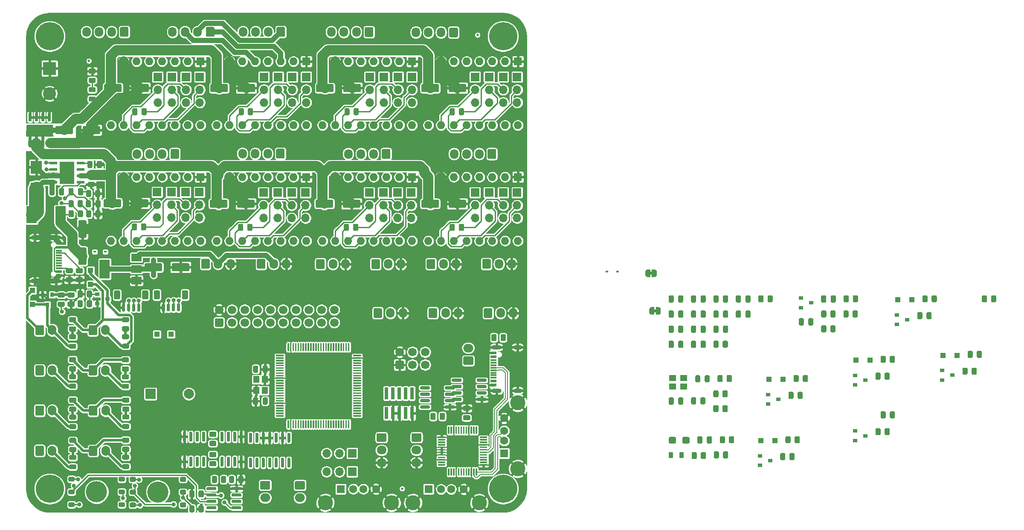
<source format=gtl>
G04 #@! TF.GenerationSoftware,KiCad,Pcbnew,5.1.9+dfsg1-1~bpo10+1*
G04 #@! TF.CreationDate,2021-03-14T14:21:34+00:00*
G04 #@! TF.ProjectId,mobo,6d6f626f-2e6b-4696-9361-645f70636258,rev?*
G04 #@! TF.SameCoordinates,Original*
G04 #@! TF.FileFunction,Copper,L1,Top*
G04 #@! TF.FilePolarity,Positive*
%FSLAX46Y46*%
G04 Gerber Fmt 4.6, Leading zero omitted, Abs format (unit mm)*
G04 Created by KiCad (PCBNEW 5.1.9+dfsg1-1~bpo10+1) date 2021-03-14 14:21:34*
%MOMM*%
%LPD*%
G01*
G04 APERTURE LIST*
G04 #@! TA.AperFunction,EtchedComponent*
%ADD10C,0.100000*%
G04 #@! TD*
G04 #@! TA.AperFunction,SMDPad,CuDef*
%ADD11C,0.100000*%
G04 #@! TD*
G04 #@! TA.AperFunction,SMDPad,CuDef*
%ADD12R,0.600000X0.450000*%
G04 #@! TD*
G04 #@! TA.AperFunction,SMDPad,CuDef*
%ADD13R,1.400000X1.200000*%
G04 #@! TD*
G04 #@! TA.AperFunction,SMDPad,CuDef*
%ADD14R,0.900000X0.800000*%
G04 #@! TD*
G04 #@! TA.AperFunction,SMDPad,CuDef*
%ADD15R,1.100000X1.100000*%
G04 #@! TD*
G04 #@! TA.AperFunction,ComponentPad*
%ADD16C,1.600000*%
G04 #@! TD*
G04 #@! TA.AperFunction,ComponentPad*
%ADD17R,1.600000X1.600000*%
G04 #@! TD*
G04 #@! TA.AperFunction,ComponentPad*
%ADD18C,3.000000*%
G04 #@! TD*
G04 #@! TA.AperFunction,ComponentPad*
%ADD19O,2.000000X1.700000*%
G04 #@! TD*
G04 #@! TA.AperFunction,SMDPad,CuDef*
%ADD20R,1.200000X1.400000*%
G04 #@! TD*
G04 #@! TA.AperFunction,ComponentPad*
%ADD21O,1.950000X1.700000*%
G04 #@! TD*
G04 #@! TA.AperFunction,ComponentPad*
%ADD22O,1.700000X1.700000*%
G04 #@! TD*
G04 #@! TA.AperFunction,ComponentPad*
%ADD23R,1.700000X1.700000*%
G04 #@! TD*
G04 #@! TA.AperFunction,SMDPad,CuDef*
%ADD24R,0.740000X2.400000*%
G04 #@! TD*
G04 #@! TA.AperFunction,SMDPad,CuDef*
%ADD25C,0.500000*%
G04 #@! TD*
G04 #@! TA.AperFunction,ComponentPad*
%ADD26C,2.000000*%
G04 #@! TD*
G04 #@! TA.AperFunction,ComponentPad*
%ADD27R,2.000000X2.000000*%
G04 #@! TD*
G04 #@! TA.AperFunction,ComponentPad*
%ADD28C,1.700000*%
G04 #@! TD*
G04 #@! TA.AperFunction,ComponentPad*
%ADD29O,1.700000X1.950000*%
G04 #@! TD*
G04 #@! TA.AperFunction,ComponentPad*
%ADD30O,1.700000X2.000000*%
G04 #@! TD*
G04 #@! TA.AperFunction,SMDPad,CuDef*
%ADD31R,2.000000X3.800000*%
G04 #@! TD*
G04 #@! TA.AperFunction,SMDPad,CuDef*
%ADD32R,2.000000X1.500000*%
G04 #@! TD*
G04 #@! TA.AperFunction,ComponentPad*
%ADD33C,4.200000*%
G04 #@! TD*
G04 #@! TA.AperFunction,SMDPad,CuDef*
%ADD34R,0.800000X0.900000*%
G04 #@! TD*
G04 #@! TA.AperFunction,SMDPad,CuDef*
%ADD35R,1.160000X0.600000*%
G04 #@! TD*
G04 #@! TA.AperFunction,SMDPad,CuDef*
%ADD36R,1.160000X0.300000*%
G04 #@! TD*
G04 #@! TA.AperFunction,ComponentPad*
%ADD37O,1.700000X0.900000*%
G04 #@! TD*
G04 #@! TA.AperFunction,ComponentPad*
%ADD38O,2.000000X0.900000*%
G04 #@! TD*
G04 #@! TA.AperFunction,SMDPad,CuDef*
%ADD39R,2.000000X3.400000*%
G04 #@! TD*
G04 #@! TA.AperFunction,ComponentPad*
%ADD40C,0.600000*%
G04 #@! TD*
G04 #@! TA.AperFunction,SMDPad,CuDef*
%ADD41R,1.550000X0.600000*%
G04 #@! TD*
G04 #@! TA.AperFunction,SMDPad,CuDef*
%ADD42R,2.950000X4.500000*%
G04 #@! TD*
G04 #@! TA.AperFunction,SMDPad,CuDef*
%ADD43R,2.600000X3.100000*%
G04 #@! TD*
G04 #@! TA.AperFunction,SMDPad,CuDef*
%ADD44R,2.300000X2.500000*%
G04 #@! TD*
G04 #@! TA.AperFunction,ComponentPad*
%ADD45O,1.600000X1.600000*%
G04 #@! TD*
G04 #@! TA.AperFunction,ComponentPad*
%ADD46R,2.600000X2.600000*%
G04 #@! TD*
G04 #@! TA.AperFunction,ComponentPad*
%ADD47C,2.600000*%
G04 #@! TD*
G04 #@! TA.AperFunction,ComponentPad*
%ADD48C,5.600000*%
G04 #@! TD*
G04 #@! TA.AperFunction,ViaPad*
%ADD49C,0.800000*%
G04 #@! TD*
G04 #@! TA.AperFunction,Conductor*
%ADD50C,2.000000*%
G04 #@! TD*
G04 #@! TA.AperFunction,Conductor*
%ADD51C,1.000000*%
G04 #@! TD*
G04 #@! TA.AperFunction,Conductor*
%ADD52C,0.250000*%
G04 #@! TD*
G04 #@! TA.AperFunction,Conductor*
%ADD53C,0.500000*%
G04 #@! TD*
G04 #@! TA.AperFunction,Conductor*
%ADD54C,3.000000*%
G04 #@! TD*
G04 #@! TA.AperFunction,Conductor*
%ADD55C,0.200000*%
G04 #@! TD*
G04 #@! TA.AperFunction,Conductor*
%ADD56C,0.254000*%
G04 #@! TD*
G04 #@! TA.AperFunction,Conductor*
%ADD57C,0.100000*%
G04 #@! TD*
G04 APERTURE END LIST*
D10*
G36*
X193640000Y-117860000D02*
G01*
X193140000Y-117860000D01*
X193140000Y-118460000D01*
X193640000Y-118460000D01*
X193640000Y-117860000D01*
G37*
G36*
X194430000Y-125340000D02*
G01*
X193930000Y-125340000D01*
X193930000Y-125940000D01*
X194430000Y-125940000D01*
X194430000Y-125340000D01*
G37*
G04 #@! TA.AperFunction,SMDPad,CuDef*
D11*
G36*
X193240000Y-118910000D02*
G01*
X192740000Y-118910000D01*
X192740000Y-118909398D01*
X192715466Y-118909398D01*
X192666635Y-118904588D01*
X192618510Y-118895016D01*
X192571555Y-118880772D01*
X192526222Y-118861995D01*
X192482949Y-118838864D01*
X192442150Y-118811604D01*
X192404221Y-118780476D01*
X192369524Y-118745779D01*
X192338396Y-118707850D01*
X192311136Y-118667051D01*
X192288005Y-118623778D01*
X192269228Y-118578445D01*
X192254984Y-118531490D01*
X192245412Y-118483365D01*
X192240602Y-118434534D01*
X192240602Y-118410000D01*
X192240000Y-118410000D01*
X192240000Y-117910000D01*
X192240602Y-117910000D01*
X192240602Y-117885466D01*
X192245412Y-117836635D01*
X192254984Y-117788510D01*
X192269228Y-117741555D01*
X192288005Y-117696222D01*
X192311136Y-117652949D01*
X192338396Y-117612150D01*
X192369524Y-117574221D01*
X192404221Y-117539524D01*
X192442150Y-117508396D01*
X192482949Y-117481136D01*
X192526222Y-117458005D01*
X192571555Y-117439228D01*
X192618510Y-117424984D01*
X192666635Y-117415412D01*
X192715466Y-117410602D01*
X192740000Y-117410602D01*
X192740000Y-117410000D01*
X193240000Y-117410000D01*
X193240000Y-118910000D01*
G37*
G04 #@! TD.AperFunction*
G04 #@! TA.AperFunction,SMDPad,CuDef*
G36*
X194040000Y-117410602D02*
G01*
X194064534Y-117410602D01*
X194113365Y-117415412D01*
X194161490Y-117424984D01*
X194208445Y-117439228D01*
X194253778Y-117458005D01*
X194297051Y-117481136D01*
X194337850Y-117508396D01*
X194375779Y-117539524D01*
X194410476Y-117574221D01*
X194441604Y-117612150D01*
X194468864Y-117652949D01*
X194491995Y-117696222D01*
X194510772Y-117741555D01*
X194525016Y-117788510D01*
X194534588Y-117836635D01*
X194539398Y-117885466D01*
X194539398Y-117910000D01*
X194540000Y-117910000D01*
X194540000Y-118410000D01*
X194539398Y-118410000D01*
X194539398Y-118434534D01*
X194534588Y-118483365D01*
X194525016Y-118531490D01*
X194510772Y-118578445D01*
X194491995Y-118623778D01*
X194468864Y-118667051D01*
X194441604Y-118707850D01*
X194410476Y-118745779D01*
X194375779Y-118780476D01*
X194337850Y-118811604D01*
X194297051Y-118838864D01*
X194253778Y-118861995D01*
X194208445Y-118880772D01*
X194161490Y-118895016D01*
X194113365Y-118904588D01*
X194064534Y-118909398D01*
X194040000Y-118909398D01*
X194040000Y-118910000D01*
X193540000Y-118910000D01*
X193540000Y-117410000D01*
X194040000Y-117410000D01*
X194040000Y-117410602D01*
G37*
G04 #@! TD.AperFunction*
D12*
X186750000Y-117860000D03*
X184650000Y-117860000D03*
X82950000Y-113890000D03*
X85050000Y-113890000D03*
G04 #@! TA.AperFunction,SMDPad,CuDef*
D11*
G36*
X194030000Y-126390000D02*
G01*
X193530000Y-126390000D01*
X193530000Y-126389398D01*
X193505466Y-126389398D01*
X193456635Y-126384588D01*
X193408510Y-126375016D01*
X193361555Y-126360772D01*
X193316222Y-126341995D01*
X193272949Y-126318864D01*
X193232150Y-126291604D01*
X193194221Y-126260476D01*
X193159524Y-126225779D01*
X193128396Y-126187850D01*
X193101136Y-126147051D01*
X193078005Y-126103778D01*
X193059228Y-126058445D01*
X193044984Y-126011490D01*
X193035412Y-125963365D01*
X193030602Y-125914534D01*
X193030602Y-125890000D01*
X193030000Y-125890000D01*
X193030000Y-125390000D01*
X193030602Y-125390000D01*
X193030602Y-125365466D01*
X193035412Y-125316635D01*
X193044984Y-125268510D01*
X193059228Y-125221555D01*
X193078005Y-125176222D01*
X193101136Y-125132949D01*
X193128396Y-125092150D01*
X193159524Y-125054221D01*
X193194221Y-125019524D01*
X193232150Y-124988396D01*
X193272949Y-124961136D01*
X193316222Y-124938005D01*
X193361555Y-124919228D01*
X193408510Y-124904984D01*
X193456635Y-124895412D01*
X193505466Y-124890602D01*
X193530000Y-124890602D01*
X193530000Y-124890000D01*
X194030000Y-124890000D01*
X194030000Y-126390000D01*
G37*
G04 #@! TD.AperFunction*
G04 #@! TA.AperFunction,SMDPad,CuDef*
G36*
X194830000Y-124890602D02*
G01*
X194854534Y-124890602D01*
X194903365Y-124895412D01*
X194951490Y-124904984D01*
X194998445Y-124919228D01*
X195043778Y-124938005D01*
X195087051Y-124961136D01*
X195127850Y-124988396D01*
X195165779Y-125019524D01*
X195200476Y-125054221D01*
X195231604Y-125092150D01*
X195258864Y-125132949D01*
X195281995Y-125176222D01*
X195300772Y-125221555D01*
X195315016Y-125268510D01*
X195324588Y-125316635D01*
X195329398Y-125365466D01*
X195329398Y-125390000D01*
X195330000Y-125390000D01*
X195330000Y-125890000D01*
X195329398Y-125890000D01*
X195329398Y-125914534D01*
X195324588Y-125963365D01*
X195315016Y-126011490D01*
X195300772Y-126058445D01*
X195281995Y-126103778D01*
X195258864Y-126147051D01*
X195231604Y-126187850D01*
X195200476Y-126225779D01*
X195165779Y-126260476D01*
X195127850Y-126291604D01*
X195087051Y-126318864D01*
X195043778Y-126341995D01*
X194998445Y-126360772D01*
X194951490Y-126375016D01*
X194903365Y-126384588D01*
X194854534Y-126389398D01*
X194830000Y-126389398D01*
X194830000Y-126390000D01*
X194330000Y-126390000D01*
X194330000Y-124890000D01*
X194830000Y-124890000D01*
X194830000Y-124890602D01*
G37*
G04 #@! TD.AperFunction*
G04 #@! TA.AperFunction,SMDPad,CuDef*
G36*
G01*
X151060000Y-150845000D02*
X151060000Y-150695000D01*
G75*
G02*
X151135000Y-150620000I75000J0D01*
G01*
X152460000Y-150620000D01*
G75*
G02*
X152535000Y-150695000I0J-75000D01*
G01*
X152535000Y-150845000D01*
G75*
G02*
X152460000Y-150920000I-75000J0D01*
G01*
X151135000Y-150920000D01*
G75*
G02*
X151060000Y-150845000I0J75000D01*
G01*
G37*
G04 #@! TD.AperFunction*
G04 #@! TA.AperFunction,SMDPad,CuDef*
G36*
G01*
X151060000Y-151345000D02*
X151060000Y-151195000D01*
G75*
G02*
X151135000Y-151120000I75000J0D01*
G01*
X152460000Y-151120000D01*
G75*
G02*
X152535000Y-151195000I0J-75000D01*
G01*
X152535000Y-151345000D01*
G75*
G02*
X152460000Y-151420000I-75000J0D01*
G01*
X151135000Y-151420000D01*
G75*
G02*
X151060000Y-151345000I0J75000D01*
G01*
G37*
G04 #@! TD.AperFunction*
G04 #@! TA.AperFunction,SMDPad,CuDef*
G36*
G01*
X151060000Y-151845000D02*
X151060000Y-151695000D01*
G75*
G02*
X151135000Y-151620000I75000J0D01*
G01*
X152460000Y-151620000D01*
G75*
G02*
X152535000Y-151695000I0J-75000D01*
G01*
X152535000Y-151845000D01*
G75*
G02*
X152460000Y-151920000I-75000J0D01*
G01*
X151135000Y-151920000D01*
G75*
G02*
X151060000Y-151845000I0J75000D01*
G01*
G37*
G04 #@! TD.AperFunction*
G04 #@! TA.AperFunction,SMDPad,CuDef*
G36*
G01*
X151060000Y-152345000D02*
X151060000Y-152195000D01*
G75*
G02*
X151135000Y-152120000I75000J0D01*
G01*
X152460000Y-152120000D01*
G75*
G02*
X152535000Y-152195000I0J-75000D01*
G01*
X152535000Y-152345000D01*
G75*
G02*
X152460000Y-152420000I-75000J0D01*
G01*
X151135000Y-152420000D01*
G75*
G02*
X151060000Y-152345000I0J75000D01*
G01*
G37*
G04 #@! TD.AperFunction*
G04 #@! TA.AperFunction,SMDPad,CuDef*
G36*
G01*
X151060000Y-152845000D02*
X151060000Y-152695000D01*
G75*
G02*
X151135000Y-152620000I75000J0D01*
G01*
X152460000Y-152620000D01*
G75*
G02*
X152535000Y-152695000I0J-75000D01*
G01*
X152535000Y-152845000D01*
G75*
G02*
X152460000Y-152920000I-75000J0D01*
G01*
X151135000Y-152920000D01*
G75*
G02*
X151060000Y-152845000I0J75000D01*
G01*
G37*
G04 #@! TD.AperFunction*
G04 #@! TA.AperFunction,SMDPad,CuDef*
G36*
G01*
X151060000Y-153345000D02*
X151060000Y-153195000D01*
G75*
G02*
X151135000Y-153120000I75000J0D01*
G01*
X152460000Y-153120000D01*
G75*
G02*
X152535000Y-153195000I0J-75000D01*
G01*
X152535000Y-153345000D01*
G75*
G02*
X152460000Y-153420000I-75000J0D01*
G01*
X151135000Y-153420000D01*
G75*
G02*
X151060000Y-153345000I0J75000D01*
G01*
G37*
G04 #@! TD.AperFunction*
G04 #@! TA.AperFunction,SMDPad,CuDef*
G36*
G01*
X151060000Y-153845000D02*
X151060000Y-153695000D01*
G75*
G02*
X151135000Y-153620000I75000J0D01*
G01*
X152460000Y-153620000D01*
G75*
G02*
X152535000Y-153695000I0J-75000D01*
G01*
X152535000Y-153845000D01*
G75*
G02*
X152460000Y-153920000I-75000J0D01*
G01*
X151135000Y-153920000D01*
G75*
G02*
X151060000Y-153845000I0J75000D01*
G01*
G37*
G04 #@! TD.AperFunction*
G04 #@! TA.AperFunction,SMDPad,CuDef*
G36*
G01*
X151060000Y-154345000D02*
X151060000Y-154195000D01*
G75*
G02*
X151135000Y-154120000I75000J0D01*
G01*
X152460000Y-154120000D01*
G75*
G02*
X152535000Y-154195000I0J-75000D01*
G01*
X152535000Y-154345000D01*
G75*
G02*
X152460000Y-154420000I-75000J0D01*
G01*
X151135000Y-154420000D01*
G75*
G02*
X151060000Y-154345000I0J75000D01*
G01*
G37*
G04 #@! TD.AperFunction*
G04 #@! TA.AperFunction,SMDPad,CuDef*
G36*
G01*
X151060000Y-154845000D02*
X151060000Y-154695000D01*
G75*
G02*
X151135000Y-154620000I75000J0D01*
G01*
X152460000Y-154620000D01*
G75*
G02*
X152535000Y-154695000I0J-75000D01*
G01*
X152535000Y-154845000D01*
G75*
G02*
X152460000Y-154920000I-75000J0D01*
G01*
X151135000Y-154920000D01*
G75*
G02*
X151060000Y-154845000I0J75000D01*
G01*
G37*
G04 #@! TD.AperFunction*
G04 #@! TA.AperFunction,SMDPad,CuDef*
G36*
G01*
X151060000Y-155345000D02*
X151060000Y-155195000D01*
G75*
G02*
X151135000Y-155120000I75000J0D01*
G01*
X152460000Y-155120000D01*
G75*
G02*
X152535000Y-155195000I0J-75000D01*
G01*
X152535000Y-155345000D01*
G75*
G02*
X152460000Y-155420000I-75000J0D01*
G01*
X151135000Y-155420000D01*
G75*
G02*
X151060000Y-155345000I0J75000D01*
G01*
G37*
G04 #@! TD.AperFunction*
G04 #@! TA.AperFunction,SMDPad,CuDef*
G36*
G01*
X151060000Y-155845000D02*
X151060000Y-155695000D01*
G75*
G02*
X151135000Y-155620000I75000J0D01*
G01*
X152460000Y-155620000D01*
G75*
G02*
X152535000Y-155695000I0J-75000D01*
G01*
X152535000Y-155845000D01*
G75*
G02*
X152460000Y-155920000I-75000J0D01*
G01*
X151135000Y-155920000D01*
G75*
G02*
X151060000Y-155845000I0J75000D01*
G01*
G37*
G04 #@! TD.AperFunction*
G04 #@! TA.AperFunction,SMDPad,CuDef*
G36*
G01*
X151060000Y-156345000D02*
X151060000Y-156195000D01*
G75*
G02*
X151135000Y-156120000I75000J0D01*
G01*
X152460000Y-156120000D01*
G75*
G02*
X152535000Y-156195000I0J-75000D01*
G01*
X152535000Y-156345000D01*
G75*
G02*
X152460000Y-156420000I-75000J0D01*
G01*
X151135000Y-156420000D01*
G75*
G02*
X151060000Y-156345000I0J75000D01*
G01*
G37*
G04 #@! TD.AperFunction*
G04 #@! TA.AperFunction,SMDPad,CuDef*
G36*
G01*
X153060000Y-158345000D02*
X153060000Y-157020000D01*
G75*
G02*
X153135000Y-156945000I75000J0D01*
G01*
X153285000Y-156945000D01*
G75*
G02*
X153360000Y-157020000I0J-75000D01*
G01*
X153360000Y-158345000D01*
G75*
G02*
X153285000Y-158420000I-75000J0D01*
G01*
X153135000Y-158420000D01*
G75*
G02*
X153060000Y-158345000I0J75000D01*
G01*
G37*
G04 #@! TD.AperFunction*
G04 #@! TA.AperFunction,SMDPad,CuDef*
G36*
G01*
X153560000Y-158345000D02*
X153560000Y-157020000D01*
G75*
G02*
X153635000Y-156945000I75000J0D01*
G01*
X153785000Y-156945000D01*
G75*
G02*
X153860000Y-157020000I0J-75000D01*
G01*
X153860000Y-158345000D01*
G75*
G02*
X153785000Y-158420000I-75000J0D01*
G01*
X153635000Y-158420000D01*
G75*
G02*
X153560000Y-158345000I0J75000D01*
G01*
G37*
G04 #@! TD.AperFunction*
G04 #@! TA.AperFunction,SMDPad,CuDef*
G36*
G01*
X154060000Y-158345000D02*
X154060000Y-157020000D01*
G75*
G02*
X154135000Y-156945000I75000J0D01*
G01*
X154285000Y-156945000D01*
G75*
G02*
X154360000Y-157020000I0J-75000D01*
G01*
X154360000Y-158345000D01*
G75*
G02*
X154285000Y-158420000I-75000J0D01*
G01*
X154135000Y-158420000D01*
G75*
G02*
X154060000Y-158345000I0J75000D01*
G01*
G37*
G04 #@! TD.AperFunction*
G04 #@! TA.AperFunction,SMDPad,CuDef*
G36*
G01*
X154560000Y-158345000D02*
X154560000Y-157020000D01*
G75*
G02*
X154635000Y-156945000I75000J0D01*
G01*
X154785000Y-156945000D01*
G75*
G02*
X154860000Y-157020000I0J-75000D01*
G01*
X154860000Y-158345000D01*
G75*
G02*
X154785000Y-158420000I-75000J0D01*
G01*
X154635000Y-158420000D01*
G75*
G02*
X154560000Y-158345000I0J75000D01*
G01*
G37*
G04 #@! TD.AperFunction*
G04 #@! TA.AperFunction,SMDPad,CuDef*
G36*
G01*
X155060000Y-158345000D02*
X155060000Y-157020000D01*
G75*
G02*
X155135000Y-156945000I75000J0D01*
G01*
X155285000Y-156945000D01*
G75*
G02*
X155360000Y-157020000I0J-75000D01*
G01*
X155360000Y-158345000D01*
G75*
G02*
X155285000Y-158420000I-75000J0D01*
G01*
X155135000Y-158420000D01*
G75*
G02*
X155060000Y-158345000I0J75000D01*
G01*
G37*
G04 #@! TD.AperFunction*
G04 #@! TA.AperFunction,SMDPad,CuDef*
G36*
G01*
X155560000Y-158345000D02*
X155560000Y-157020000D01*
G75*
G02*
X155635000Y-156945000I75000J0D01*
G01*
X155785000Y-156945000D01*
G75*
G02*
X155860000Y-157020000I0J-75000D01*
G01*
X155860000Y-158345000D01*
G75*
G02*
X155785000Y-158420000I-75000J0D01*
G01*
X155635000Y-158420000D01*
G75*
G02*
X155560000Y-158345000I0J75000D01*
G01*
G37*
G04 #@! TD.AperFunction*
G04 #@! TA.AperFunction,SMDPad,CuDef*
G36*
G01*
X156060000Y-158345000D02*
X156060000Y-157020000D01*
G75*
G02*
X156135000Y-156945000I75000J0D01*
G01*
X156285000Y-156945000D01*
G75*
G02*
X156360000Y-157020000I0J-75000D01*
G01*
X156360000Y-158345000D01*
G75*
G02*
X156285000Y-158420000I-75000J0D01*
G01*
X156135000Y-158420000D01*
G75*
G02*
X156060000Y-158345000I0J75000D01*
G01*
G37*
G04 #@! TD.AperFunction*
G04 #@! TA.AperFunction,SMDPad,CuDef*
G36*
G01*
X156560000Y-158345000D02*
X156560000Y-157020000D01*
G75*
G02*
X156635000Y-156945000I75000J0D01*
G01*
X156785000Y-156945000D01*
G75*
G02*
X156860000Y-157020000I0J-75000D01*
G01*
X156860000Y-158345000D01*
G75*
G02*
X156785000Y-158420000I-75000J0D01*
G01*
X156635000Y-158420000D01*
G75*
G02*
X156560000Y-158345000I0J75000D01*
G01*
G37*
G04 #@! TD.AperFunction*
G04 #@! TA.AperFunction,SMDPad,CuDef*
G36*
G01*
X157060000Y-158345000D02*
X157060000Y-157020000D01*
G75*
G02*
X157135000Y-156945000I75000J0D01*
G01*
X157285000Y-156945000D01*
G75*
G02*
X157360000Y-157020000I0J-75000D01*
G01*
X157360000Y-158345000D01*
G75*
G02*
X157285000Y-158420000I-75000J0D01*
G01*
X157135000Y-158420000D01*
G75*
G02*
X157060000Y-158345000I0J75000D01*
G01*
G37*
G04 #@! TD.AperFunction*
G04 #@! TA.AperFunction,SMDPad,CuDef*
G36*
G01*
X157560000Y-158345000D02*
X157560000Y-157020000D01*
G75*
G02*
X157635000Y-156945000I75000J0D01*
G01*
X157785000Y-156945000D01*
G75*
G02*
X157860000Y-157020000I0J-75000D01*
G01*
X157860000Y-158345000D01*
G75*
G02*
X157785000Y-158420000I-75000J0D01*
G01*
X157635000Y-158420000D01*
G75*
G02*
X157560000Y-158345000I0J75000D01*
G01*
G37*
G04 #@! TD.AperFunction*
G04 #@! TA.AperFunction,SMDPad,CuDef*
G36*
G01*
X158060000Y-158345000D02*
X158060000Y-157020000D01*
G75*
G02*
X158135000Y-156945000I75000J0D01*
G01*
X158285000Y-156945000D01*
G75*
G02*
X158360000Y-157020000I0J-75000D01*
G01*
X158360000Y-158345000D01*
G75*
G02*
X158285000Y-158420000I-75000J0D01*
G01*
X158135000Y-158420000D01*
G75*
G02*
X158060000Y-158345000I0J75000D01*
G01*
G37*
G04 #@! TD.AperFunction*
G04 #@! TA.AperFunction,SMDPad,CuDef*
G36*
G01*
X158560000Y-158345000D02*
X158560000Y-157020000D01*
G75*
G02*
X158635000Y-156945000I75000J0D01*
G01*
X158785000Y-156945000D01*
G75*
G02*
X158860000Y-157020000I0J-75000D01*
G01*
X158860000Y-158345000D01*
G75*
G02*
X158785000Y-158420000I-75000J0D01*
G01*
X158635000Y-158420000D01*
G75*
G02*
X158560000Y-158345000I0J75000D01*
G01*
G37*
G04 #@! TD.AperFunction*
G04 #@! TA.AperFunction,SMDPad,CuDef*
G36*
G01*
X159385000Y-156345000D02*
X159385000Y-156195000D01*
G75*
G02*
X159460000Y-156120000I75000J0D01*
G01*
X160785000Y-156120000D01*
G75*
G02*
X160860000Y-156195000I0J-75000D01*
G01*
X160860000Y-156345000D01*
G75*
G02*
X160785000Y-156420000I-75000J0D01*
G01*
X159460000Y-156420000D01*
G75*
G02*
X159385000Y-156345000I0J75000D01*
G01*
G37*
G04 #@! TD.AperFunction*
G04 #@! TA.AperFunction,SMDPad,CuDef*
G36*
G01*
X159385000Y-155845000D02*
X159385000Y-155695000D01*
G75*
G02*
X159460000Y-155620000I75000J0D01*
G01*
X160785000Y-155620000D01*
G75*
G02*
X160860000Y-155695000I0J-75000D01*
G01*
X160860000Y-155845000D01*
G75*
G02*
X160785000Y-155920000I-75000J0D01*
G01*
X159460000Y-155920000D01*
G75*
G02*
X159385000Y-155845000I0J75000D01*
G01*
G37*
G04 #@! TD.AperFunction*
G04 #@! TA.AperFunction,SMDPad,CuDef*
G36*
G01*
X159385000Y-155345000D02*
X159385000Y-155195000D01*
G75*
G02*
X159460000Y-155120000I75000J0D01*
G01*
X160785000Y-155120000D01*
G75*
G02*
X160860000Y-155195000I0J-75000D01*
G01*
X160860000Y-155345000D01*
G75*
G02*
X160785000Y-155420000I-75000J0D01*
G01*
X159460000Y-155420000D01*
G75*
G02*
X159385000Y-155345000I0J75000D01*
G01*
G37*
G04 #@! TD.AperFunction*
G04 #@! TA.AperFunction,SMDPad,CuDef*
G36*
G01*
X159385000Y-154845000D02*
X159385000Y-154695000D01*
G75*
G02*
X159460000Y-154620000I75000J0D01*
G01*
X160785000Y-154620000D01*
G75*
G02*
X160860000Y-154695000I0J-75000D01*
G01*
X160860000Y-154845000D01*
G75*
G02*
X160785000Y-154920000I-75000J0D01*
G01*
X159460000Y-154920000D01*
G75*
G02*
X159385000Y-154845000I0J75000D01*
G01*
G37*
G04 #@! TD.AperFunction*
G04 #@! TA.AperFunction,SMDPad,CuDef*
G36*
G01*
X159385000Y-154345000D02*
X159385000Y-154195000D01*
G75*
G02*
X159460000Y-154120000I75000J0D01*
G01*
X160785000Y-154120000D01*
G75*
G02*
X160860000Y-154195000I0J-75000D01*
G01*
X160860000Y-154345000D01*
G75*
G02*
X160785000Y-154420000I-75000J0D01*
G01*
X159460000Y-154420000D01*
G75*
G02*
X159385000Y-154345000I0J75000D01*
G01*
G37*
G04 #@! TD.AperFunction*
G04 #@! TA.AperFunction,SMDPad,CuDef*
G36*
G01*
X159385000Y-153845000D02*
X159385000Y-153695000D01*
G75*
G02*
X159460000Y-153620000I75000J0D01*
G01*
X160785000Y-153620000D01*
G75*
G02*
X160860000Y-153695000I0J-75000D01*
G01*
X160860000Y-153845000D01*
G75*
G02*
X160785000Y-153920000I-75000J0D01*
G01*
X159460000Y-153920000D01*
G75*
G02*
X159385000Y-153845000I0J75000D01*
G01*
G37*
G04 #@! TD.AperFunction*
G04 #@! TA.AperFunction,SMDPad,CuDef*
G36*
G01*
X159385000Y-153345000D02*
X159385000Y-153195000D01*
G75*
G02*
X159460000Y-153120000I75000J0D01*
G01*
X160785000Y-153120000D01*
G75*
G02*
X160860000Y-153195000I0J-75000D01*
G01*
X160860000Y-153345000D01*
G75*
G02*
X160785000Y-153420000I-75000J0D01*
G01*
X159460000Y-153420000D01*
G75*
G02*
X159385000Y-153345000I0J75000D01*
G01*
G37*
G04 #@! TD.AperFunction*
G04 #@! TA.AperFunction,SMDPad,CuDef*
G36*
G01*
X159385000Y-152845000D02*
X159385000Y-152695000D01*
G75*
G02*
X159460000Y-152620000I75000J0D01*
G01*
X160785000Y-152620000D01*
G75*
G02*
X160860000Y-152695000I0J-75000D01*
G01*
X160860000Y-152845000D01*
G75*
G02*
X160785000Y-152920000I-75000J0D01*
G01*
X159460000Y-152920000D01*
G75*
G02*
X159385000Y-152845000I0J75000D01*
G01*
G37*
G04 #@! TD.AperFunction*
G04 #@! TA.AperFunction,SMDPad,CuDef*
G36*
G01*
X159385000Y-152345000D02*
X159385000Y-152195000D01*
G75*
G02*
X159460000Y-152120000I75000J0D01*
G01*
X160785000Y-152120000D01*
G75*
G02*
X160860000Y-152195000I0J-75000D01*
G01*
X160860000Y-152345000D01*
G75*
G02*
X160785000Y-152420000I-75000J0D01*
G01*
X159460000Y-152420000D01*
G75*
G02*
X159385000Y-152345000I0J75000D01*
G01*
G37*
G04 #@! TD.AperFunction*
G04 #@! TA.AperFunction,SMDPad,CuDef*
G36*
G01*
X159385000Y-151845000D02*
X159385000Y-151695000D01*
G75*
G02*
X159460000Y-151620000I75000J0D01*
G01*
X160785000Y-151620000D01*
G75*
G02*
X160860000Y-151695000I0J-75000D01*
G01*
X160860000Y-151845000D01*
G75*
G02*
X160785000Y-151920000I-75000J0D01*
G01*
X159460000Y-151920000D01*
G75*
G02*
X159385000Y-151845000I0J75000D01*
G01*
G37*
G04 #@! TD.AperFunction*
G04 #@! TA.AperFunction,SMDPad,CuDef*
G36*
G01*
X159385000Y-151345000D02*
X159385000Y-151195000D01*
G75*
G02*
X159460000Y-151120000I75000J0D01*
G01*
X160785000Y-151120000D01*
G75*
G02*
X160860000Y-151195000I0J-75000D01*
G01*
X160860000Y-151345000D01*
G75*
G02*
X160785000Y-151420000I-75000J0D01*
G01*
X159460000Y-151420000D01*
G75*
G02*
X159385000Y-151345000I0J75000D01*
G01*
G37*
G04 #@! TD.AperFunction*
G04 #@! TA.AperFunction,SMDPad,CuDef*
G36*
G01*
X159385000Y-150845000D02*
X159385000Y-150695000D01*
G75*
G02*
X159460000Y-150620000I75000J0D01*
G01*
X160785000Y-150620000D01*
G75*
G02*
X160860000Y-150695000I0J-75000D01*
G01*
X160860000Y-150845000D01*
G75*
G02*
X160785000Y-150920000I-75000J0D01*
G01*
X159460000Y-150920000D01*
G75*
G02*
X159385000Y-150845000I0J75000D01*
G01*
G37*
G04 #@! TD.AperFunction*
G04 #@! TA.AperFunction,SMDPad,CuDef*
G36*
G01*
X158560000Y-150020000D02*
X158560000Y-148695000D01*
G75*
G02*
X158635000Y-148620000I75000J0D01*
G01*
X158785000Y-148620000D01*
G75*
G02*
X158860000Y-148695000I0J-75000D01*
G01*
X158860000Y-150020000D01*
G75*
G02*
X158785000Y-150095000I-75000J0D01*
G01*
X158635000Y-150095000D01*
G75*
G02*
X158560000Y-150020000I0J75000D01*
G01*
G37*
G04 #@! TD.AperFunction*
G04 #@! TA.AperFunction,SMDPad,CuDef*
G36*
G01*
X158060000Y-150020000D02*
X158060000Y-148695000D01*
G75*
G02*
X158135000Y-148620000I75000J0D01*
G01*
X158285000Y-148620000D01*
G75*
G02*
X158360000Y-148695000I0J-75000D01*
G01*
X158360000Y-150020000D01*
G75*
G02*
X158285000Y-150095000I-75000J0D01*
G01*
X158135000Y-150095000D01*
G75*
G02*
X158060000Y-150020000I0J75000D01*
G01*
G37*
G04 #@! TD.AperFunction*
G04 #@! TA.AperFunction,SMDPad,CuDef*
G36*
G01*
X157560000Y-150020000D02*
X157560000Y-148695000D01*
G75*
G02*
X157635000Y-148620000I75000J0D01*
G01*
X157785000Y-148620000D01*
G75*
G02*
X157860000Y-148695000I0J-75000D01*
G01*
X157860000Y-150020000D01*
G75*
G02*
X157785000Y-150095000I-75000J0D01*
G01*
X157635000Y-150095000D01*
G75*
G02*
X157560000Y-150020000I0J75000D01*
G01*
G37*
G04 #@! TD.AperFunction*
G04 #@! TA.AperFunction,SMDPad,CuDef*
G36*
G01*
X157060000Y-150020000D02*
X157060000Y-148695000D01*
G75*
G02*
X157135000Y-148620000I75000J0D01*
G01*
X157285000Y-148620000D01*
G75*
G02*
X157360000Y-148695000I0J-75000D01*
G01*
X157360000Y-150020000D01*
G75*
G02*
X157285000Y-150095000I-75000J0D01*
G01*
X157135000Y-150095000D01*
G75*
G02*
X157060000Y-150020000I0J75000D01*
G01*
G37*
G04 #@! TD.AperFunction*
G04 #@! TA.AperFunction,SMDPad,CuDef*
G36*
G01*
X156560000Y-150020000D02*
X156560000Y-148695000D01*
G75*
G02*
X156635000Y-148620000I75000J0D01*
G01*
X156785000Y-148620000D01*
G75*
G02*
X156860000Y-148695000I0J-75000D01*
G01*
X156860000Y-150020000D01*
G75*
G02*
X156785000Y-150095000I-75000J0D01*
G01*
X156635000Y-150095000D01*
G75*
G02*
X156560000Y-150020000I0J75000D01*
G01*
G37*
G04 #@! TD.AperFunction*
G04 #@! TA.AperFunction,SMDPad,CuDef*
G36*
G01*
X156060000Y-150020000D02*
X156060000Y-148695000D01*
G75*
G02*
X156135000Y-148620000I75000J0D01*
G01*
X156285000Y-148620000D01*
G75*
G02*
X156360000Y-148695000I0J-75000D01*
G01*
X156360000Y-150020000D01*
G75*
G02*
X156285000Y-150095000I-75000J0D01*
G01*
X156135000Y-150095000D01*
G75*
G02*
X156060000Y-150020000I0J75000D01*
G01*
G37*
G04 #@! TD.AperFunction*
G04 #@! TA.AperFunction,SMDPad,CuDef*
G36*
G01*
X155560000Y-150020000D02*
X155560000Y-148695000D01*
G75*
G02*
X155635000Y-148620000I75000J0D01*
G01*
X155785000Y-148620000D01*
G75*
G02*
X155860000Y-148695000I0J-75000D01*
G01*
X155860000Y-150020000D01*
G75*
G02*
X155785000Y-150095000I-75000J0D01*
G01*
X155635000Y-150095000D01*
G75*
G02*
X155560000Y-150020000I0J75000D01*
G01*
G37*
G04 #@! TD.AperFunction*
G04 #@! TA.AperFunction,SMDPad,CuDef*
G36*
G01*
X155060000Y-150020000D02*
X155060000Y-148695000D01*
G75*
G02*
X155135000Y-148620000I75000J0D01*
G01*
X155285000Y-148620000D01*
G75*
G02*
X155360000Y-148695000I0J-75000D01*
G01*
X155360000Y-150020000D01*
G75*
G02*
X155285000Y-150095000I-75000J0D01*
G01*
X155135000Y-150095000D01*
G75*
G02*
X155060000Y-150020000I0J75000D01*
G01*
G37*
G04 #@! TD.AperFunction*
G04 #@! TA.AperFunction,SMDPad,CuDef*
G36*
G01*
X154560000Y-150020000D02*
X154560000Y-148695000D01*
G75*
G02*
X154635000Y-148620000I75000J0D01*
G01*
X154785000Y-148620000D01*
G75*
G02*
X154860000Y-148695000I0J-75000D01*
G01*
X154860000Y-150020000D01*
G75*
G02*
X154785000Y-150095000I-75000J0D01*
G01*
X154635000Y-150095000D01*
G75*
G02*
X154560000Y-150020000I0J75000D01*
G01*
G37*
G04 #@! TD.AperFunction*
G04 #@! TA.AperFunction,SMDPad,CuDef*
G36*
G01*
X154060000Y-150020000D02*
X154060000Y-148695000D01*
G75*
G02*
X154135000Y-148620000I75000J0D01*
G01*
X154285000Y-148620000D01*
G75*
G02*
X154360000Y-148695000I0J-75000D01*
G01*
X154360000Y-150020000D01*
G75*
G02*
X154285000Y-150095000I-75000J0D01*
G01*
X154135000Y-150095000D01*
G75*
G02*
X154060000Y-150020000I0J75000D01*
G01*
G37*
G04 #@! TD.AperFunction*
G04 #@! TA.AperFunction,SMDPad,CuDef*
G36*
G01*
X153560000Y-150020000D02*
X153560000Y-148695000D01*
G75*
G02*
X153635000Y-148620000I75000J0D01*
G01*
X153785000Y-148620000D01*
G75*
G02*
X153860000Y-148695000I0J-75000D01*
G01*
X153860000Y-150020000D01*
G75*
G02*
X153785000Y-150095000I-75000J0D01*
G01*
X153635000Y-150095000D01*
G75*
G02*
X153560000Y-150020000I0J75000D01*
G01*
G37*
G04 #@! TD.AperFunction*
G04 #@! TA.AperFunction,SMDPad,CuDef*
G36*
G01*
X153060000Y-150020000D02*
X153060000Y-148695000D01*
G75*
G02*
X153135000Y-148620000I75000J0D01*
G01*
X153285000Y-148620000D01*
G75*
G02*
X153360000Y-148695000I0J-75000D01*
G01*
X153360000Y-150020000D01*
G75*
G02*
X153285000Y-150095000I-75000J0D01*
G01*
X153135000Y-150095000D01*
G75*
G02*
X153060000Y-150020000I0J75000D01*
G01*
G37*
G04 #@! TD.AperFunction*
D13*
X197630000Y-138990000D03*
X199830000Y-138990000D03*
X199830000Y-140690000D03*
X197630000Y-140690000D03*
G04 #@! TA.AperFunction,SMDPad,CuDef*
G36*
G01*
X249090000Y-123690001D02*
X249090000Y-122789999D01*
G75*
G02*
X249339999Y-122540000I249999J0D01*
G01*
X249865001Y-122540000D01*
G75*
G02*
X250115000Y-122789999I0J-249999D01*
G01*
X250115000Y-123690001D01*
G75*
G02*
X249865001Y-123940000I-249999J0D01*
G01*
X249339999Y-123940000D01*
G75*
G02*
X249090000Y-123690001I0J249999D01*
G01*
G37*
G04 #@! TD.AperFunction*
G04 #@! TA.AperFunction,SMDPad,CuDef*
G36*
G01*
X247265000Y-123690001D02*
X247265000Y-122789999D01*
G75*
G02*
X247514999Y-122540000I249999J0D01*
G01*
X248040001Y-122540000D01*
G75*
G02*
X248290000Y-122789999I0J-249999D01*
G01*
X248290000Y-123690001D01*
G75*
G02*
X248040001Y-123940000I-249999J0D01*
G01*
X247514999Y-123940000D01*
G75*
G02*
X247265000Y-123690001I0J249999D01*
G01*
G37*
G04 #@! TD.AperFunction*
G04 #@! TA.AperFunction,SMDPad,CuDef*
G36*
G01*
X248060000Y-127040001D02*
X248060000Y-126139999D01*
G75*
G02*
X248309999Y-125890000I249999J0D01*
G01*
X248835001Y-125890000D01*
G75*
G02*
X249085000Y-126139999I0J-249999D01*
G01*
X249085000Y-127040001D01*
G75*
G02*
X248835001Y-127290000I-249999J0D01*
G01*
X248309999Y-127290000D01*
G75*
G02*
X248060000Y-127040001I0J249999D01*
G01*
G37*
G04 #@! TD.AperFunction*
G04 #@! TA.AperFunction,SMDPad,CuDef*
G36*
G01*
X246235000Y-127040001D02*
X246235000Y-126139999D01*
G75*
G02*
X246484999Y-125890000I249999J0D01*
G01*
X247010001Y-125890000D01*
G75*
G02*
X247260000Y-126139999I0J-249999D01*
G01*
X247260000Y-127040001D01*
G75*
G02*
X247010001Y-127290000I-249999J0D01*
G01*
X246484999Y-127290000D01*
G75*
G02*
X246235000Y-127040001I0J249999D01*
G01*
G37*
G04 #@! TD.AperFunction*
G04 #@! TA.AperFunction,SMDPad,CuDef*
G36*
G01*
X223510000Y-139540001D02*
X223510000Y-138639999D01*
G75*
G02*
X223759999Y-138390000I249999J0D01*
G01*
X224285001Y-138390000D01*
G75*
G02*
X224535000Y-138639999I0J-249999D01*
G01*
X224535000Y-139540001D01*
G75*
G02*
X224285001Y-139790000I-249999J0D01*
G01*
X223759999Y-139790000D01*
G75*
G02*
X223510000Y-139540001I0J249999D01*
G01*
G37*
G04 #@! TD.AperFunction*
G04 #@! TA.AperFunction,SMDPad,CuDef*
G36*
G01*
X221685000Y-139540001D02*
X221685000Y-138639999D01*
G75*
G02*
X221934999Y-138390000I249999J0D01*
G01*
X222460001Y-138390000D01*
G75*
G02*
X222710000Y-138639999I0J-249999D01*
G01*
X222710000Y-139540001D01*
G75*
G02*
X222460001Y-139790000I-249999J0D01*
G01*
X221934999Y-139790000D01*
G75*
G02*
X221685000Y-139540001I0J249999D01*
G01*
G37*
G04 #@! TD.AperFunction*
G04 #@! TA.AperFunction,SMDPad,CuDef*
G36*
G01*
X222480000Y-142890001D02*
X222480000Y-141989999D01*
G75*
G02*
X222729999Y-141740000I249999J0D01*
G01*
X223255001Y-141740000D01*
G75*
G02*
X223505000Y-141989999I0J-249999D01*
G01*
X223505000Y-142890001D01*
G75*
G02*
X223255001Y-143140000I-249999J0D01*
G01*
X222729999Y-143140000D01*
G75*
G02*
X222480000Y-142890001I0J249999D01*
G01*
G37*
G04 #@! TD.AperFunction*
G04 #@! TA.AperFunction,SMDPad,CuDef*
G36*
G01*
X220655000Y-142890001D02*
X220655000Y-141989999D01*
G75*
G02*
X220904999Y-141740000I249999J0D01*
G01*
X221430001Y-141740000D01*
G75*
G02*
X221680000Y-141989999I0J-249999D01*
G01*
X221680000Y-142890001D01*
G75*
G02*
X221430001Y-143140000I-249999J0D01*
G01*
X220904999Y-143140000D01*
G75*
G02*
X220655000Y-142890001I0J249999D01*
G01*
G37*
G04 #@! TD.AperFunction*
G04 #@! TA.AperFunction,SMDPad,CuDef*
G36*
G01*
X240780000Y-135730001D02*
X240780000Y-134829999D01*
G75*
G02*
X241029999Y-134580000I249999J0D01*
G01*
X241555001Y-134580000D01*
G75*
G02*
X241805000Y-134829999I0J-249999D01*
G01*
X241805000Y-135730001D01*
G75*
G02*
X241555001Y-135980000I-249999J0D01*
G01*
X241029999Y-135980000D01*
G75*
G02*
X240780000Y-135730001I0J249999D01*
G01*
G37*
G04 #@! TD.AperFunction*
G04 #@! TA.AperFunction,SMDPad,CuDef*
G36*
G01*
X238955000Y-135730001D02*
X238955000Y-134829999D01*
G75*
G02*
X239204999Y-134580000I249999J0D01*
G01*
X239730001Y-134580000D01*
G75*
G02*
X239980000Y-134829999I0J-249999D01*
G01*
X239980000Y-135730001D01*
G75*
G02*
X239730001Y-135980000I-249999J0D01*
G01*
X239204999Y-135980000D01*
G75*
G02*
X238955000Y-135730001I0J249999D01*
G01*
G37*
G04 #@! TD.AperFunction*
G04 #@! TA.AperFunction,SMDPad,CuDef*
G36*
G01*
X239750000Y-139080001D02*
X239750000Y-138179999D01*
G75*
G02*
X239999999Y-137930000I249999J0D01*
G01*
X240525001Y-137930000D01*
G75*
G02*
X240775000Y-138179999I0J-249999D01*
G01*
X240775000Y-139080001D01*
G75*
G02*
X240525001Y-139330000I-249999J0D01*
G01*
X239999999Y-139330000D01*
G75*
G02*
X239750000Y-139080001I0J249999D01*
G01*
G37*
G04 #@! TD.AperFunction*
G04 #@! TA.AperFunction,SMDPad,CuDef*
G36*
G01*
X237925000Y-139080001D02*
X237925000Y-138179999D01*
G75*
G02*
X238174999Y-137930000I249999J0D01*
G01*
X238700001Y-137930000D01*
G75*
G02*
X238950000Y-138179999I0J-249999D01*
G01*
X238950000Y-139080001D01*
G75*
G02*
X238700001Y-139330000I-249999J0D01*
G01*
X238174999Y-139330000D01*
G75*
G02*
X237925000Y-139080001I0J249999D01*
G01*
G37*
G04 #@! TD.AperFunction*
G04 #@! TA.AperFunction,SMDPad,CuDef*
G36*
G01*
X221880000Y-151720001D02*
X221880000Y-150819999D01*
G75*
G02*
X222129999Y-150570000I249999J0D01*
G01*
X222655001Y-150570000D01*
G75*
G02*
X222905000Y-150819999I0J-249999D01*
G01*
X222905000Y-151720001D01*
G75*
G02*
X222655001Y-151970000I-249999J0D01*
G01*
X222129999Y-151970000D01*
G75*
G02*
X221880000Y-151720001I0J249999D01*
G01*
G37*
G04 #@! TD.AperFunction*
G04 #@! TA.AperFunction,SMDPad,CuDef*
G36*
G01*
X220055000Y-151720001D02*
X220055000Y-150819999D01*
G75*
G02*
X220304999Y-150570000I249999J0D01*
G01*
X220830001Y-150570000D01*
G75*
G02*
X221080000Y-150819999I0J-249999D01*
G01*
X221080000Y-151720001D01*
G75*
G02*
X220830001Y-151970000I-249999J0D01*
G01*
X220304999Y-151970000D01*
G75*
G02*
X220055000Y-151720001I0J249999D01*
G01*
G37*
G04 #@! TD.AperFunction*
G04 #@! TA.AperFunction,SMDPad,CuDef*
G36*
G01*
X220850000Y-155070001D02*
X220850000Y-154169999D01*
G75*
G02*
X221099999Y-153920000I249999J0D01*
G01*
X221625001Y-153920000D01*
G75*
G02*
X221875000Y-154169999I0J-249999D01*
G01*
X221875000Y-155070001D01*
G75*
G02*
X221625001Y-155320000I-249999J0D01*
G01*
X221099999Y-155320000D01*
G75*
G02*
X220850000Y-155070001I0J249999D01*
G01*
G37*
G04 #@! TD.AperFunction*
G04 #@! TA.AperFunction,SMDPad,CuDef*
G36*
G01*
X219025000Y-155070001D02*
X219025000Y-154169999D01*
G75*
G02*
X219274999Y-153920000I249999J0D01*
G01*
X219800001Y-153920000D01*
G75*
G02*
X220050000Y-154169999I0J-249999D01*
G01*
X220050000Y-155070001D01*
G75*
G02*
X219800001Y-155320000I-249999J0D01*
G01*
X219274999Y-155320000D01*
G75*
G02*
X219025000Y-155070001I0J249999D01*
G01*
G37*
G04 #@! TD.AperFunction*
G04 #@! TA.AperFunction,SMDPad,CuDef*
G36*
G01*
X258050000Y-134730001D02*
X258050000Y-133829999D01*
G75*
G02*
X258299999Y-133580000I249999J0D01*
G01*
X258825001Y-133580000D01*
G75*
G02*
X259075000Y-133829999I0J-249999D01*
G01*
X259075000Y-134730001D01*
G75*
G02*
X258825001Y-134980000I-249999J0D01*
G01*
X258299999Y-134980000D01*
G75*
G02*
X258050000Y-134730001I0J249999D01*
G01*
G37*
G04 #@! TD.AperFunction*
G04 #@! TA.AperFunction,SMDPad,CuDef*
G36*
G01*
X256225000Y-134730001D02*
X256225000Y-133829999D01*
G75*
G02*
X256474999Y-133580000I249999J0D01*
G01*
X257000001Y-133580000D01*
G75*
G02*
X257250000Y-133829999I0J-249999D01*
G01*
X257250000Y-134730001D01*
G75*
G02*
X257000001Y-134980000I-249999J0D01*
G01*
X256474999Y-134980000D01*
G75*
G02*
X256225000Y-134730001I0J249999D01*
G01*
G37*
G04 #@! TD.AperFunction*
G04 #@! TA.AperFunction,SMDPad,CuDef*
G36*
G01*
X257020000Y-138080001D02*
X257020000Y-137179999D01*
G75*
G02*
X257269999Y-136930000I249999J0D01*
G01*
X257795001Y-136930000D01*
G75*
G02*
X258045000Y-137179999I0J-249999D01*
G01*
X258045000Y-138080001D01*
G75*
G02*
X257795001Y-138330000I-249999J0D01*
G01*
X257269999Y-138330000D01*
G75*
G02*
X257020000Y-138080001I0J249999D01*
G01*
G37*
G04 #@! TD.AperFunction*
G04 #@! TA.AperFunction,SMDPad,CuDef*
G36*
G01*
X255195000Y-138080001D02*
X255195000Y-137179999D01*
G75*
G02*
X255444999Y-136930000I249999J0D01*
G01*
X255970001Y-136930000D01*
G75*
G02*
X256220000Y-137179999I0J-249999D01*
G01*
X256220000Y-138080001D01*
G75*
G02*
X255970001Y-138330000I-249999J0D01*
G01*
X255444999Y-138330000D01*
G75*
G02*
X255195000Y-138080001I0J249999D01*
G01*
G37*
G04 #@! TD.AperFunction*
G04 #@! TA.AperFunction,SMDPad,CuDef*
G36*
G01*
X240780000Y-146770001D02*
X240780000Y-145869999D01*
G75*
G02*
X241029999Y-145620000I249999J0D01*
G01*
X241555001Y-145620000D01*
G75*
G02*
X241805000Y-145869999I0J-249999D01*
G01*
X241805000Y-146770001D01*
G75*
G02*
X241555001Y-147020000I-249999J0D01*
G01*
X241029999Y-147020000D01*
G75*
G02*
X240780000Y-146770001I0J249999D01*
G01*
G37*
G04 #@! TD.AperFunction*
G04 #@! TA.AperFunction,SMDPad,CuDef*
G36*
G01*
X238955000Y-146770001D02*
X238955000Y-145869999D01*
G75*
G02*
X239204999Y-145620000I249999J0D01*
G01*
X239730001Y-145620000D01*
G75*
G02*
X239980000Y-145869999I0J-249999D01*
G01*
X239980000Y-146770001D01*
G75*
G02*
X239730001Y-147020000I-249999J0D01*
G01*
X239204999Y-147020000D01*
G75*
G02*
X238955000Y-146770001I0J249999D01*
G01*
G37*
G04 #@! TD.AperFunction*
G04 #@! TA.AperFunction,SMDPad,CuDef*
G36*
G01*
X239750000Y-150120001D02*
X239750000Y-149219999D01*
G75*
G02*
X239999999Y-148970000I249999J0D01*
G01*
X240525001Y-148970000D01*
G75*
G02*
X240775000Y-149219999I0J-249999D01*
G01*
X240775000Y-150120001D01*
G75*
G02*
X240525001Y-150370000I-249999J0D01*
G01*
X239999999Y-150370000D01*
G75*
G02*
X239750000Y-150120001I0J249999D01*
G01*
G37*
G04 #@! TD.AperFunction*
G04 #@! TA.AperFunction,SMDPad,CuDef*
G36*
G01*
X237925000Y-150120001D02*
X237925000Y-149219999D01*
G75*
G02*
X238174999Y-148970000I249999J0D01*
G01*
X238700001Y-148970000D01*
G75*
G02*
X238950000Y-149219999I0J-249999D01*
G01*
X238950000Y-150120001D01*
G75*
G02*
X238700001Y-150370000I-249999J0D01*
G01*
X238174999Y-150370000D01*
G75*
G02*
X237925000Y-150120001I0J249999D01*
G01*
G37*
G04 #@! TD.AperFunction*
G04 #@! TA.AperFunction,SMDPad,CuDef*
G36*
G01*
X81370000Y-122730001D02*
X81370000Y-121829999D01*
G75*
G02*
X81619999Y-121580000I249999J0D01*
G01*
X82145001Y-121580000D01*
G75*
G02*
X82395000Y-121829999I0J-249999D01*
G01*
X82395000Y-122730001D01*
G75*
G02*
X82145001Y-122980000I-249999J0D01*
G01*
X81619999Y-122980000D01*
G75*
G02*
X81370000Y-122730001I0J249999D01*
G01*
G37*
G04 #@! TD.AperFunction*
G04 #@! TA.AperFunction,SMDPad,CuDef*
G36*
G01*
X79545000Y-122730001D02*
X79545000Y-121829999D01*
G75*
G02*
X79794999Y-121580000I249999J0D01*
G01*
X80320001Y-121580000D01*
G75*
G02*
X80570000Y-121829999I0J-249999D01*
G01*
X80570000Y-122730001D01*
G75*
G02*
X80320001Y-122980000I-249999J0D01*
G01*
X79794999Y-122980000D01*
G75*
G02*
X79545000Y-122730001I0J249999D01*
G01*
G37*
G04 #@! TD.AperFunction*
G04 #@! TA.AperFunction,SMDPad,CuDef*
G36*
G01*
X81370000Y-124660001D02*
X81370000Y-123759999D01*
G75*
G02*
X81619999Y-123510000I249999J0D01*
G01*
X82145001Y-123510000D01*
G75*
G02*
X82395000Y-123759999I0J-249999D01*
G01*
X82395000Y-124660001D01*
G75*
G02*
X82145001Y-124910000I-249999J0D01*
G01*
X81619999Y-124910000D01*
G75*
G02*
X81370000Y-124660001I0J249999D01*
G01*
G37*
G04 #@! TD.AperFunction*
G04 #@! TA.AperFunction,SMDPad,CuDef*
G36*
G01*
X79545000Y-124660001D02*
X79545000Y-123759999D01*
G75*
G02*
X79794999Y-123510000I249999J0D01*
G01*
X80320001Y-123510000D01*
G75*
G02*
X80570000Y-123759999I0J-249999D01*
G01*
X80570000Y-124660001D01*
G75*
G02*
X80320001Y-124910000I-249999J0D01*
G01*
X79794999Y-124910000D01*
G75*
G02*
X79545000Y-124660001I0J249999D01*
G01*
G37*
G04 #@! TD.AperFunction*
G04 #@! TA.AperFunction,SMDPad,CuDef*
G36*
G01*
X233400000Y-126700001D02*
X233400000Y-125799999D01*
G75*
G02*
X233649999Y-125550000I249999J0D01*
G01*
X234175001Y-125550000D01*
G75*
G02*
X234425000Y-125799999I0J-249999D01*
G01*
X234425000Y-126700001D01*
G75*
G02*
X234175001Y-126950000I-249999J0D01*
G01*
X233649999Y-126950000D01*
G75*
G02*
X233400000Y-126700001I0J249999D01*
G01*
G37*
G04 #@! TD.AperFunction*
G04 #@! TA.AperFunction,SMDPad,CuDef*
G36*
G01*
X231575000Y-126700001D02*
X231575000Y-125799999D01*
G75*
G02*
X231824999Y-125550000I249999J0D01*
G01*
X232350001Y-125550000D01*
G75*
G02*
X232600000Y-125799999I0J-249999D01*
G01*
X232600000Y-126700001D01*
G75*
G02*
X232350001Y-126950000I-249999J0D01*
G01*
X231824999Y-126950000D01*
G75*
G02*
X231575000Y-126700001I0J249999D01*
G01*
G37*
G04 #@! TD.AperFunction*
G04 #@! TA.AperFunction,SMDPad,CuDef*
G36*
G01*
X228990000Y-129650001D02*
X228990000Y-128749999D01*
G75*
G02*
X229239999Y-128500000I249999J0D01*
G01*
X229765001Y-128500000D01*
G75*
G02*
X230015000Y-128749999I0J-249999D01*
G01*
X230015000Y-129650001D01*
G75*
G02*
X229765001Y-129900000I-249999J0D01*
G01*
X229239999Y-129900000D01*
G75*
G02*
X228990000Y-129650001I0J249999D01*
G01*
G37*
G04 #@! TD.AperFunction*
G04 #@! TA.AperFunction,SMDPad,CuDef*
G36*
G01*
X227165000Y-129650001D02*
X227165000Y-128749999D01*
G75*
G02*
X227414999Y-128500000I249999J0D01*
G01*
X227940001Y-128500000D01*
G75*
G02*
X228190000Y-128749999I0J-249999D01*
G01*
X228190000Y-129650001D01*
G75*
G02*
X227940001Y-129900000I-249999J0D01*
G01*
X227414999Y-129900000D01*
G75*
G02*
X227165000Y-129650001I0J249999D01*
G01*
G37*
G04 #@! TD.AperFunction*
G04 #@! TA.AperFunction,SMDPad,CuDef*
G36*
G01*
X228990000Y-126700001D02*
X228990000Y-125799999D01*
G75*
G02*
X229239999Y-125550000I249999J0D01*
G01*
X229765001Y-125550000D01*
G75*
G02*
X230015000Y-125799999I0J-249999D01*
G01*
X230015000Y-126700001D01*
G75*
G02*
X229765001Y-126950000I-249999J0D01*
G01*
X229239999Y-126950000D01*
G75*
G02*
X228990000Y-126700001I0J249999D01*
G01*
G37*
G04 #@! TD.AperFunction*
G04 #@! TA.AperFunction,SMDPad,CuDef*
G36*
G01*
X227165000Y-126700001D02*
X227165000Y-125799999D01*
G75*
G02*
X227414999Y-125550000I249999J0D01*
G01*
X227940001Y-125550000D01*
G75*
G02*
X228190000Y-125799999I0J-249999D01*
G01*
X228190000Y-126700001D01*
G75*
G02*
X227940001Y-126950000I-249999J0D01*
G01*
X227414999Y-126950000D01*
G75*
G02*
X227165000Y-126700001I0J249999D01*
G01*
G37*
G04 #@! TD.AperFunction*
G04 #@! TA.AperFunction,SMDPad,CuDef*
G36*
G01*
X233440000Y-123690001D02*
X233440000Y-122789999D01*
G75*
G02*
X233689999Y-122540000I249999J0D01*
G01*
X234215001Y-122540000D01*
G75*
G02*
X234465000Y-122789999I0J-249999D01*
G01*
X234465000Y-123690001D01*
G75*
G02*
X234215001Y-123940000I-249999J0D01*
G01*
X233689999Y-123940000D01*
G75*
G02*
X233440000Y-123690001I0J249999D01*
G01*
G37*
G04 #@! TD.AperFunction*
G04 #@! TA.AperFunction,SMDPad,CuDef*
G36*
G01*
X231615000Y-123690001D02*
X231615000Y-122789999D01*
G75*
G02*
X231864999Y-122540000I249999J0D01*
G01*
X232390001Y-122540000D01*
G75*
G02*
X232640000Y-122789999I0J-249999D01*
G01*
X232640000Y-123690001D01*
G75*
G02*
X232390001Y-123940000I-249999J0D01*
G01*
X231864999Y-123940000D01*
G75*
G02*
X231615000Y-123690001I0J249999D01*
G01*
G37*
G04 #@! TD.AperFunction*
G04 #@! TA.AperFunction,SMDPad,CuDef*
G36*
G01*
X260880000Y-123690001D02*
X260880000Y-122789999D01*
G75*
G02*
X261129999Y-122540000I249999J0D01*
G01*
X261655001Y-122540000D01*
G75*
G02*
X261905000Y-122789999I0J-249999D01*
G01*
X261905000Y-123690001D01*
G75*
G02*
X261655001Y-123940000I-249999J0D01*
G01*
X261129999Y-123940000D01*
G75*
G02*
X260880000Y-123690001I0J249999D01*
G01*
G37*
G04 #@! TD.AperFunction*
G04 #@! TA.AperFunction,SMDPad,CuDef*
G36*
G01*
X259055000Y-123690001D02*
X259055000Y-122789999D01*
G75*
G02*
X259304999Y-122540000I249999J0D01*
G01*
X259830001Y-122540000D01*
G75*
G02*
X260080000Y-122789999I0J-249999D01*
G01*
X260080000Y-123690001D01*
G75*
G02*
X259830001Y-123940000I-249999J0D01*
G01*
X259304999Y-123940000D01*
G75*
G02*
X259055000Y-123690001I0J249999D01*
G01*
G37*
G04 #@! TD.AperFunction*
G04 #@! TA.AperFunction,SMDPad,CuDef*
G36*
G01*
X203160000Y-143990001D02*
X203160000Y-143089999D01*
G75*
G02*
X203409999Y-142840000I249999J0D01*
G01*
X203935001Y-142840000D01*
G75*
G02*
X204185000Y-143089999I0J-249999D01*
G01*
X204185000Y-143990001D01*
G75*
G02*
X203935001Y-144240000I-249999J0D01*
G01*
X203409999Y-144240000D01*
G75*
G02*
X203160000Y-143990001I0J249999D01*
G01*
G37*
G04 #@! TD.AperFunction*
G04 #@! TA.AperFunction,SMDPad,CuDef*
G36*
G01*
X201335000Y-143990001D02*
X201335000Y-143089999D01*
G75*
G02*
X201584999Y-142840000I249999J0D01*
G01*
X202110001Y-142840000D01*
G75*
G02*
X202360000Y-143089999I0J-249999D01*
G01*
X202360000Y-143990001D01*
G75*
G02*
X202110001Y-144240000I-249999J0D01*
G01*
X201584999Y-144240000D01*
G75*
G02*
X201335000Y-143990001I0J249999D01*
G01*
G37*
G04 #@! TD.AperFunction*
G04 #@! TA.AperFunction,SMDPad,CuDef*
G36*
G01*
X208410000Y-139540001D02*
X208410000Y-138639999D01*
G75*
G02*
X208659999Y-138390000I249999J0D01*
G01*
X209185001Y-138390000D01*
G75*
G02*
X209435000Y-138639999I0J-249999D01*
G01*
X209435000Y-139540001D01*
G75*
G02*
X209185001Y-139790000I-249999J0D01*
G01*
X208659999Y-139790000D01*
G75*
G02*
X208410000Y-139540001I0J249999D01*
G01*
G37*
G04 #@! TD.AperFunction*
G04 #@! TA.AperFunction,SMDPad,CuDef*
G36*
G01*
X206585000Y-139540001D02*
X206585000Y-138639999D01*
G75*
G02*
X206834999Y-138390000I249999J0D01*
G01*
X207360001Y-138390000D01*
G75*
G02*
X207610000Y-138639999I0J-249999D01*
G01*
X207610000Y-139540001D01*
G75*
G02*
X207360001Y-139790000I-249999J0D01*
G01*
X206834999Y-139790000D01*
G75*
G02*
X206585000Y-139540001I0J249999D01*
G01*
G37*
G04 #@! TD.AperFunction*
G04 #@! TA.AperFunction,SMDPad,CuDef*
G36*
G01*
X207570000Y-142580001D02*
X207570000Y-141679999D01*
G75*
G02*
X207819999Y-141430000I249999J0D01*
G01*
X208345001Y-141430000D01*
G75*
G02*
X208595000Y-141679999I0J-249999D01*
G01*
X208595000Y-142580001D01*
G75*
G02*
X208345001Y-142830000I-249999J0D01*
G01*
X207819999Y-142830000D01*
G75*
G02*
X207570000Y-142580001I0J249999D01*
G01*
G37*
G04 #@! TD.AperFunction*
G04 #@! TA.AperFunction,SMDPad,CuDef*
G36*
G01*
X205745000Y-142580001D02*
X205745000Y-141679999D01*
G75*
G02*
X205994999Y-141430000I249999J0D01*
G01*
X206520001Y-141430000D01*
G75*
G02*
X206770000Y-141679999I0J-249999D01*
G01*
X206770000Y-142580001D01*
G75*
G02*
X206520001Y-142830000I-249999J0D01*
G01*
X205994999Y-142830000D01*
G75*
G02*
X205745000Y-142580001I0J249999D01*
G01*
G37*
G04 #@! TD.AperFunction*
G04 #@! TA.AperFunction,SMDPad,CuDef*
G36*
G01*
X207570000Y-145530001D02*
X207570000Y-144629999D01*
G75*
G02*
X207819999Y-144380000I249999J0D01*
G01*
X208345001Y-144380000D01*
G75*
G02*
X208595000Y-144629999I0J-249999D01*
G01*
X208595000Y-145530001D01*
G75*
G02*
X208345001Y-145780000I-249999J0D01*
G01*
X207819999Y-145780000D01*
G75*
G02*
X207570000Y-145530001I0J249999D01*
G01*
G37*
G04 #@! TD.AperFunction*
G04 #@! TA.AperFunction,SMDPad,CuDef*
G36*
G01*
X205745000Y-145530001D02*
X205745000Y-144629999D01*
G75*
G02*
X205994999Y-144380000I249999J0D01*
G01*
X206520001Y-144380000D01*
G75*
G02*
X206770000Y-144629999I0J-249999D01*
G01*
X206770000Y-145530001D01*
G75*
G02*
X206520001Y-145780000I-249999J0D01*
G01*
X205994999Y-145780000D01*
G75*
G02*
X205745000Y-145530001I0J249999D01*
G01*
G37*
G04 #@! TD.AperFunction*
G04 #@! TA.AperFunction,SMDPad,CuDef*
G36*
G01*
X203260000Y-154870001D02*
X203260000Y-153969999D01*
G75*
G02*
X203509999Y-153720000I249999J0D01*
G01*
X204035001Y-153720000D01*
G75*
G02*
X204285000Y-153969999I0J-249999D01*
G01*
X204285000Y-154870001D01*
G75*
G02*
X204035001Y-155120000I-249999J0D01*
G01*
X203509999Y-155120000D01*
G75*
G02*
X203260000Y-154870001I0J249999D01*
G01*
G37*
G04 #@! TD.AperFunction*
G04 #@! TA.AperFunction,SMDPad,CuDef*
G36*
G01*
X201435000Y-154870001D02*
X201435000Y-153969999D01*
G75*
G02*
X201684999Y-153720000I249999J0D01*
G01*
X202210001Y-153720000D01*
G75*
G02*
X202460000Y-153969999I0J-249999D01*
G01*
X202460000Y-154870001D01*
G75*
G02*
X202210001Y-155120000I-249999J0D01*
G01*
X201684999Y-155120000D01*
G75*
G02*
X201435000Y-154870001I0J249999D01*
G01*
G37*
G04 #@! TD.AperFunction*
G04 #@! TA.AperFunction,SMDPad,CuDef*
G36*
G01*
X208850000Y-151720001D02*
X208850000Y-150819999D01*
G75*
G02*
X209099999Y-150570000I249999J0D01*
G01*
X209625001Y-150570000D01*
G75*
G02*
X209875000Y-150819999I0J-249999D01*
G01*
X209875000Y-151720001D01*
G75*
G02*
X209625001Y-151970000I-249999J0D01*
G01*
X209099999Y-151970000D01*
G75*
G02*
X208850000Y-151720001I0J249999D01*
G01*
G37*
G04 #@! TD.AperFunction*
G04 #@! TA.AperFunction,SMDPad,CuDef*
G36*
G01*
X207025000Y-151720001D02*
X207025000Y-150819999D01*
G75*
G02*
X207274999Y-150570000I249999J0D01*
G01*
X207800001Y-150570000D01*
G75*
G02*
X208050000Y-150819999I0J-249999D01*
G01*
X208050000Y-151720001D01*
G75*
G02*
X207800001Y-151970000I-249999J0D01*
G01*
X207274999Y-151970000D01*
G75*
G02*
X207025000Y-151720001I0J249999D01*
G01*
G37*
G04 #@! TD.AperFunction*
G04 #@! TA.AperFunction,SMDPad,CuDef*
G36*
G01*
X207670000Y-154730001D02*
X207670000Y-153829999D01*
G75*
G02*
X207919999Y-153580000I249999J0D01*
G01*
X208445001Y-153580000D01*
G75*
G02*
X208695000Y-153829999I0J-249999D01*
G01*
X208695000Y-154730001D01*
G75*
G02*
X208445001Y-154980000I-249999J0D01*
G01*
X207919999Y-154980000D01*
G75*
G02*
X207670000Y-154730001I0J249999D01*
G01*
G37*
G04 #@! TD.AperFunction*
G04 #@! TA.AperFunction,SMDPad,CuDef*
G36*
G01*
X205845000Y-154730001D02*
X205845000Y-153829999D01*
G75*
G02*
X206094999Y-153580000I249999J0D01*
G01*
X206620001Y-153580000D01*
G75*
G02*
X206870000Y-153829999I0J-249999D01*
G01*
X206870000Y-154730001D01*
G75*
G02*
X206620001Y-154980000I-249999J0D01*
G01*
X206094999Y-154980000D01*
G75*
G02*
X205845000Y-154730001I0J249999D01*
G01*
G37*
G04 #@! TD.AperFunction*
G04 #@! TA.AperFunction,SMDPad,CuDef*
G36*
G01*
X207610000Y-132720001D02*
X207610000Y-131819999D01*
G75*
G02*
X207859999Y-131570000I249999J0D01*
G01*
X208385001Y-131570000D01*
G75*
G02*
X208635000Y-131819999I0J-249999D01*
G01*
X208635000Y-132720001D01*
G75*
G02*
X208385001Y-132970000I-249999J0D01*
G01*
X207859999Y-132970000D01*
G75*
G02*
X207610000Y-132720001I0J249999D01*
G01*
G37*
G04 #@! TD.AperFunction*
G04 #@! TA.AperFunction,SMDPad,CuDef*
G36*
G01*
X205785000Y-132720001D02*
X205785000Y-131819999D01*
G75*
G02*
X206034999Y-131570000I249999J0D01*
G01*
X206560001Y-131570000D01*
G75*
G02*
X206810000Y-131819999I0J-249999D01*
G01*
X206810000Y-132720001D01*
G75*
G02*
X206560001Y-132970000I-249999J0D01*
G01*
X206034999Y-132970000D01*
G75*
G02*
X205785000Y-132720001I0J249999D01*
G01*
G37*
G04 #@! TD.AperFunction*
G04 #@! TA.AperFunction,SMDPad,CuDef*
G36*
G01*
X216510000Y-123690001D02*
X216510000Y-122789999D01*
G75*
G02*
X216759999Y-122540000I249999J0D01*
G01*
X217285001Y-122540000D01*
G75*
G02*
X217535000Y-122789999I0J-249999D01*
G01*
X217535000Y-123690001D01*
G75*
G02*
X217285001Y-123940000I-249999J0D01*
G01*
X216759999Y-123940000D01*
G75*
G02*
X216510000Y-123690001I0J249999D01*
G01*
G37*
G04 #@! TD.AperFunction*
G04 #@! TA.AperFunction,SMDPad,CuDef*
G36*
G01*
X214685000Y-123690001D02*
X214685000Y-122789999D01*
G75*
G02*
X214934999Y-122540000I249999J0D01*
G01*
X215460001Y-122540000D01*
G75*
G02*
X215710000Y-122789999I0J-249999D01*
G01*
X215710000Y-123690001D01*
G75*
G02*
X215460001Y-123940000I-249999J0D01*
G01*
X214934999Y-123940000D01*
G75*
G02*
X214685000Y-123690001I0J249999D01*
G01*
G37*
G04 #@! TD.AperFunction*
D14*
X244230000Y-127390000D03*
X242230000Y-128340000D03*
X242230000Y-126440000D03*
X218650000Y-143240000D03*
X216650000Y-144190000D03*
X216650000Y-142290000D03*
X235920000Y-139430000D03*
X233920000Y-140380000D03*
X233920000Y-138480000D03*
X217020000Y-155420000D03*
X215020000Y-156370000D03*
X215020000Y-154470000D03*
X253190000Y-138430000D03*
X251190000Y-139380000D03*
X251190000Y-137480000D03*
X235920000Y-150470000D03*
X233920000Y-151420000D03*
X233920000Y-149520000D03*
X225160000Y-124040000D03*
X223160000Y-124990000D03*
X223160000Y-123090000D03*
G04 #@! TA.AperFunction,SMDPad,CuDef*
G36*
G01*
X199005000Y-154701250D02*
X199005000Y-153938750D01*
G75*
G02*
X199223750Y-153720000I218750J0D01*
G01*
X199661250Y-153720000D01*
G75*
G02*
X199880000Y-153938750I0J-218750D01*
G01*
X199880000Y-154701250D01*
G75*
G02*
X199661250Y-154920000I-218750J0D01*
G01*
X199223750Y-154920000D01*
G75*
G02*
X199005000Y-154701250I0J218750D01*
G01*
G37*
G04 #@! TD.AperFunction*
G04 #@! TA.AperFunction,SMDPad,CuDef*
G36*
G01*
X196880000Y-154701250D02*
X196880000Y-153938750D01*
G75*
G02*
X197098750Y-153720000I218750J0D01*
G01*
X197536250Y-153720000D01*
G75*
G02*
X197755000Y-153938750I0J-218750D01*
G01*
X197755000Y-154701250D01*
G75*
G02*
X197536250Y-154920000I-218750J0D01*
G01*
X197098750Y-154920000D01*
G75*
G02*
X196880000Y-154701250I0J218750D01*
G01*
G37*
G04 #@! TD.AperFunction*
D15*
X245165000Y-123440000D03*
X242365000Y-123440000D03*
X219585000Y-139290000D03*
X216785000Y-139290000D03*
X236855000Y-135480000D03*
X234055000Y-135480000D03*
X217955000Y-151470000D03*
X215155000Y-151470000D03*
X254125000Y-134480000D03*
X251325000Y-134480000D03*
X98080000Y-130310000D03*
X95280000Y-130310000D03*
G04 #@! TA.AperFunction,SMDPad,CuDef*
G36*
G01*
X204050000Y-139591250D02*
X204050000Y-138678750D01*
G75*
G02*
X204293750Y-138435000I243750J0D01*
G01*
X204781250Y-138435000D01*
G75*
G02*
X205025000Y-138678750I0J-243750D01*
G01*
X205025000Y-139591250D01*
G75*
G02*
X204781250Y-139835000I-243750J0D01*
G01*
X204293750Y-139835000D01*
G75*
G02*
X204050000Y-139591250I0J243750D01*
G01*
G37*
G04 #@! TD.AperFunction*
G04 #@! TA.AperFunction,SMDPad,CuDef*
G36*
G01*
X202175000Y-139591250D02*
X202175000Y-138678750D01*
G75*
G02*
X202418750Y-138435000I243750J0D01*
G01*
X202906250Y-138435000D01*
G75*
G02*
X203150000Y-138678750I0J-243750D01*
G01*
X203150000Y-139591250D01*
G75*
G02*
X202906250Y-139835000I-243750J0D01*
G01*
X202418750Y-139835000D01*
G75*
G02*
X202175000Y-139591250I0J243750D01*
G01*
G37*
G04 #@! TD.AperFunction*
G04 #@! TA.AperFunction,SMDPad,CuDef*
G36*
G01*
X224610000Y-128295000D02*
X224610000Y-127345000D01*
G75*
G02*
X224860000Y-127095000I250000J0D01*
G01*
X225360000Y-127095000D01*
G75*
G02*
X225610000Y-127345000I0J-250000D01*
G01*
X225610000Y-128295000D01*
G75*
G02*
X225360000Y-128545000I-250000J0D01*
G01*
X224860000Y-128545000D01*
G75*
G02*
X224610000Y-128295000I0J250000D01*
G01*
G37*
G04 #@! TD.AperFunction*
G04 #@! TA.AperFunction,SMDPad,CuDef*
G36*
G01*
X222710000Y-128295000D02*
X222710000Y-127345000D01*
G75*
G02*
X222960000Y-127095000I250000J0D01*
G01*
X223460000Y-127095000D01*
G75*
G02*
X223710000Y-127345000I0J-250000D01*
G01*
X223710000Y-128295000D01*
G75*
G02*
X223460000Y-128545000I-250000J0D01*
G01*
X222960000Y-128545000D01*
G75*
G02*
X222710000Y-128295000I0J250000D01*
G01*
G37*
G04 #@! TD.AperFunction*
G04 #@! TA.AperFunction,SMDPad,CuDef*
G36*
G01*
X229060000Y-123745000D02*
X229060000Y-122795000D01*
G75*
G02*
X229310000Y-122545000I250000J0D01*
G01*
X229810000Y-122545000D01*
G75*
G02*
X230060000Y-122795000I0J-250000D01*
G01*
X230060000Y-123745000D01*
G75*
G02*
X229810000Y-123995000I-250000J0D01*
G01*
X229310000Y-123995000D01*
G75*
G02*
X229060000Y-123745000I0J250000D01*
G01*
G37*
G04 #@! TD.AperFunction*
G04 #@! TA.AperFunction,SMDPad,CuDef*
G36*
G01*
X227160000Y-123745000D02*
X227160000Y-122795000D01*
G75*
G02*
X227410000Y-122545000I250000J0D01*
G01*
X227910000Y-122545000D01*
G75*
G02*
X228160000Y-122795000I0J-250000D01*
G01*
X228160000Y-123745000D01*
G75*
G02*
X227910000Y-123995000I-250000J0D01*
G01*
X227410000Y-123995000D01*
G75*
G02*
X227160000Y-123745000I0J250000D01*
G01*
G37*
G04 #@! TD.AperFunction*
G04 #@! TA.AperFunction,SMDPad,CuDef*
G36*
G01*
X198780000Y-144045000D02*
X198780000Y-143095000D01*
G75*
G02*
X199030000Y-142845000I250000J0D01*
G01*
X199530000Y-142845000D01*
G75*
G02*
X199780000Y-143095000I0J-250000D01*
G01*
X199780000Y-144045000D01*
G75*
G02*
X199530000Y-144295000I-250000J0D01*
G01*
X199030000Y-144295000D01*
G75*
G02*
X198780000Y-144045000I0J250000D01*
G01*
G37*
G04 #@! TD.AperFunction*
G04 #@! TA.AperFunction,SMDPad,CuDef*
G36*
G01*
X196880000Y-144045000D02*
X196880000Y-143095000D01*
G75*
G02*
X197130000Y-142845000I250000J0D01*
G01*
X197630000Y-142845000D01*
G75*
G02*
X197880000Y-143095000I0J-250000D01*
G01*
X197880000Y-144045000D01*
G75*
G02*
X197630000Y-144295000I-250000J0D01*
G01*
X197130000Y-144295000D01*
G75*
G02*
X196880000Y-144045000I0J250000D01*
G01*
G37*
G04 #@! TD.AperFunction*
G04 #@! TA.AperFunction,SMDPad,CuDef*
G36*
G01*
X204470000Y-151775000D02*
X204470000Y-150825000D01*
G75*
G02*
X204720000Y-150575000I250000J0D01*
G01*
X205220000Y-150575000D01*
G75*
G02*
X205470000Y-150825000I0J-250000D01*
G01*
X205470000Y-151775000D01*
G75*
G02*
X205220000Y-152025000I-250000J0D01*
G01*
X204720000Y-152025000D01*
G75*
G02*
X204470000Y-151775000I0J250000D01*
G01*
G37*
G04 #@! TD.AperFunction*
G04 #@! TA.AperFunction,SMDPad,CuDef*
G36*
G01*
X202570000Y-151775000D02*
X202570000Y-150825000D01*
G75*
G02*
X202820000Y-150575000I250000J0D01*
G01*
X203320000Y-150575000D01*
G75*
G02*
X203570000Y-150825000I0J-250000D01*
G01*
X203570000Y-151775000D01*
G75*
G02*
X203320000Y-152025000I-250000J0D01*
G01*
X202820000Y-152025000D01*
G75*
G02*
X202570000Y-151775000I0J250000D01*
G01*
G37*
G04 #@! TD.AperFunction*
G04 #@! TA.AperFunction,SMDPad,CuDef*
G36*
G01*
X199625000Y-151795001D02*
X199625000Y-150944999D01*
G75*
G02*
X199874999Y-150695000I249999J0D01*
G01*
X200775001Y-150695000D01*
G75*
G02*
X201025000Y-150944999I0J-249999D01*
G01*
X201025000Y-151795001D01*
G75*
G02*
X200775001Y-152045000I-249999J0D01*
G01*
X199874999Y-152045000D01*
G75*
G02*
X199625000Y-151795001I0J249999D01*
G01*
G37*
G04 #@! TD.AperFunction*
G04 #@! TA.AperFunction,SMDPad,CuDef*
G36*
G01*
X196925000Y-151795001D02*
X196925000Y-150944999D01*
G75*
G02*
X197174999Y-150695000I249999J0D01*
G01*
X198075001Y-150695000D01*
G75*
G02*
X198325000Y-150944999I0J-249999D01*
G01*
X198325000Y-151795001D01*
G75*
G02*
X198075001Y-152045000I-249999J0D01*
G01*
X197174999Y-152045000D01*
G75*
G02*
X196925000Y-151795001I0J249999D01*
G01*
G37*
G04 #@! TD.AperFunction*
G04 #@! TA.AperFunction,SMDPad,CuDef*
G36*
G01*
X203230000Y-123745000D02*
X203230000Y-122795000D01*
G75*
G02*
X203480000Y-122545000I250000J0D01*
G01*
X203980000Y-122545000D01*
G75*
G02*
X204230000Y-122795000I0J-250000D01*
G01*
X204230000Y-123745000D01*
G75*
G02*
X203980000Y-123995000I-250000J0D01*
G01*
X203480000Y-123995000D01*
G75*
G02*
X203230000Y-123745000I0J250000D01*
G01*
G37*
G04 #@! TD.AperFunction*
G04 #@! TA.AperFunction,SMDPad,CuDef*
G36*
G01*
X201330000Y-123745000D02*
X201330000Y-122795000D01*
G75*
G02*
X201580000Y-122545000I250000J0D01*
G01*
X202080000Y-122545000D01*
G75*
G02*
X202330000Y-122795000I0J-250000D01*
G01*
X202330000Y-123745000D01*
G75*
G02*
X202080000Y-123995000I-250000J0D01*
G01*
X201580000Y-123995000D01*
G75*
G02*
X201330000Y-123745000I0J250000D01*
G01*
G37*
G04 #@! TD.AperFunction*
G04 #@! TA.AperFunction,SMDPad,CuDef*
G36*
G01*
X198780000Y-129765000D02*
X198780000Y-128815000D01*
G75*
G02*
X199030000Y-128565000I250000J0D01*
G01*
X199530000Y-128565000D01*
G75*
G02*
X199780000Y-128815000I0J-250000D01*
G01*
X199780000Y-129765000D01*
G75*
G02*
X199530000Y-130015000I-250000J0D01*
G01*
X199030000Y-130015000D01*
G75*
G02*
X198780000Y-129765000I0J250000D01*
G01*
G37*
G04 #@! TD.AperFunction*
G04 #@! TA.AperFunction,SMDPad,CuDef*
G36*
G01*
X196880000Y-129765000D02*
X196880000Y-128815000D01*
G75*
G02*
X197130000Y-128565000I250000J0D01*
G01*
X197630000Y-128565000D01*
G75*
G02*
X197880000Y-128815000I0J-250000D01*
G01*
X197880000Y-129765000D01*
G75*
G02*
X197630000Y-130015000I-250000J0D01*
G01*
X197130000Y-130015000D01*
G75*
G02*
X196880000Y-129765000I0J250000D01*
G01*
G37*
G04 #@! TD.AperFunction*
G04 #@! TA.AperFunction,SMDPad,CuDef*
G36*
G01*
X203230000Y-126755000D02*
X203230000Y-125805000D01*
G75*
G02*
X203480000Y-125555000I250000J0D01*
G01*
X203980000Y-125555000D01*
G75*
G02*
X204230000Y-125805000I0J-250000D01*
G01*
X204230000Y-126755000D01*
G75*
G02*
X203980000Y-127005000I-250000J0D01*
G01*
X203480000Y-127005000D01*
G75*
G02*
X203230000Y-126755000I0J250000D01*
G01*
G37*
G04 #@! TD.AperFunction*
G04 #@! TA.AperFunction,SMDPad,CuDef*
G36*
G01*
X201330000Y-126755000D02*
X201330000Y-125805000D01*
G75*
G02*
X201580000Y-125555000I250000J0D01*
G01*
X202080000Y-125555000D01*
G75*
G02*
X202330000Y-125805000I0J-250000D01*
G01*
X202330000Y-126755000D01*
G75*
G02*
X202080000Y-127005000I-250000J0D01*
G01*
X201580000Y-127005000D01*
G75*
G02*
X201330000Y-126755000I0J250000D01*
G01*
G37*
G04 #@! TD.AperFunction*
G04 #@! TA.AperFunction,SMDPad,CuDef*
G36*
G01*
X207680000Y-123745000D02*
X207680000Y-122795000D01*
G75*
G02*
X207930000Y-122545000I250000J0D01*
G01*
X208430000Y-122545000D01*
G75*
G02*
X208680000Y-122795000I0J-250000D01*
G01*
X208680000Y-123745000D01*
G75*
G02*
X208430000Y-123995000I-250000J0D01*
G01*
X207930000Y-123995000D01*
G75*
G02*
X207680000Y-123745000I0J250000D01*
G01*
G37*
G04 #@! TD.AperFunction*
G04 #@! TA.AperFunction,SMDPad,CuDef*
G36*
G01*
X205780000Y-123745000D02*
X205780000Y-122795000D01*
G75*
G02*
X206030000Y-122545000I250000J0D01*
G01*
X206530000Y-122545000D01*
G75*
G02*
X206780000Y-122795000I0J-250000D01*
G01*
X206780000Y-123745000D01*
G75*
G02*
X206530000Y-123995000I-250000J0D01*
G01*
X206030000Y-123995000D01*
G75*
G02*
X205780000Y-123745000I0J250000D01*
G01*
G37*
G04 #@! TD.AperFunction*
G04 #@! TA.AperFunction,SMDPad,CuDef*
G36*
G01*
X212130000Y-126755000D02*
X212130000Y-125805000D01*
G75*
G02*
X212380000Y-125555000I250000J0D01*
G01*
X212880000Y-125555000D01*
G75*
G02*
X213130000Y-125805000I0J-250000D01*
G01*
X213130000Y-126755000D01*
G75*
G02*
X212880000Y-127005000I-250000J0D01*
G01*
X212380000Y-127005000D01*
G75*
G02*
X212130000Y-126755000I0J250000D01*
G01*
G37*
G04 #@! TD.AperFunction*
G04 #@! TA.AperFunction,SMDPad,CuDef*
G36*
G01*
X210230000Y-126755000D02*
X210230000Y-125805000D01*
G75*
G02*
X210480000Y-125555000I250000J0D01*
G01*
X210980000Y-125555000D01*
G75*
G02*
X211230000Y-125805000I0J-250000D01*
G01*
X211230000Y-126755000D01*
G75*
G02*
X210980000Y-127005000I-250000J0D01*
G01*
X210480000Y-127005000D01*
G75*
G02*
X210230000Y-126755000I0J250000D01*
G01*
G37*
G04 #@! TD.AperFunction*
G04 #@! TA.AperFunction,SMDPad,CuDef*
G36*
G01*
X198780000Y-132775000D02*
X198780000Y-131825000D01*
G75*
G02*
X199030000Y-131575000I250000J0D01*
G01*
X199530000Y-131575000D01*
G75*
G02*
X199780000Y-131825000I0J-250000D01*
G01*
X199780000Y-132775000D01*
G75*
G02*
X199530000Y-133025000I-250000J0D01*
G01*
X199030000Y-133025000D01*
G75*
G02*
X198780000Y-132775000I0J250000D01*
G01*
G37*
G04 #@! TD.AperFunction*
G04 #@! TA.AperFunction,SMDPad,CuDef*
G36*
G01*
X196880000Y-132775000D02*
X196880000Y-131825000D01*
G75*
G02*
X197130000Y-131575000I250000J0D01*
G01*
X197630000Y-131575000D01*
G75*
G02*
X197880000Y-131825000I0J-250000D01*
G01*
X197880000Y-132775000D01*
G75*
G02*
X197630000Y-133025000I-250000J0D01*
G01*
X197130000Y-133025000D01*
G75*
G02*
X196880000Y-132775000I0J250000D01*
G01*
G37*
G04 #@! TD.AperFunction*
G04 #@! TA.AperFunction,SMDPad,CuDef*
G36*
G01*
X203230000Y-129765000D02*
X203230000Y-128815000D01*
G75*
G02*
X203480000Y-128565000I250000J0D01*
G01*
X203980000Y-128565000D01*
G75*
G02*
X204230000Y-128815000I0J-250000D01*
G01*
X204230000Y-129765000D01*
G75*
G02*
X203980000Y-130015000I-250000J0D01*
G01*
X203480000Y-130015000D01*
G75*
G02*
X203230000Y-129765000I0J250000D01*
G01*
G37*
G04 #@! TD.AperFunction*
G04 #@! TA.AperFunction,SMDPad,CuDef*
G36*
G01*
X201330000Y-129765000D02*
X201330000Y-128815000D01*
G75*
G02*
X201580000Y-128565000I250000J0D01*
G01*
X202080000Y-128565000D01*
G75*
G02*
X202330000Y-128815000I0J-250000D01*
G01*
X202330000Y-129765000D01*
G75*
G02*
X202080000Y-130015000I-250000J0D01*
G01*
X201580000Y-130015000D01*
G75*
G02*
X201330000Y-129765000I0J250000D01*
G01*
G37*
G04 #@! TD.AperFunction*
G04 #@! TA.AperFunction,SMDPad,CuDef*
G36*
G01*
X207680000Y-126755000D02*
X207680000Y-125805000D01*
G75*
G02*
X207930000Y-125555000I250000J0D01*
G01*
X208430000Y-125555000D01*
G75*
G02*
X208680000Y-125805000I0J-250000D01*
G01*
X208680000Y-126755000D01*
G75*
G02*
X208430000Y-127005000I-250000J0D01*
G01*
X207930000Y-127005000D01*
G75*
G02*
X207680000Y-126755000I0J250000D01*
G01*
G37*
G04 #@! TD.AperFunction*
G04 #@! TA.AperFunction,SMDPad,CuDef*
G36*
G01*
X205780000Y-126755000D02*
X205780000Y-125805000D01*
G75*
G02*
X206030000Y-125555000I250000J0D01*
G01*
X206530000Y-125555000D01*
G75*
G02*
X206780000Y-125805000I0J-250000D01*
G01*
X206780000Y-126755000D01*
G75*
G02*
X206530000Y-127005000I-250000J0D01*
G01*
X206030000Y-127005000D01*
G75*
G02*
X205780000Y-126755000I0J250000D01*
G01*
G37*
G04 #@! TD.AperFunction*
G04 #@! TA.AperFunction,SMDPad,CuDef*
G36*
G01*
X212130000Y-123745000D02*
X212130000Y-122795000D01*
G75*
G02*
X212380000Y-122545000I250000J0D01*
G01*
X212880000Y-122545000D01*
G75*
G02*
X213130000Y-122795000I0J-250000D01*
G01*
X213130000Y-123745000D01*
G75*
G02*
X212880000Y-123995000I-250000J0D01*
G01*
X212380000Y-123995000D01*
G75*
G02*
X212130000Y-123745000I0J250000D01*
G01*
G37*
G04 #@! TD.AperFunction*
G04 #@! TA.AperFunction,SMDPad,CuDef*
G36*
G01*
X210230000Y-123745000D02*
X210230000Y-122795000D01*
G75*
G02*
X210480000Y-122545000I250000J0D01*
G01*
X210980000Y-122545000D01*
G75*
G02*
X211230000Y-122795000I0J-250000D01*
G01*
X211230000Y-123745000D01*
G75*
G02*
X210980000Y-123995000I-250000J0D01*
G01*
X210480000Y-123995000D01*
G75*
G02*
X210230000Y-123745000I0J250000D01*
G01*
G37*
G04 #@! TD.AperFunction*
G04 #@! TA.AperFunction,SMDPad,CuDef*
G36*
G01*
X207680000Y-129765000D02*
X207680000Y-128815000D01*
G75*
G02*
X207930000Y-128565000I250000J0D01*
G01*
X208430000Y-128565000D01*
G75*
G02*
X208680000Y-128815000I0J-250000D01*
G01*
X208680000Y-129765000D01*
G75*
G02*
X208430000Y-130015000I-250000J0D01*
G01*
X207930000Y-130015000D01*
G75*
G02*
X207680000Y-129765000I0J250000D01*
G01*
G37*
G04 #@! TD.AperFunction*
G04 #@! TA.AperFunction,SMDPad,CuDef*
G36*
G01*
X205780000Y-129765000D02*
X205780000Y-128815000D01*
G75*
G02*
X206030000Y-128565000I250000J0D01*
G01*
X206530000Y-128565000D01*
G75*
G02*
X206780000Y-128815000I0J-250000D01*
G01*
X206780000Y-129765000D01*
G75*
G02*
X206530000Y-130015000I-250000J0D01*
G01*
X206030000Y-130015000D01*
G75*
G02*
X205780000Y-129765000I0J250000D01*
G01*
G37*
G04 #@! TD.AperFunction*
G04 #@! TA.AperFunction,SMDPad,CuDef*
G36*
G01*
X203230000Y-132775000D02*
X203230000Y-131825000D01*
G75*
G02*
X203480000Y-131575000I250000J0D01*
G01*
X203980000Y-131575000D01*
G75*
G02*
X204230000Y-131825000I0J-250000D01*
G01*
X204230000Y-132775000D01*
G75*
G02*
X203980000Y-133025000I-250000J0D01*
G01*
X203480000Y-133025000D01*
G75*
G02*
X203230000Y-132775000I0J250000D01*
G01*
G37*
G04 #@! TD.AperFunction*
G04 #@! TA.AperFunction,SMDPad,CuDef*
G36*
G01*
X201330000Y-132775000D02*
X201330000Y-131825000D01*
G75*
G02*
X201580000Y-131575000I250000J0D01*
G01*
X202080000Y-131575000D01*
G75*
G02*
X202330000Y-131825000I0J-250000D01*
G01*
X202330000Y-132775000D01*
G75*
G02*
X202080000Y-133025000I-250000J0D01*
G01*
X201580000Y-133025000D01*
G75*
G02*
X201330000Y-132775000I0J250000D01*
G01*
G37*
G04 #@! TD.AperFunction*
G04 #@! TA.AperFunction,SMDPad,CuDef*
G36*
G01*
X198780000Y-123745000D02*
X198780000Y-122795000D01*
G75*
G02*
X199030000Y-122545000I250000J0D01*
G01*
X199530000Y-122545000D01*
G75*
G02*
X199780000Y-122795000I0J-250000D01*
G01*
X199780000Y-123745000D01*
G75*
G02*
X199530000Y-123995000I-250000J0D01*
G01*
X199030000Y-123995000D01*
G75*
G02*
X198780000Y-123745000I0J250000D01*
G01*
G37*
G04 #@! TD.AperFunction*
G04 #@! TA.AperFunction,SMDPad,CuDef*
G36*
G01*
X196880000Y-123745000D02*
X196880000Y-122795000D01*
G75*
G02*
X197130000Y-122545000I250000J0D01*
G01*
X197630000Y-122545000D01*
G75*
G02*
X197880000Y-122795000I0J-250000D01*
G01*
X197880000Y-123745000D01*
G75*
G02*
X197630000Y-123995000I-250000J0D01*
G01*
X197130000Y-123995000D01*
G75*
G02*
X196880000Y-123745000I0J250000D01*
G01*
G37*
G04 #@! TD.AperFunction*
G04 #@! TA.AperFunction,SMDPad,CuDef*
G36*
G01*
X198780000Y-126755000D02*
X198780000Y-125805000D01*
G75*
G02*
X199030000Y-125555000I250000J0D01*
G01*
X199530000Y-125555000D01*
G75*
G02*
X199780000Y-125805000I0J-250000D01*
G01*
X199780000Y-126755000D01*
G75*
G02*
X199530000Y-127005000I-250000J0D01*
G01*
X199030000Y-127005000D01*
G75*
G02*
X198780000Y-126755000I0J250000D01*
G01*
G37*
G04 #@! TD.AperFunction*
G04 #@! TA.AperFunction,SMDPad,CuDef*
G36*
G01*
X196880000Y-126755000D02*
X196880000Y-125805000D01*
G75*
G02*
X197130000Y-125555000I250000J0D01*
G01*
X197630000Y-125555000D01*
G75*
G02*
X197880000Y-125805000I0J-250000D01*
G01*
X197880000Y-126755000D01*
G75*
G02*
X197630000Y-127005000I-250000J0D01*
G01*
X197130000Y-127005000D01*
G75*
G02*
X196880000Y-126755000I0J250000D01*
G01*
G37*
G04 #@! TD.AperFunction*
D16*
X164230000Y-146980000D03*
X164230000Y-149480000D03*
X164230000Y-151480000D03*
D17*
X164230000Y-153980000D03*
D18*
X166940000Y-157050000D03*
X166940000Y-143910000D03*
D19*
X123670000Y-162820000D03*
G04 #@! TA.AperFunction,ComponentPad*
G36*
G01*
X122920000Y-159470000D02*
X124420000Y-159470000D01*
G75*
G02*
X124670000Y-159720000I0J-250000D01*
G01*
X124670000Y-160920000D01*
G75*
G02*
X124420000Y-161170000I-250000J0D01*
G01*
X122920000Y-161170000D01*
G75*
G02*
X122670000Y-160920000I0J250000D01*
G01*
X122670000Y-159720000D01*
G75*
G02*
X122920000Y-159470000I250000J0D01*
G01*
G37*
G04 #@! TD.AperFunction*
X116770000Y-162800000D03*
G04 #@! TA.AperFunction,ComponentPad*
G36*
G01*
X116020000Y-159450000D02*
X117520000Y-159450000D01*
G75*
G02*
X117770000Y-159700000I0J-250000D01*
G01*
X117770000Y-160900000D01*
G75*
G02*
X117520000Y-161150000I-250000J0D01*
G01*
X116020000Y-161150000D01*
G75*
G02*
X115770000Y-160900000I0J250000D01*
G01*
X115770000Y-159700000D01*
G75*
G02*
X116020000Y-159450000I250000J0D01*
G01*
G37*
G04 #@! TD.AperFunction*
D20*
X116700000Y-139280000D03*
X116700000Y-141480000D03*
X115000000Y-141480000D03*
X115000000Y-139280000D03*
G04 #@! TA.AperFunction,SMDPad,CuDef*
G36*
G01*
X158780000Y-139565000D02*
X158780000Y-139265000D01*
G75*
G02*
X158930000Y-139115000I150000J0D01*
G01*
X160580000Y-139115000D01*
G75*
G02*
X160730000Y-139265000I0J-150000D01*
G01*
X160730000Y-139565000D01*
G75*
G02*
X160580000Y-139715000I-150000J0D01*
G01*
X158930000Y-139715000D01*
G75*
G02*
X158780000Y-139565000I0J150000D01*
G01*
G37*
G04 #@! TD.AperFunction*
G04 #@! TA.AperFunction,SMDPad,CuDef*
G36*
G01*
X158780000Y-140835000D02*
X158780000Y-140535000D01*
G75*
G02*
X158930000Y-140385000I150000J0D01*
G01*
X160580000Y-140385000D01*
G75*
G02*
X160730000Y-140535000I0J-150000D01*
G01*
X160730000Y-140835000D01*
G75*
G02*
X160580000Y-140985000I-150000J0D01*
G01*
X158930000Y-140985000D01*
G75*
G02*
X158780000Y-140835000I0J150000D01*
G01*
G37*
G04 #@! TD.AperFunction*
G04 #@! TA.AperFunction,SMDPad,CuDef*
G36*
G01*
X158780000Y-142105000D02*
X158780000Y-141805000D01*
G75*
G02*
X158930000Y-141655000I150000J0D01*
G01*
X160580000Y-141655000D01*
G75*
G02*
X160730000Y-141805000I0J-150000D01*
G01*
X160730000Y-142105000D01*
G75*
G02*
X160580000Y-142255000I-150000J0D01*
G01*
X158930000Y-142255000D01*
G75*
G02*
X158780000Y-142105000I0J150000D01*
G01*
G37*
G04 #@! TD.AperFunction*
G04 #@! TA.AperFunction,SMDPad,CuDef*
G36*
G01*
X158780000Y-143375000D02*
X158780000Y-143075000D01*
G75*
G02*
X158930000Y-142925000I150000J0D01*
G01*
X160580000Y-142925000D01*
G75*
G02*
X160730000Y-143075000I0J-150000D01*
G01*
X160730000Y-143375000D01*
G75*
G02*
X160580000Y-143525000I-150000J0D01*
G01*
X158930000Y-143525000D01*
G75*
G02*
X158780000Y-143375000I0J150000D01*
G01*
G37*
G04 #@! TD.AperFunction*
G04 #@! TA.AperFunction,SMDPad,CuDef*
G36*
G01*
X153830000Y-143375000D02*
X153830000Y-143075000D01*
G75*
G02*
X153980000Y-142925000I150000J0D01*
G01*
X155630000Y-142925000D01*
G75*
G02*
X155780000Y-143075000I0J-150000D01*
G01*
X155780000Y-143375000D01*
G75*
G02*
X155630000Y-143525000I-150000J0D01*
G01*
X153980000Y-143525000D01*
G75*
G02*
X153830000Y-143375000I0J150000D01*
G01*
G37*
G04 #@! TD.AperFunction*
G04 #@! TA.AperFunction,SMDPad,CuDef*
G36*
G01*
X153830000Y-142105000D02*
X153830000Y-141805000D01*
G75*
G02*
X153980000Y-141655000I150000J0D01*
G01*
X155630000Y-141655000D01*
G75*
G02*
X155780000Y-141805000I0J-150000D01*
G01*
X155780000Y-142105000D01*
G75*
G02*
X155630000Y-142255000I-150000J0D01*
G01*
X153980000Y-142255000D01*
G75*
G02*
X153830000Y-142105000I0J150000D01*
G01*
G37*
G04 #@! TD.AperFunction*
G04 #@! TA.AperFunction,SMDPad,CuDef*
G36*
G01*
X153830000Y-140835000D02*
X153830000Y-140535000D01*
G75*
G02*
X153980000Y-140385000I150000J0D01*
G01*
X155630000Y-140385000D01*
G75*
G02*
X155780000Y-140535000I0J-150000D01*
G01*
X155780000Y-140835000D01*
G75*
G02*
X155630000Y-140985000I-150000J0D01*
G01*
X153980000Y-140985000D01*
G75*
G02*
X153830000Y-140835000I0J150000D01*
G01*
G37*
G04 #@! TD.AperFunction*
G04 #@! TA.AperFunction,SMDPad,CuDef*
G36*
G01*
X153830000Y-139565000D02*
X153830000Y-139265000D01*
G75*
G02*
X153980000Y-139115000I150000J0D01*
G01*
X155630000Y-139115000D01*
G75*
G02*
X155780000Y-139265000I0J-150000D01*
G01*
X155780000Y-139565000D01*
G75*
G02*
X155630000Y-139715000I-150000J0D01*
G01*
X153980000Y-139715000D01*
G75*
G02*
X153830000Y-139565000I0J150000D01*
G01*
G37*
G04 #@! TD.AperFunction*
G04 #@! TA.AperFunction,SMDPad,CuDef*
G36*
G01*
X152480000Y-141095000D02*
X152480000Y-140795000D01*
G75*
G02*
X152630000Y-140645000I150000J0D01*
G01*
X154280000Y-140645000D01*
G75*
G02*
X154430000Y-140795000I0J-150000D01*
G01*
X154430000Y-141095000D01*
G75*
G02*
X154280000Y-141245000I-150000J0D01*
G01*
X152630000Y-141245000D01*
G75*
G02*
X152480000Y-141095000I0J150000D01*
G01*
G37*
G04 #@! TD.AperFunction*
G04 #@! TA.AperFunction,SMDPad,CuDef*
G36*
G01*
X152480000Y-142365000D02*
X152480000Y-142065000D01*
G75*
G02*
X152630000Y-141915000I150000J0D01*
G01*
X154280000Y-141915000D01*
G75*
G02*
X154430000Y-142065000I0J-150000D01*
G01*
X154430000Y-142365000D01*
G75*
G02*
X154280000Y-142515000I-150000J0D01*
G01*
X152630000Y-142515000D01*
G75*
G02*
X152480000Y-142365000I0J150000D01*
G01*
G37*
G04 #@! TD.AperFunction*
G04 #@! TA.AperFunction,SMDPad,CuDef*
G36*
G01*
X152480000Y-143635000D02*
X152480000Y-143335000D01*
G75*
G02*
X152630000Y-143185000I150000J0D01*
G01*
X154280000Y-143185000D01*
G75*
G02*
X154430000Y-143335000I0J-150000D01*
G01*
X154430000Y-143635000D01*
G75*
G02*
X154280000Y-143785000I-150000J0D01*
G01*
X152630000Y-143785000D01*
G75*
G02*
X152480000Y-143635000I0J150000D01*
G01*
G37*
G04 #@! TD.AperFunction*
G04 #@! TA.AperFunction,SMDPad,CuDef*
G36*
G01*
X152480000Y-144905000D02*
X152480000Y-144605000D01*
G75*
G02*
X152630000Y-144455000I150000J0D01*
G01*
X154280000Y-144455000D01*
G75*
G02*
X154430000Y-144605000I0J-150000D01*
G01*
X154430000Y-144905000D01*
G75*
G02*
X154280000Y-145055000I-150000J0D01*
G01*
X152630000Y-145055000D01*
G75*
G02*
X152480000Y-144905000I0J150000D01*
G01*
G37*
G04 #@! TD.AperFunction*
G04 #@! TA.AperFunction,SMDPad,CuDef*
G36*
G01*
X147530000Y-144905000D02*
X147530000Y-144605000D01*
G75*
G02*
X147680000Y-144455000I150000J0D01*
G01*
X149330000Y-144455000D01*
G75*
G02*
X149480000Y-144605000I0J-150000D01*
G01*
X149480000Y-144905000D01*
G75*
G02*
X149330000Y-145055000I-150000J0D01*
G01*
X147680000Y-145055000D01*
G75*
G02*
X147530000Y-144905000I0J150000D01*
G01*
G37*
G04 #@! TD.AperFunction*
G04 #@! TA.AperFunction,SMDPad,CuDef*
G36*
G01*
X147530000Y-143635000D02*
X147530000Y-143335000D01*
G75*
G02*
X147680000Y-143185000I150000J0D01*
G01*
X149330000Y-143185000D01*
G75*
G02*
X149480000Y-143335000I0J-150000D01*
G01*
X149480000Y-143635000D01*
G75*
G02*
X149330000Y-143785000I-150000J0D01*
G01*
X147680000Y-143785000D01*
G75*
G02*
X147530000Y-143635000I0J150000D01*
G01*
G37*
G04 #@! TD.AperFunction*
G04 #@! TA.AperFunction,SMDPad,CuDef*
G36*
G01*
X147530000Y-142365000D02*
X147530000Y-142065000D01*
G75*
G02*
X147680000Y-141915000I150000J0D01*
G01*
X149330000Y-141915000D01*
G75*
G02*
X149480000Y-142065000I0J-150000D01*
G01*
X149480000Y-142365000D01*
G75*
G02*
X149330000Y-142515000I-150000J0D01*
G01*
X147680000Y-142515000D01*
G75*
G02*
X147530000Y-142365000I0J150000D01*
G01*
G37*
G04 #@! TD.AperFunction*
G04 #@! TA.AperFunction,SMDPad,CuDef*
G36*
G01*
X147530000Y-141095000D02*
X147530000Y-140795000D01*
G75*
G02*
X147680000Y-140645000I150000J0D01*
G01*
X149330000Y-140645000D01*
G75*
G02*
X149480000Y-140795000I0J-150000D01*
G01*
X149480000Y-141095000D01*
G75*
G02*
X149330000Y-141245000I-150000J0D01*
G01*
X147680000Y-141245000D01*
G75*
G02*
X147530000Y-141095000I0J150000D01*
G01*
G37*
G04 #@! TD.AperFunction*
G04 #@! TA.AperFunction,SMDPad,CuDef*
G36*
G01*
X121320000Y-154840000D02*
X121620000Y-154840000D01*
G75*
G02*
X121770000Y-154990000I0J-150000D01*
G01*
X121770000Y-156640000D01*
G75*
G02*
X121620000Y-156790000I-150000J0D01*
G01*
X121320000Y-156790000D01*
G75*
G02*
X121170000Y-156640000I0J150000D01*
G01*
X121170000Y-154990000D01*
G75*
G02*
X121320000Y-154840000I150000J0D01*
G01*
G37*
G04 #@! TD.AperFunction*
G04 #@! TA.AperFunction,SMDPad,CuDef*
G36*
G01*
X120050000Y-154840000D02*
X120350000Y-154840000D01*
G75*
G02*
X120500000Y-154990000I0J-150000D01*
G01*
X120500000Y-156640000D01*
G75*
G02*
X120350000Y-156790000I-150000J0D01*
G01*
X120050000Y-156790000D01*
G75*
G02*
X119900000Y-156640000I0J150000D01*
G01*
X119900000Y-154990000D01*
G75*
G02*
X120050000Y-154840000I150000J0D01*
G01*
G37*
G04 #@! TD.AperFunction*
G04 #@! TA.AperFunction,SMDPad,CuDef*
G36*
G01*
X118780000Y-154840000D02*
X119080000Y-154840000D01*
G75*
G02*
X119230000Y-154990000I0J-150000D01*
G01*
X119230000Y-156640000D01*
G75*
G02*
X119080000Y-156790000I-150000J0D01*
G01*
X118780000Y-156790000D01*
G75*
G02*
X118630000Y-156640000I0J150000D01*
G01*
X118630000Y-154990000D01*
G75*
G02*
X118780000Y-154840000I150000J0D01*
G01*
G37*
G04 #@! TD.AperFunction*
G04 #@! TA.AperFunction,SMDPad,CuDef*
G36*
G01*
X117510000Y-154840000D02*
X117810000Y-154840000D01*
G75*
G02*
X117960000Y-154990000I0J-150000D01*
G01*
X117960000Y-156640000D01*
G75*
G02*
X117810000Y-156790000I-150000J0D01*
G01*
X117510000Y-156790000D01*
G75*
G02*
X117360000Y-156640000I0J150000D01*
G01*
X117360000Y-154990000D01*
G75*
G02*
X117510000Y-154840000I150000J0D01*
G01*
G37*
G04 #@! TD.AperFunction*
G04 #@! TA.AperFunction,SMDPad,CuDef*
G36*
G01*
X116240000Y-154840000D02*
X116540000Y-154840000D01*
G75*
G02*
X116690000Y-154990000I0J-150000D01*
G01*
X116690000Y-156640000D01*
G75*
G02*
X116540000Y-156790000I-150000J0D01*
G01*
X116240000Y-156790000D01*
G75*
G02*
X116090000Y-156640000I0J150000D01*
G01*
X116090000Y-154990000D01*
G75*
G02*
X116240000Y-154840000I150000J0D01*
G01*
G37*
G04 #@! TD.AperFunction*
G04 #@! TA.AperFunction,SMDPad,CuDef*
G36*
G01*
X114970000Y-154840000D02*
X115270000Y-154840000D01*
G75*
G02*
X115420000Y-154990000I0J-150000D01*
G01*
X115420000Y-156640000D01*
G75*
G02*
X115270000Y-156790000I-150000J0D01*
G01*
X114970000Y-156790000D01*
G75*
G02*
X114820000Y-156640000I0J150000D01*
G01*
X114820000Y-154990000D01*
G75*
G02*
X114970000Y-154840000I150000J0D01*
G01*
G37*
G04 #@! TD.AperFunction*
G04 #@! TA.AperFunction,SMDPad,CuDef*
G36*
G01*
X113700000Y-154840000D02*
X114000000Y-154840000D01*
G75*
G02*
X114150000Y-154990000I0J-150000D01*
G01*
X114150000Y-156640000D01*
G75*
G02*
X114000000Y-156790000I-150000J0D01*
G01*
X113700000Y-156790000D01*
G75*
G02*
X113550000Y-156640000I0J150000D01*
G01*
X113550000Y-154990000D01*
G75*
G02*
X113700000Y-154840000I150000J0D01*
G01*
G37*
G04 #@! TD.AperFunction*
G04 #@! TA.AperFunction,SMDPad,CuDef*
G36*
G01*
X113700000Y-149890000D02*
X114000000Y-149890000D01*
G75*
G02*
X114150000Y-150040000I0J-150000D01*
G01*
X114150000Y-151690000D01*
G75*
G02*
X114000000Y-151840000I-150000J0D01*
G01*
X113700000Y-151840000D01*
G75*
G02*
X113550000Y-151690000I0J150000D01*
G01*
X113550000Y-150040000D01*
G75*
G02*
X113700000Y-149890000I150000J0D01*
G01*
G37*
G04 #@! TD.AperFunction*
G04 #@! TA.AperFunction,SMDPad,CuDef*
G36*
G01*
X114970000Y-149890000D02*
X115270000Y-149890000D01*
G75*
G02*
X115420000Y-150040000I0J-150000D01*
G01*
X115420000Y-151690000D01*
G75*
G02*
X115270000Y-151840000I-150000J0D01*
G01*
X114970000Y-151840000D01*
G75*
G02*
X114820000Y-151690000I0J150000D01*
G01*
X114820000Y-150040000D01*
G75*
G02*
X114970000Y-149890000I150000J0D01*
G01*
G37*
G04 #@! TD.AperFunction*
G04 #@! TA.AperFunction,SMDPad,CuDef*
G36*
G01*
X116240000Y-149890000D02*
X116540000Y-149890000D01*
G75*
G02*
X116690000Y-150040000I0J-150000D01*
G01*
X116690000Y-151690000D01*
G75*
G02*
X116540000Y-151840000I-150000J0D01*
G01*
X116240000Y-151840000D01*
G75*
G02*
X116090000Y-151690000I0J150000D01*
G01*
X116090000Y-150040000D01*
G75*
G02*
X116240000Y-149890000I150000J0D01*
G01*
G37*
G04 #@! TD.AperFunction*
G04 #@! TA.AperFunction,SMDPad,CuDef*
G36*
G01*
X117510000Y-149890000D02*
X117810000Y-149890000D01*
G75*
G02*
X117960000Y-150040000I0J-150000D01*
G01*
X117960000Y-151690000D01*
G75*
G02*
X117810000Y-151840000I-150000J0D01*
G01*
X117510000Y-151840000D01*
G75*
G02*
X117360000Y-151690000I0J150000D01*
G01*
X117360000Y-150040000D01*
G75*
G02*
X117510000Y-149890000I150000J0D01*
G01*
G37*
G04 #@! TD.AperFunction*
G04 #@! TA.AperFunction,SMDPad,CuDef*
G36*
G01*
X118780000Y-149890000D02*
X119080000Y-149890000D01*
G75*
G02*
X119230000Y-150040000I0J-150000D01*
G01*
X119230000Y-151690000D01*
G75*
G02*
X119080000Y-151840000I-150000J0D01*
G01*
X118780000Y-151840000D01*
G75*
G02*
X118630000Y-151690000I0J150000D01*
G01*
X118630000Y-150040000D01*
G75*
G02*
X118780000Y-149890000I150000J0D01*
G01*
G37*
G04 #@! TD.AperFunction*
G04 #@! TA.AperFunction,SMDPad,CuDef*
G36*
G01*
X120050000Y-149890000D02*
X120350000Y-149890000D01*
G75*
G02*
X120500000Y-150040000I0J-150000D01*
G01*
X120500000Y-151690000D01*
G75*
G02*
X120350000Y-151840000I-150000J0D01*
G01*
X120050000Y-151840000D01*
G75*
G02*
X119900000Y-151690000I0J150000D01*
G01*
X119900000Y-150040000D01*
G75*
G02*
X120050000Y-149890000I150000J0D01*
G01*
G37*
G04 #@! TD.AperFunction*
G04 #@! TA.AperFunction,SMDPad,CuDef*
G36*
G01*
X121320000Y-149890000D02*
X121620000Y-149890000D01*
G75*
G02*
X121770000Y-150040000I0J-150000D01*
G01*
X121770000Y-151690000D01*
G75*
G02*
X121620000Y-151840000I-150000J0D01*
G01*
X121320000Y-151840000D01*
G75*
G02*
X121170000Y-151690000I0J150000D01*
G01*
X121170000Y-150040000D01*
G75*
G02*
X121320000Y-149890000I150000J0D01*
G01*
G37*
G04 #@! TD.AperFunction*
G04 #@! TA.AperFunction,SMDPad,CuDef*
G36*
G01*
X108349000Y-151642000D02*
X108049000Y-151642000D01*
G75*
G02*
X107899000Y-151492000I0J150000D01*
G01*
X107899000Y-149842000D01*
G75*
G02*
X108049000Y-149692000I150000J0D01*
G01*
X108349000Y-149692000D01*
G75*
G02*
X108499000Y-149842000I0J-150000D01*
G01*
X108499000Y-151492000D01*
G75*
G02*
X108349000Y-151642000I-150000J0D01*
G01*
G37*
G04 #@! TD.AperFunction*
G04 #@! TA.AperFunction,SMDPad,CuDef*
G36*
G01*
X109619000Y-151642000D02*
X109319000Y-151642000D01*
G75*
G02*
X109169000Y-151492000I0J150000D01*
G01*
X109169000Y-149842000D01*
G75*
G02*
X109319000Y-149692000I150000J0D01*
G01*
X109619000Y-149692000D01*
G75*
G02*
X109769000Y-149842000I0J-150000D01*
G01*
X109769000Y-151492000D01*
G75*
G02*
X109619000Y-151642000I-150000J0D01*
G01*
G37*
G04 #@! TD.AperFunction*
G04 #@! TA.AperFunction,SMDPad,CuDef*
G36*
G01*
X110889000Y-151642000D02*
X110589000Y-151642000D01*
G75*
G02*
X110439000Y-151492000I0J150000D01*
G01*
X110439000Y-149842000D01*
G75*
G02*
X110589000Y-149692000I150000J0D01*
G01*
X110889000Y-149692000D01*
G75*
G02*
X111039000Y-149842000I0J-150000D01*
G01*
X111039000Y-151492000D01*
G75*
G02*
X110889000Y-151642000I-150000J0D01*
G01*
G37*
G04 #@! TD.AperFunction*
G04 #@! TA.AperFunction,SMDPad,CuDef*
G36*
G01*
X112159000Y-151642000D02*
X111859000Y-151642000D01*
G75*
G02*
X111709000Y-151492000I0J150000D01*
G01*
X111709000Y-149842000D01*
G75*
G02*
X111859000Y-149692000I150000J0D01*
G01*
X112159000Y-149692000D01*
G75*
G02*
X112309000Y-149842000I0J-150000D01*
G01*
X112309000Y-151492000D01*
G75*
G02*
X112159000Y-151642000I-150000J0D01*
G01*
G37*
G04 #@! TD.AperFunction*
G04 #@! TA.AperFunction,SMDPad,CuDef*
G36*
G01*
X112159000Y-156592000D02*
X111859000Y-156592000D01*
G75*
G02*
X111709000Y-156442000I0J150000D01*
G01*
X111709000Y-154792000D01*
G75*
G02*
X111859000Y-154642000I150000J0D01*
G01*
X112159000Y-154642000D01*
G75*
G02*
X112309000Y-154792000I0J-150000D01*
G01*
X112309000Y-156442000D01*
G75*
G02*
X112159000Y-156592000I-150000J0D01*
G01*
G37*
G04 #@! TD.AperFunction*
G04 #@! TA.AperFunction,SMDPad,CuDef*
G36*
G01*
X110889000Y-156592000D02*
X110589000Y-156592000D01*
G75*
G02*
X110439000Y-156442000I0J150000D01*
G01*
X110439000Y-154792000D01*
G75*
G02*
X110589000Y-154642000I150000J0D01*
G01*
X110889000Y-154642000D01*
G75*
G02*
X111039000Y-154792000I0J-150000D01*
G01*
X111039000Y-156442000D01*
G75*
G02*
X110889000Y-156592000I-150000J0D01*
G01*
G37*
G04 #@! TD.AperFunction*
G04 #@! TA.AperFunction,SMDPad,CuDef*
G36*
G01*
X109619000Y-156592000D02*
X109319000Y-156592000D01*
G75*
G02*
X109169000Y-156442000I0J150000D01*
G01*
X109169000Y-154792000D01*
G75*
G02*
X109319000Y-154642000I150000J0D01*
G01*
X109619000Y-154642000D01*
G75*
G02*
X109769000Y-154792000I0J-150000D01*
G01*
X109769000Y-156442000D01*
G75*
G02*
X109619000Y-156592000I-150000J0D01*
G01*
G37*
G04 #@! TD.AperFunction*
G04 #@! TA.AperFunction,SMDPad,CuDef*
G36*
G01*
X108349000Y-156592000D02*
X108049000Y-156592000D01*
G75*
G02*
X107899000Y-156442000I0J150000D01*
G01*
X107899000Y-154792000D01*
G75*
G02*
X108049000Y-154642000I150000J0D01*
G01*
X108349000Y-154642000D01*
G75*
G02*
X108499000Y-154792000I0J-150000D01*
G01*
X108499000Y-156442000D01*
G75*
G02*
X108349000Y-156592000I-150000J0D01*
G01*
G37*
G04 #@! TD.AperFunction*
G04 #@! TA.AperFunction,SMDPad,CuDef*
G36*
G01*
X104395000Y-154630000D02*
X104695000Y-154630000D01*
G75*
G02*
X104845000Y-154780000I0J-150000D01*
G01*
X104845000Y-156430000D01*
G75*
G02*
X104695000Y-156580000I-150000J0D01*
G01*
X104395000Y-156580000D01*
G75*
G02*
X104245000Y-156430000I0J150000D01*
G01*
X104245000Y-154780000D01*
G75*
G02*
X104395000Y-154630000I150000J0D01*
G01*
G37*
G04 #@! TD.AperFunction*
G04 #@! TA.AperFunction,SMDPad,CuDef*
G36*
G01*
X103125000Y-154630000D02*
X103425000Y-154630000D01*
G75*
G02*
X103575000Y-154780000I0J-150000D01*
G01*
X103575000Y-156430000D01*
G75*
G02*
X103425000Y-156580000I-150000J0D01*
G01*
X103125000Y-156580000D01*
G75*
G02*
X102975000Y-156430000I0J150000D01*
G01*
X102975000Y-154780000D01*
G75*
G02*
X103125000Y-154630000I150000J0D01*
G01*
G37*
G04 #@! TD.AperFunction*
G04 #@! TA.AperFunction,SMDPad,CuDef*
G36*
G01*
X101855000Y-154630000D02*
X102155000Y-154630000D01*
G75*
G02*
X102305000Y-154780000I0J-150000D01*
G01*
X102305000Y-156430000D01*
G75*
G02*
X102155000Y-156580000I-150000J0D01*
G01*
X101855000Y-156580000D01*
G75*
G02*
X101705000Y-156430000I0J150000D01*
G01*
X101705000Y-154780000D01*
G75*
G02*
X101855000Y-154630000I150000J0D01*
G01*
G37*
G04 #@! TD.AperFunction*
G04 #@! TA.AperFunction,SMDPad,CuDef*
G36*
G01*
X100585000Y-154630000D02*
X100885000Y-154630000D01*
G75*
G02*
X101035000Y-154780000I0J-150000D01*
G01*
X101035000Y-156430000D01*
G75*
G02*
X100885000Y-156580000I-150000J0D01*
G01*
X100585000Y-156580000D01*
G75*
G02*
X100435000Y-156430000I0J150000D01*
G01*
X100435000Y-154780000D01*
G75*
G02*
X100585000Y-154630000I150000J0D01*
G01*
G37*
G04 #@! TD.AperFunction*
G04 #@! TA.AperFunction,SMDPad,CuDef*
G36*
G01*
X100585000Y-149680000D02*
X100885000Y-149680000D01*
G75*
G02*
X101035000Y-149830000I0J-150000D01*
G01*
X101035000Y-151480000D01*
G75*
G02*
X100885000Y-151630000I-150000J0D01*
G01*
X100585000Y-151630000D01*
G75*
G02*
X100435000Y-151480000I0J150000D01*
G01*
X100435000Y-149830000D01*
G75*
G02*
X100585000Y-149680000I150000J0D01*
G01*
G37*
G04 #@! TD.AperFunction*
G04 #@! TA.AperFunction,SMDPad,CuDef*
G36*
G01*
X101855000Y-149680000D02*
X102155000Y-149680000D01*
G75*
G02*
X102305000Y-149830000I0J-150000D01*
G01*
X102305000Y-151480000D01*
G75*
G02*
X102155000Y-151630000I-150000J0D01*
G01*
X101855000Y-151630000D01*
G75*
G02*
X101705000Y-151480000I0J150000D01*
G01*
X101705000Y-149830000D01*
G75*
G02*
X101855000Y-149680000I150000J0D01*
G01*
G37*
G04 #@! TD.AperFunction*
G04 #@! TA.AperFunction,SMDPad,CuDef*
G36*
G01*
X103125000Y-149680000D02*
X103425000Y-149680000D01*
G75*
G02*
X103575000Y-149830000I0J-150000D01*
G01*
X103575000Y-151480000D01*
G75*
G02*
X103425000Y-151630000I-150000J0D01*
G01*
X103125000Y-151630000D01*
G75*
G02*
X102975000Y-151480000I0J150000D01*
G01*
X102975000Y-149830000D01*
G75*
G02*
X103125000Y-149680000I150000J0D01*
G01*
G37*
G04 #@! TD.AperFunction*
G04 #@! TA.AperFunction,SMDPad,CuDef*
G36*
G01*
X104395000Y-149680000D02*
X104695000Y-149680000D01*
G75*
G02*
X104845000Y-149830000I0J-150000D01*
G01*
X104845000Y-151480000D01*
G75*
G02*
X104695000Y-151630000I-150000J0D01*
G01*
X104395000Y-151630000D01*
G75*
G02*
X104245000Y-151480000I0J150000D01*
G01*
X104245000Y-149830000D01*
G75*
G02*
X104395000Y-149680000I150000J0D01*
G01*
G37*
G04 #@! TD.AperFunction*
G04 #@! TA.AperFunction,SMDPad,CuDef*
G36*
G01*
X162710000Y-130499999D02*
X162710000Y-131400001D01*
G75*
G02*
X162460001Y-131650000I-249999J0D01*
G01*
X161934999Y-131650000D01*
G75*
G02*
X161685000Y-131400001I0J249999D01*
G01*
X161685000Y-130499999D01*
G75*
G02*
X161934999Y-130250000I249999J0D01*
G01*
X162460001Y-130250000D01*
G75*
G02*
X162710000Y-130499999I0J-249999D01*
G01*
G37*
G04 #@! TD.AperFunction*
G04 #@! TA.AperFunction,SMDPad,CuDef*
G36*
G01*
X164535000Y-130499999D02*
X164535000Y-131400001D01*
G75*
G02*
X164285001Y-131650000I-249999J0D01*
G01*
X163759999Y-131650000D01*
G75*
G02*
X163510000Y-131400001I0J249999D01*
G01*
X163510000Y-130499999D01*
G75*
G02*
X163759999Y-130250000I249999J0D01*
G01*
X164285001Y-130250000D01*
G75*
G02*
X164535000Y-130499999I0J-249999D01*
G01*
G37*
G04 #@! TD.AperFunction*
G04 #@! TA.AperFunction,SMDPad,CuDef*
G36*
G01*
X106844001Y-150682000D02*
X105943999Y-150682000D01*
G75*
G02*
X105694000Y-150432001I0J249999D01*
G01*
X105694000Y-149906999D01*
G75*
G02*
X105943999Y-149657000I249999J0D01*
G01*
X106844001Y-149657000D01*
G75*
G02*
X107094000Y-149906999I0J-249999D01*
G01*
X107094000Y-150432001D01*
G75*
G02*
X106844001Y-150682000I-249999J0D01*
G01*
G37*
G04 #@! TD.AperFunction*
G04 #@! TA.AperFunction,SMDPad,CuDef*
G36*
G01*
X106844001Y-152507000D02*
X105943999Y-152507000D01*
G75*
G02*
X105694000Y-152257001I0J249999D01*
G01*
X105694000Y-151731999D01*
G75*
G02*
X105943999Y-151482000I249999J0D01*
G01*
X106844001Y-151482000D01*
G75*
G02*
X107094000Y-151731999I0J-249999D01*
G01*
X107094000Y-152257001D01*
G75*
G02*
X106844001Y-152507000I-249999J0D01*
G01*
G37*
G04 #@! TD.AperFunction*
G04 #@! TA.AperFunction,SMDPad,CuDef*
G36*
G01*
X105939999Y-155527500D02*
X106840001Y-155527500D01*
G75*
G02*
X107090000Y-155777499I0J-249999D01*
G01*
X107090000Y-156302501D01*
G75*
G02*
X106840001Y-156552500I-249999J0D01*
G01*
X105939999Y-156552500D01*
G75*
G02*
X105690000Y-156302501I0J249999D01*
G01*
X105690000Y-155777499D01*
G75*
G02*
X105939999Y-155527500I249999J0D01*
G01*
G37*
G04 #@! TD.AperFunction*
G04 #@! TA.AperFunction,SMDPad,CuDef*
G36*
G01*
X105939999Y-153702500D02*
X106840001Y-153702500D01*
G75*
G02*
X107090000Y-153952499I0J-249999D01*
G01*
X107090000Y-154477501D01*
G75*
G02*
X106840001Y-154727500I-249999J0D01*
G01*
X105939999Y-154727500D01*
G75*
G02*
X105690000Y-154477501I0J249999D01*
G01*
X105690000Y-153952499D01*
G75*
G02*
X105939999Y-153702500I249999J0D01*
G01*
G37*
G04 #@! TD.AperFunction*
G04 #@! TA.AperFunction,SMDPad,CuDef*
G36*
G01*
X111450000Y-159620001D02*
X111450000Y-158719999D01*
G75*
G02*
X111699999Y-158470000I249999J0D01*
G01*
X112225001Y-158470000D01*
G75*
G02*
X112475000Y-158719999I0J-249999D01*
G01*
X112475000Y-159620001D01*
G75*
G02*
X112225001Y-159870000I-249999J0D01*
G01*
X111699999Y-159870000D01*
G75*
G02*
X111450000Y-159620001I0J249999D01*
G01*
G37*
G04 #@! TD.AperFunction*
G04 #@! TA.AperFunction,SMDPad,CuDef*
G36*
G01*
X109625000Y-159620001D02*
X109625000Y-158719999D01*
G75*
G02*
X109874999Y-158470000I249999J0D01*
G01*
X110400001Y-158470000D01*
G75*
G02*
X110650000Y-158719999I0J-249999D01*
G01*
X110650000Y-159620001D01*
G75*
G02*
X110400001Y-159870000I-249999J0D01*
G01*
X109874999Y-159870000D01*
G75*
G02*
X109625000Y-159620001I0J249999D01*
G01*
G37*
G04 #@! TD.AperFunction*
G04 #@! TA.AperFunction,SMDPad,CuDef*
G36*
G01*
X108010000Y-159620001D02*
X108010000Y-158719999D01*
G75*
G02*
X108259999Y-158470000I249999J0D01*
G01*
X108785001Y-158470000D01*
G75*
G02*
X109035000Y-158719999I0J-249999D01*
G01*
X109035000Y-159620001D01*
G75*
G02*
X108785001Y-159870000I-249999J0D01*
G01*
X108259999Y-159870000D01*
G75*
G02*
X108010000Y-159620001I0J249999D01*
G01*
G37*
G04 #@! TD.AperFunction*
G04 #@! TA.AperFunction,SMDPad,CuDef*
G36*
G01*
X106185000Y-159620001D02*
X106185000Y-158719999D01*
G75*
G02*
X106434999Y-158470000I249999J0D01*
G01*
X106960001Y-158470000D01*
G75*
G02*
X107210000Y-158719999I0J-249999D01*
G01*
X107210000Y-159620001D01*
G75*
G02*
X106960001Y-159870000I-249999J0D01*
G01*
X106434999Y-159870000D01*
G75*
G02*
X106185000Y-159620001I0J249999D01*
G01*
G37*
G04 #@! TD.AperFunction*
G04 #@! TA.AperFunction,SMDPad,CuDef*
G36*
G01*
X100270000Y-123090001D02*
X100270000Y-121789999D01*
G75*
G02*
X100519999Y-121540000I249999J0D01*
G01*
X101220001Y-121540000D01*
G75*
G02*
X101470000Y-121789999I0J-249999D01*
G01*
X101470000Y-123090001D01*
G75*
G02*
X101220001Y-123340000I-249999J0D01*
G01*
X100519999Y-123340000D01*
G75*
G02*
X100270000Y-123090001I0J249999D01*
G01*
G37*
G04 #@! TD.AperFunction*
G04 #@! TA.AperFunction,SMDPad,CuDef*
G36*
G01*
X94670000Y-123090001D02*
X94670000Y-121789999D01*
G75*
G02*
X94919999Y-121540000I249999J0D01*
G01*
X95620001Y-121540000D01*
G75*
G02*
X95870000Y-121789999I0J-249999D01*
G01*
X95870000Y-123090001D01*
G75*
G02*
X95620001Y-123340000I-249999J0D01*
G01*
X94919999Y-123340000D01*
G75*
G02*
X94670000Y-123090001I0J249999D01*
G01*
G37*
G04 #@! TD.AperFunction*
G04 #@! TA.AperFunction,SMDPad,CuDef*
G36*
G01*
X99270000Y-125590000D02*
X99270000Y-124340000D01*
G75*
G02*
X99420000Y-124190000I150000J0D01*
G01*
X99720000Y-124190000D01*
G75*
G02*
X99870000Y-124340000I0J-150000D01*
G01*
X99870000Y-125590000D01*
G75*
G02*
X99720000Y-125740000I-150000J0D01*
G01*
X99420000Y-125740000D01*
G75*
G02*
X99270000Y-125590000I0J150000D01*
G01*
G37*
G04 #@! TD.AperFunction*
G04 #@! TA.AperFunction,SMDPad,CuDef*
G36*
G01*
X98270000Y-125590000D02*
X98270000Y-124340000D01*
G75*
G02*
X98420000Y-124190000I150000J0D01*
G01*
X98720000Y-124190000D01*
G75*
G02*
X98870000Y-124340000I0J-150000D01*
G01*
X98870000Y-125590000D01*
G75*
G02*
X98720000Y-125740000I-150000J0D01*
G01*
X98420000Y-125740000D01*
G75*
G02*
X98270000Y-125590000I0J150000D01*
G01*
G37*
G04 #@! TD.AperFunction*
G04 #@! TA.AperFunction,SMDPad,CuDef*
G36*
G01*
X97270000Y-125590000D02*
X97270000Y-124340000D01*
G75*
G02*
X97420000Y-124190000I150000J0D01*
G01*
X97720000Y-124190000D01*
G75*
G02*
X97870000Y-124340000I0J-150000D01*
G01*
X97870000Y-125590000D01*
G75*
G02*
X97720000Y-125740000I-150000J0D01*
G01*
X97420000Y-125740000D01*
G75*
G02*
X97270000Y-125590000I0J150000D01*
G01*
G37*
G04 #@! TD.AperFunction*
G04 #@! TA.AperFunction,SMDPad,CuDef*
G36*
G01*
X96270000Y-125590000D02*
X96270000Y-124340000D01*
G75*
G02*
X96420000Y-124190000I150000J0D01*
G01*
X96720000Y-124190000D01*
G75*
G02*
X96870000Y-124340000I0J-150000D01*
G01*
X96870000Y-125590000D01*
G75*
G02*
X96720000Y-125740000I-150000J0D01*
G01*
X96420000Y-125740000D01*
G75*
G02*
X96270000Y-125590000I0J150000D01*
G01*
G37*
G04 #@! TD.AperFunction*
G04 #@! TA.AperFunction,SMDPad,CuDef*
G36*
G01*
X92380000Y-123110001D02*
X92380000Y-121809999D01*
G75*
G02*
X92629999Y-121560000I249999J0D01*
G01*
X93330001Y-121560000D01*
G75*
G02*
X93580000Y-121809999I0J-249999D01*
G01*
X93580000Y-123110001D01*
G75*
G02*
X93330001Y-123360000I-249999J0D01*
G01*
X92629999Y-123360000D01*
G75*
G02*
X92380000Y-123110001I0J249999D01*
G01*
G37*
G04 #@! TD.AperFunction*
G04 #@! TA.AperFunction,SMDPad,CuDef*
G36*
G01*
X86780000Y-123110001D02*
X86780000Y-121809999D01*
G75*
G02*
X87029999Y-121560000I249999J0D01*
G01*
X87730001Y-121560000D01*
G75*
G02*
X87980000Y-121809999I0J-249999D01*
G01*
X87980000Y-123110001D01*
G75*
G02*
X87730001Y-123360000I-249999J0D01*
G01*
X87029999Y-123360000D01*
G75*
G02*
X86780000Y-123110001I0J249999D01*
G01*
G37*
G04 #@! TD.AperFunction*
G04 #@! TA.AperFunction,SMDPad,CuDef*
G36*
G01*
X91380000Y-125610000D02*
X91380000Y-124360000D01*
G75*
G02*
X91530000Y-124210000I150000J0D01*
G01*
X91830000Y-124210000D01*
G75*
G02*
X91980000Y-124360000I0J-150000D01*
G01*
X91980000Y-125610000D01*
G75*
G02*
X91830000Y-125760000I-150000J0D01*
G01*
X91530000Y-125760000D01*
G75*
G02*
X91380000Y-125610000I0J150000D01*
G01*
G37*
G04 #@! TD.AperFunction*
G04 #@! TA.AperFunction,SMDPad,CuDef*
G36*
G01*
X90380000Y-125610000D02*
X90380000Y-124360000D01*
G75*
G02*
X90530000Y-124210000I150000J0D01*
G01*
X90830000Y-124210000D01*
G75*
G02*
X90980000Y-124360000I0J-150000D01*
G01*
X90980000Y-125610000D01*
G75*
G02*
X90830000Y-125760000I-150000J0D01*
G01*
X90530000Y-125760000D01*
G75*
G02*
X90380000Y-125610000I0J150000D01*
G01*
G37*
G04 #@! TD.AperFunction*
G04 #@! TA.AperFunction,SMDPad,CuDef*
G36*
G01*
X89380000Y-125610000D02*
X89380000Y-124360000D01*
G75*
G02*
X89530000Y-124210000I150000J0D01*
G01*
X89830000Y-124210000D01*
G75*
G02*
X89980000Y-124360000I0J-150000D01*
G01*
X89980000Y-125610000D01*
G75*
G02*
X89830000Y-125760000I-150000J0D01*
G01*
X89530000Y-125760000D01*
G75*
G02*
X89380000Y-125610000I0J150000D01*
G01*
G37*
G04 #@! TD.AperFunction*
G04 #@! TA.AperFunction,SMDPad,CuDef*
G36*
G01*
X88380000Y-125610000D02*
X88380000Y-124360000D01*
G75*
G02*
X88530000Y-124210000I150000J0D01*
G01*
X88830000Y-124210000D01*
G75*
G02*
X88980000Y-124360000I0J-150000D01*
G01*
X88980000Y-125610000D01*
G75*
G02*
X88830000Y-125760000I-150000J0D01*
G01*
X88530000Y-125760000D01*
G75*
G02*
X88380000Y-125610000I0J150000D01*
G01*
G37*
G04 #@! TD.AperFunction*
D21*
X146820000Y-155820000D03*
X146820000Y-153320000D03*
G04 #@! TA.AperFunction,ComponentPad*
G36*
G01*
X146095000Y-149970000D02*
X147545000Y-149970000D01*
G75*
G02*
X147795000Y-150220000I0J-250000D01*
G01*
X147795000Y-151420000D01*
G75*
G02*
X147545000Y-151670000I-250000J0D01*
G01*
X146095000Y-151670000D01*
G75*
G02*
X145845000Y-151420000I0J250000D01*
G01*
X145845000Y-150220000D01*
G75*
G02*
X146095000Y-149970000I250000J0D01*
G01*
G37*
G04 #@! TD.AperFunction*
X139880000Y-155820000D03*
X139880000Y-153320000D03*
G04 #@! TA.AperFunction,ComponentPad*
G36*
G01*
X139155000Y-149970000D02*
X140605000Y-149970000D01*
G75*
G02*
X140855000Y-150220000I0J-250000D01*
G01*
X140855000Y-151420000D01*
G75*
G02*
X140605000Y-151670000I-250000J0D01*
G01*
X139155000Y-151670000D01*
G75*
G02*
X138905000Y-151420000I0J250000D01*
G01*
X138905000Y-150220000D01*
G75*
G02*
X139155000Y-149970000I250000J0D01*
G01*
G37*
G04 #@! TD.AperFunction*
D22*
X128960000Y-153950000D03*
X131500000Y-153950000D03*
D23*
X134040000Y-153950000D03*
D24*
X145940000Y-142060000D03*
X145940000Y-145960000D03*
X144670000Y-142060000D03*
X144670000Y-145960000D03*
X143400000Y-142060000D03*
X143400000Y-145960000D03*
X142130000Y-142060000D03*
X142130000Y-145960000D03*
X140860000Y-142060000D03*
X140860000Y-145960000D03*
D22*
X128970000Y-157620000D03*
X131510000Y-157620000D03*
D23*
X134050000Y-157620000D03*
D25*
X143980000Y-161000000D03*
G04 #@! TA.AperFunction,SMDPad,CuDef*
G36*
G01*
X115380000Y-143095000D02*
X115380000Y-144045000D01*
G75*
G02*
X115130000Y-144295000I-250000J0D01*
G01*
X114630000Y-144295000D01*
G75*
G02*
X114380000Y-144045000I0J250000D01*
G01*
X114380000Y-143095000D01*
G75*
G02*
X114630000Y-142845000I250000J0D01*
G01*
X115130000Y-142845000D01*
G75*
G02*
X115380000Y-143095000I0J-250000D01*
G01*
G37*
G04 #@! TD.AperFunction*
G04 #@! TA.AperFunction,SMDPad,CuDef*
G36*
G01*
X117280000Y-143095000D02*
X117280000Y-144045000D01*
G75*
G02*
X117030000Y-144295000I-250000J0D01*
G01*
X116530000Y-144295000D01*
G75*
G02*
X116280000Y-144045000I0J250000D01*
G01*
X116280000Y-143095000D01*
G75*
G02*
X116530000Y-142845000I250000J0D01*
G01*
X117030000Y-142845000D01*
G75*
G02*
X117280000Y-143095000I0J-250000D01*
G01*
G37*
G04 #@! TD.AperFunction*
G04 #@! TA.AperFunction,SMDPad,CuDef*
G36*
G01*
X116290000Y-137705000D02*
X116290000Y-136755000D01*
G75*
G02*
X116540000Y-136505000I250000J0D01*
G01*
X117040000Y-136505000D01*
G75*
G02*
X117290000Y-136755000I0J-250000D01*
G01*
X117290000Y-137705000D01*
G75*
G02*
X117040000Y-137955000I-250000J0D01*
G01*
X116540000Y-137955000D01*
G75*
G02*
X116290000Y-137705000I0J250000D01*
G01*
G37*
G04 #@! TD.AperFunction*
G04 #@! TA.AperFunction,SMDPad,CuDef*
G36*
G01*
X114390000Y-137705000D02*
X114390000Y-136755000D01*
G75*
G02*
X114640000Y-136505000I250000J0D01*
G01*
X115140000Y-136505000D01*
G75*
G02*
X115390000Y-136755000I0J-250000D01*
G01*
X115390000Y-137705000D01*
G75*
G02*
X115140000Y-137955000I-250000J0D01*
G01*
X114640000Y-137955000D01*
G75*
G02*
X114390000Y-137705000I0J250000D01*
G01*
G37*
G04 #@! TD.AperFunction*
D26*
X101620000Y-142140000D03*
D27*
X94020000Y-142140000D03*
D28*
X130500000Y-125420000D03*
X127960000Y-125420000D03*
X125420000Y-125420000D03*
X122880000Y-125420000D03*
X120340000Y-125420000D03*
X117800000Y-125420000D03*
X115260000Y-125420000D03*
X112720000Y-125420000D03*
X110180000Y-125420000D03*
X107640000Y-125420000D03*
X130500000Y-127960000D03*
X127960000Y-127960000D03*
X125420000Y-127960000D03*
X122880000Y-127960000D03*
X120340000Y-127960000D03*
X117800000Y-127960000D03*
X115260000Y-127960000D03*
X112720000Y-127960000D03*
X110180000Y-127960000D03*
G04 #@! TA.AperFunction,ComponentPad*
G36*
G01*
X108240000Y-128810000D02*
X107040000Y-128810000D01*
G75*
G02*
X106790000Y-128560000I0J250000D01*
G01*
X106790000Y-127360000D01*
G75*
G02*
X107040000Y-127110000I250000J0D01*
G01*
X108240000Y-127110000D01*
G75*
G02*
X108490000Y-127360000I0J-250000D01*
G01*
X108490000Y-128560000D01*
G75*
G02*
X108240000Y-128810000I-250000J0D01*
G01*
G37*
G04 #@! TD.AperFunction*
G04 #@! TA.AperFunction,SMDPad,CuDef*
G36*
G01*
X150630000Y-146169999D02*
X150630000Y-147070001D01*
G75*
G02*
X150380001Y-147320000I-249999J0D01*
G01*
X149854999Y-147320000D01*
G75*
G02*
X149605000Y-147070001I0J249999D01*
G01*
X149605000Y-146169999D01*
G75*
G02*
X149854999Y-145920000I249999J0D01*
G01*
X150380001Y-145920000D01*
G75*
G02*
X150630000Y-146169999I0J-249999D01*
G01*
G37*
G04 #@! TD.AperFunction*
G04 #@! TA.AperFunction,SMDPad,CuDef*
G36*
G01*
X152455000Y-146169999D02*
X152455000Y-147070001D01*
G75*
G02*
X152205001Y-147320000I-249999J0D01*
G01*
X151679999Y-147320000D01*
G75*
G02*
X151430000Y-147070001I0J249999D01*
G01*
X151430000Y-146169999D01*
G75*
G02*
X151679999Y-145920000I249999J0D01*
G01*
X152205001Y-145920000D01*
G75*
G02*
X152455000Y-146169999I0J-249999D01*
G01*
G37*
G04 #@! TD.AperFunction*
D19*
X157100000Y-133040000D03*
G04 #@! TA.AperFunction,ComponentPad*
G36*
G01*
X157850000Y-136390000D02*
X156350000Y-136390000D01*
G75*
G02*
X156100000Y-136140000I0J250000D01*
G01*
X156100000Y-134940000D01*
G75*
G02*
X156350000Y-134690000I250000J0D01*
G01*
X157850000Y-134690000D01*
G75*
G02*
X158100000Y-134940000I0J-250000D01*
G01*
X158100000Y-136140000D01*
G75*
G02*
X157850000Y-136390000I-250000J0D01*
G01*
G37*
G04 #@! TD.AperFunction*
D28*
X148560000Y-133830000D03*
X146020000Y-133830000D03*
X143480000Y-133830000D03*
X148560000Y-136370000D03*
X146020000Y-136370000D03*
G04 #@! TA.AperFunction,ComponentPad*
G36*
G01*
X144080000Y-137220000D02*
X142880000Y-137220000D01*
G75*
G02*
X142630000Y-136970000I0J250000D01*
G01*
X142630000Y-135770000D01*
G75*
G02*
X142880000Y-135520000I250000J0D01*
G01*
X144080000Y-135520000D01*
G75*
G02*
X144330000Y-135770000I0J-250000D01*
G01*
X144330000Y-136970000D01*
G75*
G02*
X144080000Y-137220000I-250000J0D01*
G01*
G37*
G04 #@! TD.AperFunction*
D29*
X120970000Y-116270000D03*
X118470000Y-116270000D03*
G04 #@! TA.AperFunction,ComponentPad*
G36*
G01*
X115120000Y-116995000D02*
X115120000Y-115545000D01*
G75*
G02*
X115370000Y-115295000I250000J0D01*
G01*
X116570000Y-115295000D01*
G75*
G02*
X116820000Y-115545000I0J-250000D01*
G01*
X116820000Y-116995000D01*
G75*
G02*
X116570000Y-117245000I-250000J0D01*
G01*
X115370000Y-117245000D01*
G75*
G02*
X115120000Y-116995000I0J250000D01*
G01*
G37*
G04 #@! TD.AperFunction*
X109920000Y-116270000D03*
X107420000Y-116270000D03*
G04 #@! TA.AperFunction,ComponentPad*
G36*
G01*
X104070000Y-116995000D02*
X104070000Y-115545000D01*
G75*
G02*
X104320000Y-115295000I250000J0D01*
G01*
X105520000Y-115295000D01*
G75*
G02*
X105770000Y-115545000I0J-250000D01*
G01*
X105770000Y-116995000D01*
G75*
G02*
X105520000Y-117245000I-250000J0D01*
G01*
X104320000Y-117245000D01*
G75*
G02*
X104070000Y-116995000I0J250000D01*
G01*
G37*
G04 #@! TD.AperFunction*
X155080000Y-126070000D03*
X152580000Y-126070000D03*
G04 #@! TA.AperFunction,ComponentPad*
G36*
G01*
X149230000Y-126795000D02*
X149230000Y-125345000D01*
G75*
G02*
X149480000Y-125095000I250000J0D01*
G01*
X150680000Y-125095000D01*
G75*
G02*
X150930000Y-125345000I0J-250000D01*
G01*
X150930000Y-126795000D01*
G75*
G02*
X150680000Y-127045000I-250000J0D01*
G01*
X149480000Y-127045000D01*
G75*
G02*
X149230000Y-126795000I0J250000D01*
G01*
G37*
G04 #@! TD.AperFunction*
X166020000Y-126070000D03*
X163520000Y-126070000D03*
G04 #@! TA.AperFunction,ComponentPad*
G36*
G01*
X160170000Y-126795000D02*
X160170000Y-125345000D01*
G75*
G02*
X160420000Y-125095000I250000J0D01*
G01*
X161620000Y-125095000D01*
G75*
G02*
X161870000Y-125345000I0J-250000D01*
G01*
X161870000Y-126795000D01*
G75*
G02*
X161620000Y-127045000I-250000J0D01*
G01*
X160420000Y-127045000D01*
G75*
G02*
X160170000Y-126795000I0J250000D01*
G01*
G37*
G04 #@! TD.AperFunction*
X144140000Y-126070000D03*
X141640000Y-126070000D03*
G04 #@! TA.AperFunction,ComponentPad*
G36*
G01*
X138290000Y-126795000D02*
X138290000Y-125345000D01*
G75*
G02*
X138540000Y-125095000I250000J0D01*
G01*
X139740000Y-125095000D01*
G75*
G02*
X139990000Y-125345000I0J-250000D01*
G01*
X139990000Y-126795000D01*
G75*
G02*
X139740000Y-127045000I-250000J0D01*
G01*
X138540000Y-127045000D01*
G75*
G02*
X138290000Y-126795000I0J250000D01*
G01*
G37*
G04 #@! TD.AperFunction*
X165710000Y-116280000D03*
X163210000Y-116280000D03*
G04 #@! TA.AperFunction,ComponentPad*
G36*
G01*
X159860000Y-117005000D02*
X159860000Y-115555000D01*
G75*
G02*
X160110000Y-115305000I250000J0D01*
G01*
X161310000Y-115305000D01*
G75*
G02*
X161560000Y-115555000I0J-250000D01*
G01*
X161560000Y-117005000D01*
G75*
G02*
X161310000Y-117255000I-250000J0D01*
G01*
X160110000Y-117255000D01*
G75*
G02*
X159860000Y-117005000I0J250000D01*
G01*
G37*
G04 #@! TD.AperFunction*
X154680000Y-116320000D03*
X152180000Y-116320000D03*
G04 #@! TA.AperFunction,ComponentPad*
G36*
G01*
X148830000Y-117045000D02*
X148830000Y-115595000D01*
G75*
G02*
X149080000Y-115345000I250000J0D01*
G01*
X150280000Y-115345000D01*
G75*
G02*
X150530000Y-115595000I0J-250000D01*
G01*
X150530000Y-117045000D01*
G75*
G02*
X150280000Y-117295000I-250000J0D01*
G01*
X149080000Y-117295000D01*
G75*
G02*
X148830000Y-117045000I0J250000D01*
G01*
G37*
G04 #@! TD.AperFunction*
X143720000Y-116330000D03*
X141220000Y-116330000D03*
G04 #@! TA.AperFunction,ComponentPad*
G36*
G01*
X137870000Y-117055000D02*
X137870000Y-115605000D01*
G75*
G02*
X138120000Y-115355000I250000J0D01*
G01*
X139320000Y-115355000D01*
G75*
G02*
X139570000Y-115605000I0J-250000D01*
G01*
X139570000Y-117055000D01*
G75*
G02*
X139320000Y-117305000I-250000J0D01*
G01*
X138120000Y-117305000D01*
G75*
G02*
X137870000Y-117055000I0J250000D01*
G01*
G37*
G04 #@! TD.AperFunction*
X132730000Y-116330000D03*
X130230000Y-116330000D03*
G04 #@! TA.AperFunction,ComponentPad*
G36*
G01*
X126880000Y-117055000D02*
X126880000Y-115605000D01*
G75*
G02*
X127130000Y-115355000I250000J0D01*
G01*
X128330000Y-115355000D01*
G75*
G02*
X128580000Y-115605000I0J-250000D01*
G01*
X128580000Y-117055000D01*
G75*
G02*
X128330000Y-117305000I-250000J0D01*
G01*
X127130000Y-117305000D01*
G75*
G02*
X126880000Y-117055000I0J250000D01*
G01*
G37*
G04 #@! TD.AperFunction*
D16*
X156200000Y-161100000D03*
X153700000Y-161100000D03*
X151700000Y-161100000D03*
D17*
X149200000Y-161100000D03*
D18*
X146130000Y-163810000D03*
X159270000Y-163810000D03*
D16*
X138780000Y-161080000D03*
X136280000Y-161080000D03*
X134280000Y-161080000D03*
D17*
X131780000Y-161080000D03*
D18*
X128710000Y-163790000D03*
X141850000Y-163790000D03*
G04 #@! TA.AperFunction,SMDPad,CuDef*
G36*
G01*
X87695000Y-159337500D02*
X87695000Y-158862500D01*
G75*
G02*
X87932500Y-158625000I237500J0D01*
G01*
X88682500Y-158625000D01*
G75*
G02*
X88920000Y-158862500I0J-237500D01*
G01*
X88920000Y-159337500D01*
G75*
G02*
X88682500Y-159575000I-237500J0D01*
G01*
X87932500Y-159575000D01*
G75*
G02*
X87695000Y-159337500I0J237500D01*
G01*
G37*
G04 #@! TD.AperFunction*
G04 #@! TA.AperFunction,SMDPad,CuDef*
G36*
G01*
X87695000Y-161877500D02*
X87695000Y-161402500D01*
G75*
G02*
X87932500Y-161165000I237500J0D01*
G01*
X88682500Y-161165000D01*
G75*
G02*
X88920000Y-161402500I0J-237500D01*
G01*
X88920000Y-161877500D01*
G75*
G02*
X88682500Y-162115000I-237500J0D01*
G01*
X87932500Y-162115000D01*
G75*
G02*
X87695000Y-161877500I0J237500D01*
G01*
G37*
G04 #@! TD.AperFunction*
G04 #@! TA.AperFunction,SMDPad,CuDef*
G36*
G01*
X87695000Y-164417500D02*
X87695000Y-163942500D01*
G75*
G02*
X87932500Y-163705000I237500J0D01*
G01*
X88682500Y-163705000D01*
G75*
G02*
X88920000Y-163942500I0J-237500D01*
G01*
X88920000Y-164417500D01*
G75*
G02*
X88682500Y-164655000I-237500J0D01*
G01*
X87932500Y-164655000D01*
G75*
G02*
X87695000Y-164417500I0J237500D01*
G01*
G37*
G04 #@! TD.AperFunction*
G04 #@! TA.AperFunction,SMDPad,CuDef*
G36*
G01*
X77720000Y-164417500D02*
X77720000Y-163942500D01*
G75*
G02*
X77957500Y-163705000I237500J0D01*
G01*
X78707500Y-163705000D01*
G75*
G02*
X78945000Y-163942500I0J-237500D01*
G01*
X78945000Y-164417500D01*
G75*
G02*
X78707500Y-164655000I-237500J0D01*
G01*
X77957500Y-164655000D01*
G75*
G02*
X77720000Y-164417500I0J237500D01*
G01*
G37*
G04 #@! TD.AperFunction*
G04 #@! TA.AperFunction,SMDPad,CuDef*
G36*
G01*
X77720000Y-161877500D02*
X77720000Y-161402500D01*
G75*
G02*
X77957500Y-161165000I237500J0D01*
G01*
X78707500Y-161165000D01*
G75*
G02*
X78945000Y-161402500I0J-237500D01*
G01*
X78945000Y-161877500D01*
G75*
G02*
X78707500Y-162115000I-237500J0D01*
G01*
X77957500Y-162115000D01*
G75*
G02*
X77720000Y-161877500I0J237500D01*
G01*
G37*
G04 #@! TD.AperFunction*
G04 #@! TA.AperFunction,SMDPad,CuDef*
G36*
G01*
X77720000Y-159337500D02*
X77720000Y-158862500D01*
G75*
G02*
X77957500Y-158625000I237500J0D01*
G01*
X78707500Y-158625000D01*
G75*
G02*
X78945000Y-158862500I0J-237500D01*
G01*
X78945000Y-159337500D01*
G75*
G02*
X78707500Y-159575000I-237500J0D01*
G01*
X77957500Y-159575000D01*
G75*
G02*
X77720000Y-159337500I0J237500D01*
G01*
G37*
G04 #@! TD.AperFunction*
G04 #@! TA.AperFunction,SMDPad,CuDef*
G36*
G01*
X99865000Y-159387500D02*
X99865000Y-158912500D01*
G75*
G02*
X100102500Y-158675000I237500J0D01*
G01*
X100852500Y-158675000D01*
G75*
G02*
X101090000Y-158912500I0J-237500D01*
G01*
X101090000Y-159387500D01*
G75*
G02*
X100852500Y-159625000I-237500J0D01*
G01*
X100102500Y-159625000D01*
G75*
G02*
X99865000Y-159387500I0J237500D01*
G01*
G37*
G04 #@! TD.AperFunction*
G04 #@! TA.AperFunction,SMDPad,CuDef*
G36*
G01*
X99865000Y-161927500D02*
X99865000Y-161452500D01*
G75*
G02*
X100102500Y-161215000I237500J0D01*
G01*
X100852500Y-161215000D01*
G75*
G02*
X101090000Y-161452500I0J-237500D01*
G01*
X101090000Y-161927500D01*
G75*
G02*
X100852500Y-162165000I-237500J0D01*
G01*
X100102500Y-162165000D01*
G75*
G02*
X99865000Y-161927500I0J237500D01*
G01*
G37*
G04 #@! TD.AperFunction*
G04 #@! TA.AperFunction,SMDPad,CuDef*
G36*
G01*
X99865000Y-164467500D02*
X99865000Y-163992500D01*
G75*
G02*
X100102500Y-163755000I237500J0D01*
G01*
X100852500Y-163755000D01*
G75*
G02*
X101090000Y-163992500I0J-237500D01*
G01*
X101090000Y-164467500D01*
G75*
G02*
X100852500Y-164705000I-237500J0D01*
G01*
X100102500Y-164705000D01*
G75*
G02*
X99865000Y-164467500I0J237500D01*
G01*
G37*
G04 #@! TD.AperFunction*
G04 #@! TA.AperFunction,SMDPad,CuDef*
G36*
G01*
X89890000Y-164467500D02*
X89890000Y-163992500D01*
G75*
G02*
X90127500Y-163755000I237500J0D01*
G01*
X90877500Y-163755000D01*
G75*
G02*
X91115000Y-163992500I0J-237500D01*
G01*
X91115000Y-164467500D01*
G75*
G02*
X90877500Y-164705000I-237500J0D01*
G01*
X90127500Y-164705000D01*
G75*
G02*
X89890000Y-164467500I0J237500D01*
G01*
G37*
G04 #@! TD.AperFunction*
G04 #@! TA.AperFunction,SMDPad,CuDef*
G36*
G01*
X89890000Y-161927500D02*
X89890000Y-161452500D01*
G75*
G02*
X90127500Y-161215000I237500J0D01*
G01*
X90877500Y-161215000D01*
G75*
G02*
X91115000Y-161452500I0J-237500D01*
G01*
X91115000Y-161927500D01*
G75*
G02*
X90877500Y-162165000I-237500J0D01*
G01*
X90127500Y-162165000D01*
G75*
G02*
X89890000Y-161927500I0J237500D01*
G01*
G37*
G04 #@! TD.AperFunction*
G04 #@! TA.AperFunction,SMDPad,CuDef*
G36*
G01*
X89890000Y-159387500D02*
X89890000Y-158912500D01*
G75*
G02*
X90127500Y-158675000I237500J0D01*
G01*
X90877500Y-158675000D01*
G75*
G02*
X91115000Y-158912500I0J-237500D01*
G01*
X91115000Y-159387500D01*
G75*
G02*
X90877500Y-159625000I-237500J0D01*
G01*
X90127500Y-159625000D01*
G75*
G02*
X89890000Y-159387500I0J237500D01*
G01*
G37*
G04 #@! TD.AperFunction*
D30*
X85070000Y-137450000D03*
G04 #@! TA.AperFunction,ComponentPad*
G36*
G01*
X81720000Y-138200000D02*
X81720000Y-136700000D01*
G75*
G02*
X81970000Y-136450000I250000J0D01*
G01*
X83170000Y-136450000D01*
G75*
G02*
X83420000Y-136700000I0J-250000D01*
G01*
X83420000Y-138200000D01*
G75*
G02*
X83170000Y-138450000I-250000J0D01*
G01*
X81970000Y-138450000D01*
G75*
G02*
X81720000Y-138200000I0J250000D01*
G01*
G37*
G04 #@! TD.AperFunction*
G04 #@! TA.AperFunction,SMDPad,CuDef*
G36*
G01*
X107100000Y-164655000D02*
X107100000Y-164955000D01*
G75*
G02*
X106950000Y-165105000I-150000J0D01*
G01*
X105300000Y-165105000D01*
G75*
G02*
X105150000Y-164955000I0J150000D01*
G01*
X105150000Y-164655000D01*
G75*
G02*
X105300000Y-164505000I150000J0D01*
G01*
X106950000Y-164505000D01*
G75*
G02*
X107100000Y-164655000I0J-150000D01*
G01*
G37*
G04 #@! TD.AperFunction*
G04 #@! TA.AperFunction,SMDPad,CuDef*
G36*
G01*
X107100000Y-163385000D02*
X107100000Y-163685000D01*
G75*
G02*
X106950000Y-163835000I-150000J0D01*
G01*
X105300000Y-163835000D01*
G75*
G02*
X105150000Y-163685000I0J150000D01*
G01*
X105150000Y-163385000D01*
G75*
G02*
X105300000Y-163235000I150000J0D01*
G01*
X106950000Y-163235000D01*
G75*
G02*
X107100000Y-163385000I0J-150000D01*
G01*
G37*
G04 #@! TD.AperFunction*
G04 #@! TA.AperFunction,SMDPad,CuDef*
G36*
G01*
X107100000Y-162115000D02*
X107100000Y-162415000D01*
G75*
G02*
X106950000Y-162565000I-150000J0D01*
G01*
X105300000Y-162565000D01*
G75*
G02*
X105150000Y-162415000I0J150000D01*
G01*
X105150000Y-162115000D01*
G75*
G02*
X105300000Y-161965000I150000J0D01*
G01*
X106950000Y-161965000D01*
G75*
G02*
X107100000Y-162115000I0J-150000D01*
G01*
G37*
G04 #@! TD.AperFunction*
G04 #@! TA.AperFunction,SMDPad,CuDef*
G36*
G01*
X107100000Y-160845000D02*
X107100000Y-161145000D01*
G75*
G02*
X106950000Y-161295000I-150000J0D01*
G01*
X105300000Y-161295000D01*
G75*
G02*
X105150000Y-161145000I0J150000D01*
G01*
X105150000Y-160845000D01*
G75*
G02*
X105300000Y-160695000I150000J0D01*
G01*
X106950000Y-160695000D01*
G75*
G02*
X107100000Y-160845000I0J-150000D01*
G01*
G37*
G04 #@! TD.AperFunction*
G04 #@! TA.AperFunction,SMDPad,CuDef*
G36*
G01*
X112050000Y-160845000D02*
X112050000Y-161145000D01*
G75*
G02*
X111900000Y-161295000I-150000J0D01*
G01*
X110250000Y-161295000D01*
G75*
G02*
X110100000Y-161145000I0J150000D01*
G01*
X110100000Y-160845000D01*
G75*
G02*
X110250000Y-160695000I150000J0D01*
G01*
X111900000Y-160695000D01*
G75*
G02*
X112050000Y-160845000I0J-150000D01*
G01*
G37*
G04 #@! TD.AperFunction*
G04 #@! TA.AperFunction,SMDPad,CuDef*
G36*
G01*
X112050000Y-162115000D02*
X112050000Y-162415000D01*
G75*
G02*
X111900000Y-162565000I-150000J0D01*
G01*
X110250000Y-162565000D01*
G75*
G02*
X110100000Y-162415000I0J150000D01*
G01*
X110100000Y-162115000D01*
G75*
G02*
X110250000Y-161965000I150000J0D01*
G01*
X111900000Y-161965000D01*
G75*
G02*
X112050000Y-162115000I0J-150000D01*
G01*
G37*
G04 #@! TD.AperFunction*
G04 #@! TA.AperFunction,SMDPad,CuDef*
G36*
G01*
X112050000Y-163385000D02*
X112050000Y-163685000D01*
G75*
G02*
X111900000Y-163835000I-150000J0D01*
G01*
X110250000Y-163835000D01*
G75*
G02*
X110100000Y-163685000I0J150000D01*
G01*
X110100000Y-163385000D01*
G75*
G02*
X110250000Y-163235000I150000J0D01*
G01*
X111900000Y-163235000D01*
G75*
G02*
X112050000Y-163385000I0J-150000D01*
G01*
G37*
G04 #@! TD.AperFunction*
G04 #@! TA.AperFunction,SMDPad,CuDef*
G36*
G01*
X112050000Y-164655000D02*
X112050000Y-164955000D01*
G75*
G02*
X111900000Y-165105000I-150000J0D01*
G01*
X110250000Y-165105000D01*
G75*
G02*
X110100000Y-164955000I0J150000D01*
G01*
X110100000Y-164655000D01*
G75*
G02*
X110250000Y-164505000I150000J0D01*
G01*
X111900000Y-164505000D01*
G75*
G02*
X112050000Y-164655000I0J-150000D01*
G01*
G37*
G04 #@! TD.AperFunction*
G04 #@! TA.AperFunction,SMDPad,CuDef*
G36*
G01*
X89550001Y-151860000D02*
X88649999Y-151860000D01*
G75*
G02*
X88400000Y-151610001I0J249999D01*
G01*
X88400000Y-151084999D01*
G75*
G02*
X88649999Y-150835000I249999J0D01*
G01*
X89550001Y-150835000D01*
G75*
G02*
X89800000Y-151084999I0J-249999D01*
G01*
X89800000Y-151610001D01*
G75*
G02*
X89550001Y-151860000I-249999J0D01*
G01*
G37*
G04 #@! TD.AperFunction*
G04 #@! TA.AperFunction,SMDPad,CuDef*
G36*
G01*
X89550001Y-153685000D02*
X88649999Y-153685000D01*
G75*
G02*
X88400000Y-153435001I0J249999D01*
G01*
X88400000Y-152909999D01*
G75*
G02*
X88649999Y-152660000I249999J0D01*
G01*
X89550001Y-152660000D01*
G75*
G02*
X89800000Y-152909999I0J-249999D01*
G01*
X89800000Y-153435001D01*
G75*
G02*
X89550001Y-153685000I-249999J0D01*
G01*
G37*
G04 #@! TD.AperFunction*
G04 #@! TA.AperFunction,SMDPad,CuDef*
G36*
G01*
X89570001Y-143880000D02*
X88669999Y-143880000D01*
G75*
G02*
X88420000Y-143630001I0J249999D01*
G01*
X88420000Y-143104999D01*
G75*
G02*
X88669999Y-142855000I249999J0D01*
G01*
X89570001Y-142855000D01*
G75*
G02*
X89820000Y-143104999I0J-249999D01*
G01*
X89820000Y-143630001D01*
G75*
G02*
X89570001Y-143880000I-249999J0D01*
G01*
G37*
G04 #@! TD.AperFunction*
G04 #@! TA.AperFunction,SMDPad,CuDef*
G36*
G01*
X89570001Y-145705000D02*
X88669999Y-145705000D01*
G75*
G02*
X88420000Y-145455001I0J249999D01*
G01*
X88420000Y-144929999D01*
G75*
G02*
X88669999Y-144680000I249999J0D01*
G01*
X89570001Y-144680000D01*
G75*
G02*
X89820000Y-144929999I0J-249999D01*
G01*
X89820000Y-145455001D01*
G75*
G02*
X89570001Y-145705000I-249999J0D01*
G01*
G37*
G04 #@! TD.AperFunction*
G04 #@! TA.AperFunction,SMDPad,CuDef*
G36*
G01*
X79030001Y-151900000D02*
X78129999Y-151900000D01*
G75*
G02*
X77880000Y-151650001I0J249999D01*
G01*
X77880000Y-151124999D01*
G75*
G02*
X78129999Y-150875000I249999J0D01*
G01*
X79030001Y-150875000D01*
G75*
G02*
X79280000Y-151124999I0J-249999D01*
G01*
X79280000Y-151650001D01*
G75*
G02*
X79030001Y-151900000I-249999J0D01*
G01*
G37*
G04 #@! TD.AperFunction*
G04 #@! TA.AperFunction,SMDPad,CuDef*
G36*
G01*
X79030001Y-153725000D02*
X78129999Y-153725000D01*
G75*
G02*
X77880000Y-153475001I0J249999D01*
G01*
X77880000Y-152949999D01*
G75*
G02*
X78129999Y-152700000I249999J0D01*
G01*
X79030001Y-152700000D01*
G75*
G02*
X79280000Y-152949999I0J-249999D01*
G01*
X79280000Y-153475001D01*
G75*
G02*
X79030001Y-153725000I-249999J0D01*
G01*
G37*
G04 #@! TD.AperFunction*
G04 #@! TA.AperFunction,SMDPad,CuDef*
G36*
G01*
X79010001Y-143880000D02*
X78109999Y-143880000D01*
G75*
G02*
X77860000Y-143630001I0J249999D01*
G01*
X77860000Y-143104999D01*
G75*
G02*
X78109999Y-142855000I249999J0D01*
G01*
X79010001Y-142855000D01*
G75*
G02*
X79260000Y-143104999I0J-249999D01*
G01*
X79260000Y-143630001D01*
G75*
G02*
X79010001Y-143880000I-249999J0D01*
G01*
G37*
G04 #@! TD.AperFunction*
G04 #@! TA.AperFunction,SMDPad,CuDef*
G36*
G01*
X79010001Y-145705000D02*
X78109999Y-145705000D01*
G75*
G02*
X77860000Y-145455001I0J249999D01*
G01*
X77860000Y-144929999D01*
G75*
G02*
X78109999Y-144680000I249999J0D01*
G01*
X79010001Y-144680000D01*
G75*
G02*
X79260000Y-144929999I0J-249999D01*
G01*
X79260000Y-145455001D01*
G75*
G02*
X79010001Y-145705000I-249999J0D01*
G01*
G37*
G04 #@! TD.AperFunction*
G04 #@! TA.AperFunction,SMDPad,CuDef*
G36*
G01*
X89500001Y-135890000D02*
X88599999Y-135890000D01*
G75*
G02*
X88350000Y-135640001I0J249999D01*
G01*
X88350000Y-135114999D01*
G75*
G02*
X88599999Y-134865000I249999J0D01*
G01*
X89500001Y-134865000D01*
G75*
G02*
X89750000Y-135114999I0J-249999D01*
G01*
X89750000Y-135640001D01*
G75*
G02*
X89500001Y-135890000I-249999J0D01*
G01*
G37*
G04 #@! TD.AperFunction*
G04 #@! TA.AperFunction,SMDPad,CuDef*
G36*
G01*
X89500001Y-137715000D02*
X88599999Y-137715000D01*
G75*
G02*
X88350000Y-137465001I0J249999D01*
G01*
X88350000Y-136939999D01*
G75*
G02*
X88599999Y-136690000I249999J0D01*
G01*
X89500001Y-136690000D01*
G75*
G02*
X89750000Y-136939999I0J-249999D01*
G01*
X89750000Y-137465001D01*
G75*
G02*
X89500001Y-137715000I-249999J0D01*
G01*
G37*
G04 #@! TD.AperFunction*
G04 #@! TA.AperFunction,SMDPad,CuDef*
G36*
G01*
X79000001Y-135860000D02*
X78099999Y-135860000D01*
G75*
G02*
X77850000Y-135610001I0J249999D01*
G01*
X77850000Y-135084999D01*
G75*
G02*
X78099999Y-134835000I249999J0D01*
G01*
X79000001Y-134835000D01*
G75*
G02*
X79250000Y-135084999I0J-249999D01*
G01*
X79250000Y-135610001D01*
G75*
G02*
X79000001Y-135860000I-249999J0D01*
G01*
G37*
G04 #@! TD.AperFunction*
G04 #@! TA.AperFunction,SMDPad,CuDef*
G36*
G01*
X79000001Y-137685000D02*
X78099999Y-137685000D01*
G75*
G02*
X77850000Y-137435001I0J249999D01*
G01*
X77850000Y-136909999D01*
G75*
G02*
X78099999Y-136660000I249999J0D01*
G01*
X79000001Y-136660000D01*
G75*
G02*
X79250000Y-136909999I0J-249999D01*
G01*
X79250000Y-137435001D01*
G75*
G02*
X79000001Y-137685000I-249999J0D01*
G01*
G37*
G04 #@! TD.AperFunction*
G04 #@! TA.AperFunction,SMDPad,CuDef*
G36*
G01*
X89520001Y-127900000D02*
X88619999Y-127900000D01*
G75*
G02*
X88370000Y-127650001I0J249999D01*
G01*
X88370000Y-127124999D01*
G75*
G02*
X88619999Y-126875000I249999J0D01*
G01*
X89520001Y-126875000D01*
G75*
G02*
X89770000Y-127124999I0J-249999D01*
G01*
X89770000Y-127650001D01*
G75*
G02*
X89520001Y-127900000I-249999J0D01*
G01*
G37*
G04 #@! TD.AperFunction*
G04 #@! TA.AperFunction,SMDPad,CuDef*
G36*
G01*
X89520001Y-129725000D02*
X88619999Y-129725000D01*
G75*
G02*
X88370000Y-129475001I0J249999D01*
G01*
X88370000Y-128949999D01*
G75*
G02*
X88619999Y-128700000I249999J0D01*
G01*
X89520001Y-128700000D01*
G75*
G02*
X89770000Y-128949999I0J-249999D01*
G01*
X89770000Y-129475001D01*
G75*
G02*
X89520001Y-129725000I-249999J0D01*
G01*
G37*
G04 #@! TD.AperFunction*
G04 #@! TA.AperFunction,SMDPad,CuDef*
G36*
G01*
X78990001Y-127910000D02*
X78089999Y-127910000D01*
G75*
G02*
X77840000Y-127660001I0J249999D01*
G01*
X77840000Y-127134999D01*
G75*
G02*
X78089999Y-126885000I249999J0D01*
G01*
X78990001Y-126885000D01*
G75*
G02*
X79240000Y-127134999I0J-249999D01*
G01*
X79240000Y-127660001D01*
G75*
G02*
X78990001Y-127910000I-249999J0D01*
G01*
G37*
G04 #@! TD.AperFunction*
G04 #@! TA.AperFunction,SMDPad,CuDef*
G36*
G01*
X78990001Y-129735000D02*
X78089999Y-129735000D01*
G75*
G02*
X77840000Y-129485001I0J249999D01*
G01*
X77840000Y-128959999D01*
G75*
G02*
X78089999Y-128710000I249999J0D01*
G01*
X78990001Y-128710000D01*
G75*
G02*
X79240000Y-128959999I0J-249999D01*
G01*
X79240000Y-129485001D01*
G75*
G02*
X78990001Y-129735000I-249999J0D01*
G01*
G37*
G04 #@! TD.AperFunction*
G04 #@! TA.AperFunction,SMDPad,CuDef*
G36*
G01*
X102747500Y-161589999D02*
X102747500Y-162490001D01*
G75*
G02*
X102497501Y-162740000I-249999J0D01*
G01*
X101972499Y-162740000D01*
G75*
G02*
X101722500Y-162490001I0J249999D01*
G01*
X101722500Y-161589999D01*
G75*
G02*
X101972499Y-161340000I249999J0D01*
G01*
X102497501Y-161340000D01*
G75*
G02*
X102747500Y-161589999I0J-249999D01*
G01*
G37*
G04 #@! TD.AperFunction*
G04 #@! TA.AperFunction,SMDPad,CuDef*
G36*
G01*
X104572500Y-161589999D02*
X104572500Y-162490001D01*
G75*
G02*
X104322501Y-162740000I-249999J0D01*
G01*
X103797499Y-162740000D01*
G75*
G02*
X103547500Y-162490001I0J249999D01*
G01*
X103547500Y-161589999D01*
G75*
G02*
X103797499Y-161340000I249999J0D01*
G01*
X104322501Y-161340000D01*
G75*
G02*
X104572500Y-161589999I0J-249999D01*
G01*
G37*
G04 #@! TD.AperFunction*
G04 #@! TA.AperFunction,SMDPad,CuDef*
G36*
G01*
X103550000Y-165460001D02*
X103550000Y-164559999D01*
G75*
G02*
X103799999Y-164310000I249999J0D01*
G01*
X104325001Y-164310000D01*
G75*
G02*
X104575000Y-164559999I0J-249999D01*
G01*
X104575000Y-165460001D01*
G75*
G02*
X104325001Y-165710000I-249999J0D01*
G01*
X103799999Y-165710000D01*
G75*
G02*
X103550000Y-165460001I0J249999D01*
G01*
G37*
G04 #@! TD.AperFunction*
G04 #@! TA.AperFunction,SMDPad,CuDef*
G36*
G01*
X101725000Y-165460001D02*
X101725000Y-164559999D01*
G75*
G02*
X101974999Y-164310000I249999J0D01*
G01*
X102500001Y-164310000D01*
G75*
G02*
X102750000Y-164559999I0J-249999D01*
G01*
X102750000Y-165460001D01*
G75*
G02*
X102500001Y-165710000I-249999J0D01*
G01*
X101974999Y-165710000D01*
G75*
G02*
X101725000Y-165460001I0J249999D01*
G01*
G37*
G04 #@! TD.AperFunction*
G04 #@! TA.AperFunction,SMDPad,CuDef*
G36*
G01*
X89556250Y-155220000D02*
X88643750Y-155220000D01*
G75*
G02*
X88400000Y-154976250I0J243750D01*
G01*
X88400000Y-154488750D01*
G75*
G02*
X88643750Y-154245000I243750J0D01*
G01*
X89556250Y-154245000D01*
G75*
G02*
X89800000Y-154488750I0J-243750D01*
G01*
X89800000Y-154976250D01*
G75*
G02*
X89556250Y-155220000I-243750J0D01*
G01*
G37*
G04 #@! TD.AperFunction*
G04 #@! TA.AperFunction,SMDPad,CuDef*
G36*
G01*
X89556250Y-157095000D02*
X88643750Y-157095000D01*
G75*
G02*
X88400000Y-156851250I0J243750D01*
G01*
X88400000Y-156363750D01*
G75*
G02*
X88643750Y-156120000I243750J0D01*
G01*
X89556250Y-156120000D01*
G75*
G02*
X89800000Y-156363750I0J-243750D01*
G01*
X89800000Y-156851250D01*
G75*
G02*
X89556250Y-157095000I-243750J0D01*
G01*
G37*
G04 #@! TD.AperFunction*
G04 #@! TA.AperFunction,SMDPad,CuDef*
G36*
G01*
X89566250Y-147240000D02*
X88653750Y-147240000D01*
G75*
G02*
X88410000Y-146996250I0J243750D01*
G01*
X88410000Y-146508750D01*
G75*
G02*
X88653750Y-146265000I243750J0D01*
G01*
X89566250Y-146265000D01*
G75*
G02*
X89810000Y-146508750I0J-243750D01*
G01*
X89810000Y-146996250D01*
G75*
G02*
X89566250Y-147240000I-243750J0D01*
G01*
G37*
G04 #@! TD.AperFunction*
G04 #@! TA.AperFunction,SMDPad,CuDef*
G36*
G01*
X89566250Y-149115000D02*
X88653750Y-149115000D01*
G75*
G02*
X88410000Y-148871250I0J243750D01*
G01*
X88410000Y-148383750D01*
G75*
G02*
X88653750Y-148140000I243750J0D01*
G01*
X89566250Y-148140000D01*
G75*
G02*
X89810000Y-148383750I0J-243750D01*
G01*
X89810000Y-148871250D01*
G75*
G02*
X89566250Y-149115000I-243750J0D01*
G01*
G37*
G04 #@! TD.AperFunction*
G04 #@! TA.AperFunction,SMDPad,CuDef*
G36*
G01*
X79036250Y-155280000D02*
X78123750Y-155280000D01*
G75*
G02*
X77880000Y-155036250I0J243750D01*
G01*
X77880000Y-154548750D01*
G75*
G02*
X78123750Y-154305000I243750J0D01*
G01*
X79036250Y-154305000D01*
G75*
G02*
X79280000Y-154548750I0J-243750D01*
G01*
X79280000Y-155036250D01*
G75*
G02*
X79036250Y-155280000I-243750J0D01*
G01*
G37*
G04 #@! TD.AperFunction*
G04 #@! TA.AperFunction,SMDPad,CuDef*
G36*
G01*
X79036250Y-157155000D02*
X78123750Y-157155000D01*
G75*
G02*
X77880000Y-156911250I0J243750D01*
G01*
X77880000Y-156423750D01*
G75*
G02*
X78123750Y-156180000I243750J0D01*
G01*
X79036250Y-156180000D01*
G75*
G02*
X79280000Y-156423750I0J-243750D01*
G01*
X79280000Y-156911250D01*
G75*
G02*
X79036250Y-157155000I-243750J0D01*
G01*
G37*
G04 #@! TD.AperFunction*
G04 #@! TA.AperFunction,SMDPad,CuDef*
G36*
G01*
X79016250Y-147260000D02*
X78103750Y-147260000D01*
G75*
G02*
X77860000Y-147016250I0J243750D01*
G01*
X77860000Y-146528750D01*
G75*
G02*
X78103750Y-146285000I243750J0D01*
G01*
X79016250Y-146285000D01*
G75*
G02*
X79260000Y-146528750I0J-243750D01*
G01*
X79260000Y-147016250D01*
G75*
G02*
X79016250Y-147260000I-243750J0D01*
G01*
G37*
G04 #@! TD.AperFunction*
G04 #@! TA.AperFunction,SMDPad,CuDef*
G36*
G01*
X79016250Y-149135000D02*
X78103750Y-149135000D01*
G75*
G02*
X77860000Y-148891250I0J243750D01*
G01*
X77860000Y-148403750D01*
G75*
G02*
X78103750Y-148160000I243750J0D01*
G01*
X79016250Y-148160000D01*
G75*
G02*
X79260000Y-148403750I0J-243750D01*
G01*
X79260000Y-148891250D01*
G75*
G02*
X79016250Y-149135000I-243750J0D01*
G01*
G37*
G04 #@! TD.AperFunction*
G04 #@! TA.AperFunction,SMDPad,CuDef*
G36*
G01*
X89506250Y-139252500D02*
X88593750Y-139252500D01*
G75*
G02*
X88350000Y-139008750I0J243750D01*
G01*
X88350000Y-138521250D01*
G75*
G02*
X88593750Y-138277500I243750J0D01*
G01*
X89506250Y-138277500D01*
G75*
G02*
X89750000Y-138521250I0J-243750D01*
G01*
X89750000Y-139008750D01*
G75*
G02*
X89506250Y-139252500I-243750J0D01*
G01*
G37*
G04 #@! TD.AperFunction*
G04 #@! TA.AperFunction,SMDPad,CuDef*
G36*
G01*
X89506250Y-141127500D02*
X88593750Y-141127500D01*
G75*
G02*
X88350000Y-140883750I0J243750D01*
G01*
X88350000Y-140396250D01*
G75*
G02*
X88593750Y-140152500I243750J0D01*
G01*
X89506250Y-140152500D01*
G75*
G02*
X89750000Y-140396250I0J-243750D01*
G01*
X89750000Y-140883750D01*
G75*
G02*
X89506250Y-141127500I-243750J0D01*
G01*
G37*
G04 #@! TD.AperFunction*
G04 #@! TA.AperFunction,SMDPad,CuDef*
G36*
G01*
X79006250Y-139230000D02*
X78093750Y-139230000D01*
G75*
G02*
X77850000Y-138986250I0J243750D01*
G01*
X77850000Y-138498750D01*
G75*
G02*
X78093750Y-138255000I243750J0D01*
G01*
X79006250Y-138255000D01*
G75*
G02*
X79250000Y-138498750I0J-243750D01*
G01*
X79250000Y-138986250D01*
G75*
G02*
X79006250Y-139230000I-243750J0D01*
G01*
G37*
G04 #@! TD.AperFunction*
G04 #@! TA.AperFunction,SMDPad,CuDef*
G36*
G01*
X79006250Y-141105000D02*
X78093750Y-141105000D01*
G75*
G02*
X77850000Y-140861250I0J243750D01*
G01*
X77850000Y-140373750D01*
G75*
G02*
X78093750Y-140130000I243750J0D01*
G01*
X79006250Y-140130000D01*
G75*
G02*
X79250000Y-140373750I0J-243750D01*
G01*
X79250000Y-140861250D01*
G75*
G02*
X79006250Y-141105000I-243750J0D01*
G01*
G37*
G04 #@! TD.AperFunction*
G04 #@! TA.AperFunction,SMDPad,CuDef*
G36*
G01*
X89526250Y-131270000D02*
X88613750Y-131270000D01*
G75*
G02*
X88370000Y-131026250I0J243750D01*
G01*
X88370000Y-130538750D01*
G75*
G02*
X88613750Y-130295000I243750J0D01*
G01*
X89526250Y-130295000D01*
G75*
G02*
X89770000Y-130538750I0J-243750D01*
G01*
X89770000Y-131026250D01*
G75*
G02*
X89526250Y-131270000I-243750J0D01*
G01*
G37*
G04 #@! TD.AperFunction*
G04 #@! TA.AperFunction,SMDPad,CuDef*
G36*
G01*
X89526250Y-133145000D02*
X88613750Y-133145000D01*
G75*
G02*
X88370000Y-132901250I0J243750D01*
G01*
X88370000Y-132413750D01*
G75*
G02*
X88613750Y-132170000I243750J0D01*
G01*
X89526250Y-132170000D01*
G75*
G02*
X89770000Y-132413750I0J-243750D01*
G01*
X89770000Y-132901250D01*
G75*
G02*
X89526250Y-133145000I-243750J0D01*
G01*
G37*
G04 #@! TD.AperFunction*
G04 #@! TA.AperFunction,SMDPad,CuDef*
G36*
G01*
X78996250Y-131280000D02*
X78083750Y-131280000D01*
G75*
G02*
X77840000Y-131036250I0J243750D01*
G01*
X77840000Y-130548750D01*
G75*
G02*
X78083750Y-130305000I243750J0D01*
G01*
X78996250Y-130305000D01*
G75*
G02*
X79240000Y-130548750I0J-243750D01*
G01*
X79240000Y-131036250D01*
G75*
G02*
X78996250Y-131280000I-243750J0D01*
G01*
G37*
G04 #@! TD.AperFunction*
G04 #@! TA.AperFunction,SMDPad,CuDef*
G36*
G01*
X78996250Y-133155000D02*
X78083750Y-133155000D01*
G75*
G02*
X77840000Y-132911250I0J243750D01*
G01*
X77840000Y-132423750D01*
G75*
G02*
X78083750Y-132180000I243750J0D01*
G01*
X78996250Y-132180000D01*
G75*
G02*
X79240000Y-132423750I0J-243750D01*
G01*
X79240000Y-132911250D01*
G75*
G02*
X78996250Y-133155000I-243750J0D01*
G01*
G37*
G04 #@! TD.AperFunction*
G04 #@! TA.AperFunction,SMDPad,CuDef*
G36*
G01*
X157255000Y-145480000D02*
X156305000Y-145480000D01*
G75*
G02*
X156055000Y-145230000I0J250000D01*
G01*
X156055000Y-144730000D01*
G75*
G02*
X156305000Y-144480000I250000J0D01*
G01*
X157255000Y-144480000D01*
G75*
G02*
X157505000Y-144730000I0J-250000D01*
G01*
X157505000Y-145230000D01*
G75*
G02*
X157255000Y-145480000I-250000J0D01*
G01*
G37*
G04 #@! TD.AperFunction*
G04 #@! TA.AperFunction,SMDPad,CuDef*
G36*
G01*
X157255000Y-147380000D02*
X156305000Y-147380000D01*
G75*
G02*
X156055000Y-147130000I0J250000D01*
G01*
X156055000Y-146630000D01*
G75*
G02*
X156305000Y-146380000I250000J0D01*
G01*
X157255000Y-146380000D01*
G75*
G02*
X157505000Y-146630000I0J-250000D01*
G01*
X157505000Y-147130000D01*
G75*
G02*
X157255000Y-147380000I-250000J0D01*
G01*
G37*
G04 #@! TD.AperFunction*
D31*
X84920000Y-117320000D03*
D32*
X91220000Y-117320000D03*
X91220000Y-115020000D03*
X91220000Y-119620000D03*
D33*
X83310000Y-161630000D03*
X95490000Y-161670000D03*
G04 #@! TA.AperFunction,SMDPad,CuDef*
G36*
G01*
X121210000Y-133560000D02*
X121210000Y-132110000D01*
G75*
G02*
X121285000Y-132035000I75000J0D01*
G01*
X121435000Y-132035000D01*
G75*
G02*
X121510000Y-132110000I0J-75000D01*
G01*
X121510000Y-133560000D01*
G75*
G02*
X121435000Y-133635000I-75000J0D01*
G01*
X121285000Y-133635000D01*
G75*
G02*
X121210000Y-133560000I0J75000D01*
G01*
G37*
G04 #@! TD.AperFunction*
G04 #@! TA.AperFunction,SMDPad,CuDef*
G36*
G01*
X121710000Y-133560000D02*
X121710000Y-132110000D01*
G75*
G02*
X121785000Y-132035000I75000J0D01*
G01*
X121935000Y-132035000D01*
G75*
G02*
X122010000Y-132110000I0J-75000D01*
G01*
X122010000Y-133560000D01*
G75*
G02*
X121935000Y-133635000I-75000J0D01*
G01*
X121785000Y-133635000D01*
G75*
G02*
X121710000Y-133560000I0J75000D01*
G01*
G37*
G04 #@! TD.AperFunction*
G04 #@! TA.AperFunction,SMDPad,CuDef*
G36*
G01*
X122210000Y-133560000D02*
X122210000Y-132110000D01*
G75*
G02*
X122285000Y-132035000I75000J0D01*
G01*
X122435000Y-132035000D01*
G75*
G02*
X122510000Y-132110000I0J-75000D01*
G01*
X122510000Y-133560000D01*
G75*
G02*
X122435000Y-133635000I-75000J0D01*
G01*
X122285000Y-133635000D01*
G75*
G02*
X122210000Y-133560000I0J75000D01*
G01*
G37*
G04 #@! TD.AperFunction*
G04 #@! TA.AperFunction,SMDPad,CuDef*
G36*
G01*
X122710000Y-133560000D02*
X122710000Y-132110000D01*
G75*
G02*
X122785000Y-132035000I75000J0D01*
G01*
X122935000Y-132035000D01*
G75*
G02*
X123010000Y-132110000I0J-75000D01*
G01*
X123010000Y-133560000D01*
G75*
G02*
X122935000Y-133635000I-75000J0D01*
G01*
X122785000Y-133635000D01*
G75*
G02*
X122710000Y-133560000I0J75000D01*
G01*
G37*
G04 #@! TD.AperFunction*
G04 #@! TA.AperFunction,SMDPad,CuDef*
G36*
G01*
X123210000Y-133560000D02*
X123210000Y-132110000D01*
G75*
G02*
X123285000Y-132035000I75000J0D01*
G01*
X123435000Y-132035000D01*
G75*
G02*
X123510000Y-132110000I0J-75000D01*
G01*
X123510000Y-133560000D01*
G75*
G02*
X123435000Y-133635000I-75000J0D01*
G01*
X123285000Y-133635000D01*
G75*
G02*
X123210000Y-133560000I0J75000D01*
G01*
G37*
G04 #@! TD.AperFunction*
G04 #@! TA.AperFunction,SMDPad,CuDef*
G36*
G01*
X123710000Y-133560000D02*
X123710000Y-132110000D01*
G75*
G02*
X123785000Y-132035000I75000J0D01*
G01*
X123935000Y-132035000D01*
G75*
G02*
X124010000Y-132110000I0J-75000D01*
G01*
X124010000Y-133560000D01*
G75*
G02*
X123935000Y-133635000I-75000J0D01*
G01*
X123785000Y-133635000D01*
G75*
G02*
X123710000Y-133560000I0J75000D01*
G01*
G37*
G04 #@! TD.AperFunction*
G04 #@! TA.AperFunction,SMDPad,CuDef*
G36*
G01*
X124210000Y-133560000D02*
X124210000Y-132110000D01*
G75*
G02*
X124285000Y-132035000I75000J0D01*
G01*
X124435000Y-132035000D01*
G75*
G02*
X124510000Y-132110000I0J-75000D01*
G01*
X124510000Y-133560000D01*
G75*
G02*
X124435000Y-133635000I-75000J0D01*
G01*
X124285000Y-133635000D01*
G75*
G02*
X124210000Y-133560000I0J75000D01*
G01*
G37*
G04 #@! TD.AperFunction*
G04 #@! TA.AperFunction,SMDPad,CuDef*
G36*
G01*
X124710000Y-133560000D02*
X124710000Y-132110000D01*
G75*
G02*
X124785000Y-132035000I75000J0D01*
G01*
X124935000Y-132035000D01*
G75*
G02*
X125010000Y-132110000I0J-75000D01*
G01*
X125010000Y-133560000D01*
G75*
G02*
X124935000Y-133635000I-75000J0D01*
G01*
X124785000Y-133635000D01*
G75*
G02*
X124710000Y-133560000I0J75000D01*
G01*
G37*
G04 #@! TD.AperFunction*
G04 #@! TA.AperFunction,SMDPad,CuDef*
G36*
G01*
X125210000Y-133560000D02*
X125210000Y-132110000D01*
G75*
G02*
X125285000Y-132035000I75000J0D01*
G01*
X125435000Y-132035000D01*
G75*
G02*
X125510000Y-132110000I0J-75000D01*
G01*
X125510000Y-133560000D01*
G75*
G02*
X125435000Y-133635000I-75000J0D01*
G01*
X125285000Y-133635000D01*
G75*
G02*
X125210000Y-133560000I0J75000D01*
G01*
G37*
G04 #@! TD.AperFunction*
G04 #@! TA.AperFunction,SMDPad,CuDef*
G36*
G01*
X125710000Y-133560000D02*
X125710000Y-132110000D01*
G75*
G02*
X125785000Y-132035000I75000J0D01*
G01*
X125935000Y-132035000D01*
G75*
G02*
X126010000Y-132110000I0J-75000D01*
G01*
X126010000Y-133560000D01*
G75*
G02*
X125935000Y-133635000I-75000J0D01*
G01*
X125785000Y-133635000D01*
G75*
G02*
X125710000Y-133560000I0J75000D01*
G01*
G37*
G04 #@! TD.AperFunction*
G04 #@! TA.AperFunction,SMDPad,CuDef*
G36*
G01*
X126210000Y-133560000D02*
X126210000Y-132110000D01*
G75*
G02*
X126285000Y-132035000I75000J0D01*
G01*
X126435000Y-132035000D01*
G75*
G02*
X126510000Y-132110000I0J-75000D01*
G01*
X126510000Y-133560000D01*
G75*
G02*
X126435000Y-133635000I-75000J0D01*
G01*
X126285000Y-133635000D01*
G75*
G02*
X126210000Y-133560000I0J75000D01*
G01*
G37*
G04 #@! TD.AperFunction*
G04 #@! TA.AperFunction,SMDPad,CuDef*
G36*
G01*
X126710000Y-133560000D02*
X126710000Y-132110000D01*
G75*
G02*
X126785000Y-132035000I75000J0D01*
G01*
X126935000Y-132035000D01*
G75*
G02*
X127010000Y-132110000I0J-75000D01*
G01*
X127010000Y-133560000D01*
G75*
G02*
X126935000Y-133635000I-75000J0D01*
G01*
X126785000Y-133635000D01*
G75*
G02*
X126710000Y-133560000I0J75000D01*
G01*
G37*
G04 #@! TD.AperFunction*
G04 #@! TA.AperFunction,SMDPad,CuDef*
G36*
G01*
X127210000Y-133560000D02*
X127210000Y-132110000D01*
G75*
G02*
X127285000Y-132035000I75000J0D01*
G01*
X127435000Y-132035000D01*
G75*
G02*
X127510000Y-132110000I0J-75000D01*
G01*
X127510000Y-133560000D01*
G75*
G02*
X127435000Y-133635000I-75000J0D01*
G01*
X127285000Y-133635000D01*
G75*
G02*
X127210000Y-133560000I0J75000D01*
G01*
G37*
G04 #@! TD.AperFunction*
G04 #@! TA.AperFunction,SMDPad,CuDef*
G36*
G01*
X127710000Y-133560000D02*
X127710000Y-132110000D01*
G75*
G02*
X127785000Y-132035000I75000J0D01*
G01*
X127935000Y-132035000D01*
G75*
G02*
X128010000Y-132110000I0J-75000D01*
G01*
X128010000Y-133560000D01*
G75*
G02*
X127935000Y-133635000I-75000J0D01*
G01*
X127785000Y-133635000D01*
G75*
G02*
X127710000Y-133560000I0J75000D01*
G01*
G37*
G04 #@! TD.AperFunction*
G04 #@! TA.AperFunction,SMDPad,CuDef*
G36*
G01*
X128210000Y-133560000D02*
X128210000Y-132110000D01*
G75*
G02*
X128285000Y-132035000I75000J0D01*
G01*
X128435000Y-132035000D01*
G75*
G02*
X128510000Y-132110000I0J-75000D01*
G01*
X128510000Y-133560000D01*
G75*
G02*
X128435000Y-133635000I-75000J0D01*
G01*
X128285000Y-133635000D01*
G75*
G02*
X128210000Y-133560000I0J75000D01*
G01*
G37*
G04 #@! TD.AperFunction*
G04 #@! TA.AperFunction,SMDPad,CuDef*
G36*
G01*
X128710000Y-133560000D02*
X128710000Y-132110000D01*
G75*
G02*
X128785000Y-132035000I75000J0D01*
G01*
X128935000Y-132035000D01*
G75*
G02*
X129010000Y-132110000I0J-75000D01*
G01*
X129010000Y-133560000D01*
G75*
G02*
X128935000Y-133635000I-75000J0D01*
G01*
X128785000Y-133635000D01*
G75*
G02*
X128710000Y-133560000I0J75000D01*
G01*
G37*
G04 #@! TD.AperFunction*
G04 #@! TA.AperFunction,SMDPad,CuDef*
G36*
G01*
X129210000Y-133560000D02*
X129210000Y-132110000D01*
G75*
G02*
X129285000Y-132035000I75000J0D01*
G01*
X129435000Y-132035000D01*
G75*
G02*
X129510000Y-132110000I0J-75000D01*
G01*
X129510000Y-133560000D01*
G75*
G02*
X129435000Y-133635000I-75000J0D01*
G01*
X129285000Y-133635000D01*
G75*
G02*
X129210000Y-133560000I0J75000D01*
G01*
G37*
G04 #@! TD.AperFunction*
G04 #@! TA.AperFunction,SMDPad,CuDef*
G36*
G01*
X129710000Y-133560000D02*
X129710000Y-132110000D01*
G75*
G02*
X129785000Y-132035000I75000J0D01*
G01*
X129935000Y-132035000D01*
G75*
G02*
X130010000Y-132110000I0J-75000D01*
G01*
X130010000Y-133560000D01*
G75*
G02*
X129935000Y-133635000I-75000J0D01*
G01*
X129785000Y-133635000D01*
G75*
G02*
X129710000Y-133560000I0J75000D01*
G01*
G37*
G04 #@! TD.AperFunction*
G04 #@! TA.AperFunction,SMDPad,CuDef*
G36*
G01*
X130210000Y-133560000D02*
X130210000Y-132110000D01*
G75*
G02*
X130285000Y-132035000I75000J0D01*
G01*
X130435000Y-132035000D01*
G75*
G02*
X130510000Y-132110000I0J-75000D01*
G01*
X130510000Y-133560000D01*
G75*
G02*
X130435000Y-133635000I-75000J0D01*
G01*
X130285000Y-133635000D01*
G75*
G02*
X130210000Y-133560000I0J75000D01*
G01*
G37*
G04 #@! TD.AperFunction*
G04 #@! TA.AperFunction,SMDPad,CuDef*
G36*
G01*
X130710000Y-133560000D02*
X130710000Y-132110000D01*
G75*
G02*
X130785000Y-132035000I75000J0D01*
G01*
X130935000Y-132035000D01*
G75*
G02*
X131010000Y-132110000I0J-75000D01*
G01*
X131010000Y-133560000D01*
G75*
G02*
X130935000Y-133635000I-75000J0D01*
G01*
X130785000Y-133635000D01*
G75*
G02*
X130710000Y-133560000I0J75000D01*
G01*
G37*
G04 #@! TD.AperFunction*
G04 #@! TA.AperFunction,SMDPad,CuDef*
G36*
G01*
X131210000Y-133560000D02*
X131210000Y-132110000D01*
G75*
G02*
X131285000Y-132035000I75000J0D01*
G01*
X131435000Y-132035000D01*
G75*
G02*
X131510000Y-132110000I0J-75000D01*
G01*
X131510000Y-133560000D01*
G75*
G02*
X131435000Y-133635000I-75000J0D01*
G01*
X131285000Y-133635000D01*
G75*
G02*
X131210000Y-133560000I0J75000D01*
G01*
G37*
G04 #@! TD.AperFunction*
G04 #@! TA.AperFunction,SMDPad,CuDef*
G36*
G01*
X131710000Y-133560000D02*
X131710000Y-132110000D01*
G75*
G02*
X131785000Y-132035000I75000J0D01*
G01*
X131935000Y-132035000D01*
G75*
G02*
X132010000Y-132110000I0J-75000D01*
G01*
X132010000Y-133560000D01*
G75*
G02*
X131935000Y-133635000I-75000J0D01*
G01*
X131785000Y-133635000D01*
G75*
G02*
X131710000Y-133560000I0J75000D01*
G01*
G37*
G04 #@! TD.AperFunction*
G04 #@! TA.AperFunction,SMDPad,CuDef*
G36*
G01*
X132210000Y-133560000D02*
X132210000Y-132110000D01*
G75*
G02*
X132285000Y-132035000I75000J0D01*
G01*
X132435000Y-132035000D01*
G75*
G02*
X132510000Y-132110000I0J-75000D01*
G01*
X132510000Y-133560000D01*
G75*
G02*
X132435000Y-133635000I-75000J0D01*
G01*
X132285000Y-133635000D01*
G75*
G02*
X132210000Y-133560000I0J75000D01*
G01*
G37*
G04 #@! TD.AperFunction*
G04 #@! TA.AperFunction,SMDPad,CuDef*
G36*
G01*
X132710000Y-133560000D02*
X132710000Y-132110000D01*
G75*
G02*
X132785000Y-132035000I75000J0D01*
G01*
X132935000Y-132035000D01*
G75*
G02*
X133010000Y-132110000I0J-75000D01*
G01*
X133010000Y-133560000D01*
G75*
G02*
X132935000Y-133635000I-75000J0D01*
G01*
X132785000Y-133635000D01*
G75*
G02*
X132710000Y-133560000I0J75000D01*
G01*
G37*
G04 #@! TD.AperFunction*
G04 #@! TA.AperFunction,SMDPad,CuDef*
G36*
G01*
X133210000Y-133560000D02*
X133210000Y-132110000D01*
G75*
G02*
X133285000Y-132035000I75000J0D01*
G01*
X133435000Y-132035000D01*
G75*
G02*
X133510000Y-132110000I0J-75000D01*
G01*
X133510000Y-133560000D01*
G75*
G02*
X133435000Y-133635000I-75000J0D01*
G01*
X133285000Y-133635000D01*
G75*
G02*
X133210000Y-133560000I0J75000D01*
G01*
G37*
G04 #@! TD.AperFunction*
G04 #@! TA.AperFunction,SMDPad,CuDef*
G36*
G01*
X134235000Y-134585000D02*
X134235000Y-134435000D01*
G75*
G02*
X134310000Y-134360000I75000J0D01*
G01*
X135760000Y-134360000D01*
G75*
G02*
X135835000Y-134435000I0J-75000D01*
G01*
X135835000Y-134585000D01*
G75*
G02*
X135760000Y-134660000I-75000J0D01*
G01*
X134310000Y-134660000D01*
G75*
G02*
X134235000Y-134585000I0J75000D01*
G01*
G37*
G04 #@! TD.AperFunction*
G04 #@! TA.AperFunction,SMDPad,CuDef*
G36*
G01*
X134235000Y-135085000D02*
X134235000Y-134935000D01*
G75*
G02*
X134310000Y-134860000I75000J0D01*
G01*
X135760000Y-134860000D01*
G75*
G02*
X135835000Y-134935000I0J-75000D01*
G01*
X135835000Y-135085000D01*
G75*
G02*
X135760000Y-135160000I-75000J0D01*
G01*
X134310000Y-135160000D01*
G75*
G02*
X134235000Y-135085000I0J75000D01*
G01*
G37*
G04 #@! TD.AperFunction*
G04 #@! TA.AperFunction,SMDPad,CuDef*
G36*
G01*
X134235000Y-135585000D02*
X134235000Y-135435000D01*
G75*
G02*
X134310000Y-135360000I75000J0D01*
G01*
X135760000Y-135360000D01*
G75*
G02*
X135835000Y-135435000I0J-75000D01*
G01*
X135835000Y-135585000D01*
G75*
G02*
X135760000Y-135660000I-75000J0D01*
G01*
X134310000Y-135660000D01*
G75*
G02*
X134235000Y-135585000I0J75000D01*
G01*
G37*
G04 #@! TD.AperFunction*
G04 #@! TA.AperFunction,SMDPad,CuDef*
G36*
G01*
X134235000Y-136085000D02*
X134235000Y-135935000D01*
G75*
G02*
X134310000Y-135860000I75000J0D01*
G01*
X135760000Y-135860000D01*
G75*
G02*
X135835000Y-135935000I0J-75000D01*
G01*
X135835000Y-136085000D01*
G75*
G02*
X135760000Y-136160000I-75000J0D01*
G01*
X134310000Y-136160000D01*
G75*
G02*
X134235000Y-136085000I0J75000D01*
G01*
G37*
G04 #@! TD.AperFunction*
G04 #@! TA.AperFunction,SMDPad,CuDef*
G36*
G01*
X134235000Y-136585000D02*
X134235000Y-136435000D01*
G75*
G02*
X134310000Y-136360000I75000J0D01*
G01*
X135760000Y-136360000D01*
G75*
G02*
X135835000Y-136435000I0J-75000D01*
G01*
X135835000Y-136585000D01*
G75*
G02*
X135760000Y-136660000I-75000J0D01*
G01*
X134310000Y-136660000D01*
G75*
G02*
X134235000Y-136585000I0J75000D01*
G01*
G37*
G04 #@! TD.AperFunction*
G04 #@! TA.AperFunction,SMDPad,CuDef*
G36*
G01*
X134235000Y-137085000D02*
X134235000Y-136935000D01*
G75*
G02*
X134310000Y-136860000I75000J0D01*
G01*
X135760000Y-136860000D01*
G75*
G02*
X135835000Y-136935000I0J-75000D01*
G01*
X135835000Y-137085000D01*
G75*
G02*
X135760000Y-137160000I-75000J0D01*
G01*
X134310000Y-137160000D01*
G75*
G02*
X134235000Y-137085000I0J75000D01*
G01*
G37*
G04 #@! TD.AperFunction*
G04 #@! TA.AperFunction,SMDPad,CuDef*
G36*
G01*
X134235000Y-137585000D02*
X134235000Y-137435000D01*
G75*
G02*
X134310000Y-137360000I75000J0D01*
G01*
X135760000Y-137360000D01*
G75*
G02*
X135835000Y-137435000I0J-75000D01*
G01*
X135835000Y-137585000D01*
G75*
G02*
X135760000Y-137660000I-75000J0D01*
G01*
X134310000Y-137660000D01*
G75*
G02*
X134235000Y-137585000I0J75000D01*
G01*
G37*
G04 #@! TD.AperFunction*
G04 #@! TA.AperFunction,SMDPad,CuDef*
G36*
G01*
X134235000Y-138085000D02*
X134235000Y-137935000D01*
G75*
G02*
X134310000Y-137860000I75000J0D01*
G01*
X135760000Y-137860000D01*
G75*
G02*
X135835000Y-137935000I0J-75000D01*
G01*
X135835000Y-138085000D01*
G75*
G02*
X135760000Y-138160000I-75000J0D01*
G01*
X134310000Y-138160000D01*
G75*
G02*
X134235000Y-138085000I0J75000D01*
G01*
G37*
G04 #@! TD.AperFunction*
G04 #@! TA.AperFunction,SMDPad,CuDef*
G36*
G01*
X134235000Y-138585000D02*
X134235000Y-138435000D01*
G75*
G02*
X134310000Y-138360000I75000J0D01*
G01*
X135760000Y-138360000D01*
G75*
G02*
X135835000Y-138435000I0J-75000D01*
G01*
X135835000Y-138585000D01*
G75*
G02*
X135760000Y-138660000I-75000J0D01*
G01*
X134310000Y-138660000D01*
G75*
G02*
X134235000Y-138585000I0J75000D01*
G01*
G37*
G04 #@! TD.AperFunction*
G04 #@! TA.AperFunction,SMDPad,CuDef*
G36*
G01*
X134235000Y-139085000D02*
X134235000Y-138935000D01*
G75*
G02*
X134310000Y-138860000I75000J0D01*
G01*
X135760000Y-138860000D01*
G75*
G02*
X135835000Y-138935000I0J-75000D01*
G01*
X135835000Y-139085000D01*
G75*
G02*
X135760000Y-139160000I-75000J0D01*
G01*
X134310000Y-139160000D01*
G75*
G02*
X134235000Y-139085000I0J75000D01*
G01*
G37*
G04 #@! TD.AperFunction*
G04 #@! TA.AperFunction,SMDPad,CuDef*
G36*
G01*
X134235000Y-139585000D02*
X134235000Y-139435000D01*
G75*
G02*
X134310000Y-139360000I75000J0D01*
G01*
X135760000Y-139360000D01*
G75*
G02*
X135835000Y-139435000I0J-75000D01*
G01*
X135835000Y-139585000D01*
G75*
G02*
X135760000Y-139660000I-75000J0D01*
G01*
X134310000Y-139660000D01*
G75*
G02*
X134235000Y-139585000I0J75000D01*
G01*
G37*
G04 #@! TD.AperFunction*
G04 #@! TA.AperFunction,SMDPad,CuDef*
G36*
G01*
X134235000Y-140085000D02*
X134235000Y-139935000D01*
G75*
G02*
X134310000Y-139860000I75000J0D01*
G01*
X135760000Y-139860000D01*
G75*
G02*
X135835000Y-139935000I0J-75000D01*
G01*
X135835000Y-140085000D01*
G75*
G02*
X135760000Y-140160000I-75000J0D01*
G01*
X134310000Y-140160000D01*
G75*
G02*
X134235000Y-140085000I0J75000D01*
G01*
G37*
G04 #@! TD.AperFunction*
G04 #@! TA.AperFunction,SMDPad,CuDef*
G36*
G01*
X134235000Y-140585000D02*
X134235000Y-140435000D01*
G75*
G02*
X134310000Y-140360000I75000J0D01*
G01*
X135760000Y-140360000D01*
G75*
G02*
X135835000Y-140435000I0J-75000D01*
G01*
X135835000Y-140585000D01*
G75*
G02*
X135760000Y-140660000I-75000J0D01*
G01*
X134310000Y-140660000D01*
G75*
G02*
X134235000Y-140585000I0J75000D01*
G01*
G37*
G04 #@! TD.AperFunction*
G04 #@! TA.AperFunction,SMDPad,CuDef*
G36*
G01*
X134235000Y-141085000D02*
X134235000Y-140935000D01*
G75*
G02*
X134310000Y-140860000I75000J0D01*
G01*
X135760000Y-140860000D01*
G75*
G02*
X135835000Y-140935000I0J-75000D01*
G01*
X135835000Y-141085000D01*
G75*
G02*
X135760000Y-141160000I-75000J0D01*
G01*
X134310000Y-141160000D01*
G75*
G02*
X134235000Y-141085000I0J75000D01*
G01*
G37*
G04 #@! TD.AperFunction*
G04 #@! TA.AperFunction,SMDPad,CuDef*
G36*
G01*
X134235000Y-141585000D02*
X134235000Y-141435000D01*
G75*
G02*
X134310000Y-141360000I75000J0D01*
G01*
X135760000Y-141360000D01*
G75*
G02*
X135835000Y-141435000I0J-75000D01*
G01*
X135835000Y-141585000D01*
G75*
G02*
X135760000Y-141660000I-75000J0D01*
G01*
X134310000Y-141660000D01*
G75*
G02*
X134235000Y-141585000I0J75000D01*
G01*
G37*
G04 #@! TD.AperFunction*
G04 #@! TA.AperFunction,SMDPad,CuDef*
G36*
G01*
X134235000Y-142085000D02*
X134235000Y-141935000D01*
G75*
G02*
X134310000Y-141860000I75000J0D01*
G01*
X135760000Y-141860000D01*
G75*
G02*
X135835000Y-141935000I0J-75000D01*
G01*
X135835000Y-142085000D01*
G75*
G02*
X135760000Y-142160000I-75000J0D01*
G01*
X134310000Y-142160000D01*
G75*
G02*
X134235000Y-142085000I0J75000D01*
G01*
G37*
G04 #@! TD.AperFunction*
G04 #@! TA.AperFunction,SMDPad,CuDef*
G36*
G01*
X134235000Y-142585000D02*
X134235000Y-142435000D01*
G75*
G02*
X134310000Y-142360000I75000J0D01*
G01*
X135760000Y-142360000D01*
G75*
G02*
X135835000Y-142435000I0J-75000D01*
G01*
X135835000Y-142585000D01*
G75*
G02*
X135760000Y-142660000I-75000J0D01*
G01*
X134310000Y-142660000D01*
G75*
G02*
X134235000Y-142585000I0J75000D01*
G01*
G37*
G04 #@! TD.AperFunction*
G04 #@! TA.AperFunction,SMDPad,CuDef*
G36*
G01*
X134235000Y-143085000D02*
X134235000Y-142935000D01*
G75*
G02*
X134310000Y-142860000I75000J0D01*
G01*
X135760000Y-142860000D01*
G75*
G02*
X135835000Y-142935000I0J-75000D01*
G01*
X135835000Y-143085000D01*
G75*
G02*
X135760000Y-143160000I-75000J0D01*
G01*
X134310000Y-143160000D01*
G75*
G02*
X134235000Y-143085000I0J75000D01*
G01*
G37*
G04 #@! TD.AperFunction*
G04 #@! TA.AperFunction,SMDPad,CuDef*
G36*
G01*
X134235000Y-143585000D02*
X134235000Y-143435000D01*
G75*
G02*
X134310000Y-143360000I75000J0D01*
G01*
X135760000Y-143360000D01*
G75*
G02*
X135835000Y-143435000I0J-75000D01*
G01*
X135835000Y-143585000D01*
G75*
G02*
X135760000Y-143660000I-75000J0D01*
G01*
X134310000Y-143660000D01*
G75*
G02*
X134235000Y-143585000I0J75000D01*
G01*
G37*
G04 #@! TD.AperFunction*
G04 #@! TA.AperFunction,SMDPad,CuDef*
G36*
G01*
X134235000Y-144085000D02*
X134235000Y-143935000D01*
G75*
G02*
X134310000Y-143860000I75000J0D01*
G01*
X135760000Y-143860000D01*
G75*
G02*
X135835000Y-143935000I0J-75000D01*
G01*
X135835000Y-144085000D01*
G75*
G02*
X135760000Y-144160000I-75000J0D01*
G01*
X134310000Y-144160000D01*
G75*
G02*
X134235000Y-144085000I0J75000D01*
G01*
G37*
G04 #@! TD.AperFunction*
G04 #@! TA.AperFunction,SMDPad,CuDef*
G36*
G01*
X134235000Y-144585000D02*
X134235000Y-144435000D01*
G75*
G02*
X134310000Y-144360000I75000J0D01*
G01*
X135760000Y-144360000D01*
G75*
G02*
X135835000Y-144435000I0J-75000D01*
G01*
X135835000Y-144585000D01*
G75*
G02*
X135760000Y-144660000I-75000J0D01*
G01*
X134310000Y-144660000D01*
G75*
G02*
X134235000Y-144585000I0J75000D01*
G01*
G37*
G04 #@! TD.AperFunction*
G04 #@! TA.AperFunction,SMDPad,CuDef*
G36*
G01*
X134235000Y-145085000D02*
X134235000Y-144935000D01*
G75*
G02*
X134310000Y-144860000I75000J0D01*
G01*
X135760000Y-144860000D01*
G75*
G02*
X135835000Y-144935000I0J-75000D01*
G01*
X135835000Y-145085000D01*
G75*
G02*
X135760000Y-145160000I-75000J0D01*
G01*
X134310000Y-145160000D01*
G75*
G02*
X134235000Y-145085000I0J75000D01*
G01*
G37*
G04 #@! TD.AperFunction*
G04 #@! TA.AperFunction,SMDPad,CuDef*
G36*
G01*
X134235000Y-145585000D02*
X134235000Y-145435000D01*
G75*
G02*
X134310000Y-145360000I75000J0D01*
G01*
X135760000Y-145360000D01*
G75*
G02*
X135835000Y-145435000I0J-75000D01*
G01*
X135835000Y-145585000D01*
G75*
G02*
X135760000Y-145660000I-75000J0D01*
G01*
X134310000Y-145660000D01*
G75*
G02*
X134235000Y-145585000I0J75000D01*
G01*
G37*
G04 #@! TD.AperFunction*
G04 #@! TA.AperFunction,SMDPad,CuDef*
G36*
G01*
X134235000Y-146085000D02*
X134235000Y-145935000D01*
G75*
G02*
X134310000Y-145860000I75000J0D01*
G01*
X135760000Y-145860000D01*
G75*
G02*
X135835000Y-145935000I0J-75000D01*
G01*
X135835000Y-146085000D01*
G75*
G02*
X135760000Y-146160000I-75000J0D01*
G01*
X134310000Y-146160000D01*
G75*
G02*
X134235000Y-146085000I0J75000D01*
G01*
G37*
G04 #@! TD.AperFunction*
G04 #@! TA.AperFunction,SMDPad,CuDef*
G36*
G01*
X134235000Y-146585000D02*
X134235000Y-146435000D01*
G75*
G02*
X134310000Y-146360000I75000J0D01*
G01*
X135760000Y-146360000D01*
G75*
G02*
X135835000Y-146435000I0J-75000D01*
G01*
X135835000Y-146585000D01*
G75*
G02*
X135760000Y-146660000I-75000J0D01*
G01*
X134310000Y-146660000D01*
G75*
G02*
X134235000Y-146585000I0J75000D01*
G01*
G37*
G04 #@! TD.AperFunction*
G04 #@! TA.AperFunction,SMDPad,CuDef*
G36*
G01*
X133210000Y-148910000D02*
X133210000Y-147460000D01*
G75*
G02*
X133285000Y-147385000I75000J0D01*
G01*
X133435000Y-147385000D01*
G75*
G02*
X133510000Y-147460000I0J-75000D01*
G01*
X133510000Y-148910000D01*
G75*
G02*
X133435000Y-148985000I-75000J0D01*
G01*
X133285000Y-148985000D01*
G75*
G02*
X133210000Y-148910000I0J75000D01*
G01*
G37*
G04 #@! TD.AperFunction*
G04 #@! TA.AperFunction,SMDPad,CuDef*
G36*
G01*
X132710000Y-148910000D02*
X132710000Y-147460000D01*
G75*
G02*
X132785000Y-147385000I75000J0D01*
G01*
X132935000Y-147385000D01*
G75*
G02*
X133010000Y-147460000I0J-75000D01*
G01*
X133010000Y-148910000D01*
G75*
G02*
X132935000Y-148985000I-75000J0D01*
G01*
X132785000Y-148985000D01*
G75*
G02*
X132710000Y-148910000I0J75000D01*
G01*
G37*
G04 #@! TD.AperFunction*
G04 #@! TA.AperFunction,SMDPad,CuDef*
G36*
G01*
X132210000Y-148910000D02*
X132210000Y-147460000D01*
G75*
G02*
X132285000Y-147385000I75000J0D01*
G01*
X132435000Y-147385000D01*
G75*
G02*
X132510000Y-147460000I0J-75000D01*
G01*
X132510000Y-148910000D01*
G75*
G02*
X132435000Y-148985000I-75000J0D01*
G01*
X132285000Y-148985000D01*
G75*
G02*
X132210000Y-148910000I0J75000D01*
G01*
G37*
G04 #@! TD.AperFunction*
G04 #@! TA.AperFunction,SMDPad,CuDef*
G36*
G01*
X131710000Y-148910000D02*
X131710000Y-147460000D01*
G75*
G02*
X131785000Y-147385000I75000J0D01*
G01*
X131935000Y-147385000D01*
G75*
G02*
X132010000Y-147460000I0J-75000D01*
G01*
X132010000Y-148910000D01*
G75*
G02*
X131935000Y-148985000I-75000J0D01*
G01*
X131785000Y-148985000D01*
G75*
G02*
X131710000Y-148910000I0J75000D01*
G01*
G37*
G04 #@! TD.AperFunction*
G04 #@! TA.AperFunction,SMDPad,CuDef*
G36*
G01*
X131210000Y-148910000D02*
X131210000Y-147460000D01*
G75*
G02*
X131285000Y-147385000I75000J0D01*
G01*
X131435000Y-147385000D01*
G75*
G02*
X131510000Y-147460000I0J-75000D01*
G01*
X131510000Y-148910000D01*
G75*
G02*
X131435000Y-148985000I-75000J0D01*
G01*
X131285000Y-148985000D01*
G75*
G02*
X131210000Y-148910000I0J75000D01*
G01*
G37*
G04 #@! TD.AperFunction*
G04 #@! TA.AperFunction,SMDPad,CuDef*
G36*
G01*
X130710000Y-148910000D02*
X130710000Y-147460000D01*
G75*
G02*
X130785000Y-147385000I75000J0D01*
G01*
X130935000Y-147385000D01*
G75*
G02*
X131010000Y-147460000I0J-75000D01*
G01*
X131010000Y-148910000D01*
G75*
G02*
X130935000Y-148985000I-75000J0D01*
G01*
X130785000Y-148985000D01*
G75*
G02*
X130710000Y-148910000I0J75000D01*
G01*
G37*
G04 #@! TD.AperFunction*
G04 #@! TA.AperFunction,SMDPad,CuDef*
G36*
G01*
X130210000Y-148910000D02*
X130210000Y-147460000D01*
G75*
G02*
X130285000Y-147385000I75000J0D01*
G01*
X130435000Y-147385000D01*
G75*
G02*
X130510000Y-147460000I0J-75000D01*
G01*
X130510000Y-148910000D01*
G75*
G02*
X130435000Y-148985000I-75000J0D01*
G01*
X130285000Y-148985000D01*
G75*
G02*
X130210000Y-148910000I0J75000D01*
G01*
G37*
G04 #@! TD.AperFunction*
G04 #@! TA.AperFunction,SMDPad,CuDef*
G36*
G01*
X129710000Y-148910000D02*
X129710000Y-147460000D01*
G75*
G02*
X129785000Y-147385000I75000J0D01*
G01*
X129935000Y-147385000D01*
G75*
G02*
X130010000Y-147460000I0J-75000D01*
G01*
X130010000Y-148910000D01*
G75*
G02*
X129935000Y-148985000I-75000J0D01*
G01*
X129785000Y-148985000D01*
G75*
G02*
X129710000Y-148910000I0J75000D01*
G01*
G37*
G04 #@! TD.AperFunction*
G04 #@! TA.AperFunction,SMDPad,CuDef*
G36*
G01*
X129210000Y-148910000D02*
X129210000Y-147460000D01*
G75*
G02*
X129285000Y-147385000I75000J0D01*
G01*
X129435000Y-147385000D01*
G75*
G02*
X129510000Y-147460000I0J-75000D01*
G01*
X129510000Y-148910000D01*
G75*
G02*
X129435000Y-148985000I-75000J0D01*
G01*
X129285000Y-148985000D01*
G75*
G02*
X129210000Y-148910000I0J75000D01*
G01*
G37*
G04 #@! TD.AperFunction*
G04 #@! TA.AperFunction,SMDPad,CuDef*
G36*
G01*
X128710000Y-148910000D02*
X128710000Y-147460000D01*
G75*
G02*
X128785000Y-147385000I75000J0D01*
G01*
X128935000Y-147385000D01*
G75*
G02*
X129010000Y-147460000I0J-75000D01*
G01*
X129010000Y-148910000D01*
G75*
G02*
X128935000Y-148985000I-75000J0D01*
G01*
X128785000Y-148985000D01*
G75*
G02*
X128710000Y-148910000I0J75000D01*
G01*
G37*
G04 #@! TD.AperFunction*
G04 #@! TA.AperFunction,SMDPad,CuDef*
G36*
G01*
X128210000Y-148910000D02*
X128210000Y-147460000D01*
G75*
G02*
X128285000Y-147385000I75000J0D01*
G01*
X128435000Y-147385000D01*
G75*
G02*
X128510000Y-147460000I0J-75000D01*
G01*
X128510000Y-148910000D01*
G75*
G02*
X128435000Y-148985000I-75000J0D01*
G01*
X128285000Y-148985000D01*
G75*
G02*
X128210000Y-148910000I0J75000D01*
G01*
G37*
G04 #@! TD.AperFunction*
G04 #@! TA.AperFunction,SMDPad,CuDef*
G36*
G01*
X127710000Y-148910000D02*
X127710000Y-147460000D01*
G75*
G02*
X127785000Y-147385000I75000J0D01*
G01*
X127935000Y-147385000D01*
G75*
G02*
X128010000Y-147460000I0J-75000D01*
G01*
X128010000Y-148910000D01*
G75*
G02*
X127935000Y-148985000I-75000J0D01*
G01*
X127785000Y-148985000D01*
G75*
G02*
X127710000Y-148910000I0J75000D01*
G01*
G37*
G04 #@! TD.AperFunction*
G04 #@! TA.AperFunction,SMDPad,CuDef*
G36*
G01*
X127210000Y-148910000D02*
X127210000Y-147460000D01*
G75*
G02*
X127285000Y-147385000I75000J0D01*
G01*
X127435000Y-147385000D01*
G75*
G02*
X127510000Y-147460000I0J-75000D01*
G01*
X127510000Y-148910000D01*
G75*
G02*
X127435000Y-148985000I-75000J0D01*
G01*
X127285000Y-148985000D01*
G75*
G02*
X127210000Y-148910000I0J75000D01*
G01*
G37*
G04 #@! TD.AperFunction*
G04 #@! TA.AperFunction,SMDPad,CuDef*
G36*
G01*
X126710000Y-148910000D02*
X126710000Y-147460000D01*
G75*
G02*
X126785000Y-147385000I75000J0D01*
G01*
X126935000Y-147385000D01*
G75*
G02*
X127010000Y-147460000I0J-75000D01*
G01*
X127010000Y-148910000D01*
G75*
G02*
X126935000Y-148985000I-75000J0D01*
G01*
X126785000Y-148985000D01*
G75*
G02*
X126710000Y-148910000I0J75000D01*
G01*
G37*
G04 #@! TD.AperFunction*
G04 #@! TA.AperFunction,SMDPad,CuDef*
G36*
G01*
X126210000Y-148910000D02*
X126210000Y-147460000D01*
G75*
G02*
X126285000Y-147385000I75000J0D01*
G01*
X126435000Y-147385000D01*
G75*
G02*
X126510000Y-147460000I0J-75000D01*
G01*
X126510000Y-148910000D01*
G75*
G02*
X126435000Y-148985000I-75000J0D01*
G01*
X126285000Y-148985000D01*
G75*
G02*
X126210000Y-148910000I0J75000D01*
G01*
G37*
G04 #@! TD.AperFunction*
G04 #@! TA.AperFunction,SMDPad,CuDef*
G36*
G01*
X125710000Y-148910000D02*
X125710000Y-147460000D01*
G75*
G02*
X125785000Y-147385000I75000J0D01*
G01*
X125935000Y-147385000D01*
G75*
G02*
X126010000Y-147460000I0J-75000D01*
G01*
X126010000Y-148910000D01*
G75*
G02*
X125935000Y-148985000I-75000J0D01*
G01*
X125785000Y-148985000D01*
G75*
G02*
X125710000Y-148910000I0J75000D01*
G01*
G37*
G04 #@! TD.AperFunction*
G04 #@! TA.AperFunction,SMDPad,CuDef*
G36*
G01*
X125210000Y-148910000D02*
X125210000Y-147460000D01*
G75*
G02*
X125285000Y-147385000I75000J0D01*
G01*
X125435000Y-147385000D01*
G75*
G02*
X125510000Y-147460000I0J-75000D01*
G01*
X125510000Y-148910000D01*
G75*
G02*
X125435000Y-148985000I-75000J0D01*
G01*
X125285000Y-148985000D01*
G75*
G02*
X125210000Y-148910000I0J75000D01*
G01*
G37*
G04 #@! TD.AperFunction*
G04 #@! TA.AperFunction,SMDPad,CuDef*
G36*
G01*
X124710000Y-148910000D02*
X124710000Y-147460000D01*
G75*
G02*
X124785000Y-147385000I75000J0D01*
G01*
X124935000Y-147385000D01*
G75*
G02*
X125010000Y-147460000I0J-75000D01*
G01*
X125010000Y-148910000D01*
G75*
G02*
X124935000Y-148985000I-75000J0D01*
G01*
X124785000Y-148985000D01*
G75*
G02*
X124710000Y-148910000I0J75000D01*
G01*
G37*
G04 #@! TD.AperFunction*
G04 #@! TA.AperFunction,SMDPad,CuDef*
G36*
G01*
X124210000Y-148910000D02*
X124210000Y-147460000D01*
G75*
G02*
X124285000Y-147385000I75000J0D01*
G01*
X124435000Y-147385000D01*
G75*
G02*
X124510000Y-147460000I0J-75000D01*
G01*
X124510000Y-148910000D01*
G75*
G02*
X124435000Y-148985000I-75000J0D01*
G01*
X124285000Y-148985000D01*
G75*
G02*
X124210000Y-148910000I0J75000D01*
G01*
G37*
G04 #@! TD.AperFunction*
G04 #@! TA.AperFunction,SMDPad,CuDef*
G36*
G01*
X123710000Y-148910000D02*
X123710000Y-147460000D01*
G75*
G02*
X123785000Y-147385000I75000J0D01*
G01*
X123935000Y-147385000D01*
G75*
G02*
X124010000Y-147460000I0J-75000D01*
G01*
X124010000Y-148910000D01*
G75*
G02*
X123935000Y-148985000I-75000J0D01*
G01*
X123785000Y-148985000D01*
G75*
G02*
X123710000Y-148910000I0J75000D01*
G01*
G37*
G04 #@! TD.AperFunction*
G04 #@! TA.AperFunction,SMDPad,CuDef*
G36*
G01*
X123210000Y-148910000D02*
X123210000Y-147460000D01*
G75*
G02*
X123285000Y-147385000I75000J0D01*
G01*
X123435000Y-147385000D01*
G75*
G02*
X123510000Y-147460000I0J-75000D01*
G01*
X123510000Y-148910000D01*
G75*
G02*
X123435000Y-148985000I-75000J0D01*
G01*
X123285000Y-148985000D01*
G75*
G02*
X123210000Y-148910000I0J75000D01*
G01*
G37*
G04 #@! TD.AperFunction*
G04 #@! TA.AperFunction,SMDPad,CuDef*
G36*
G01*
X122710000Y-148910000D02*
X122710000Y-147460000D01*
G75*
G02*
X122785000Y-147385000I75000J0D01*
G01*
X122935000Y-147385000D01*
G75*
G02*
X123010000Y-147460000I0J-75000D01*
G01*
X123010000Y-148910000D01*
G75*
G02*
X122935000Y-148985000I-75000J0D01*
G01*
X122785000Y-148985000D01*
G75*
G02*
X122710000Y-148910000I0J75000D01*
G01*
G37*
G04 #@! TD.AperFunction*
G04 #@! TA.AperFunction,SMDPad,CuDef*
G36*
G01*
X122210000Y-148910000D02*
X122210000Y-147460000D01*
G75*
G02*
X122285000Y-147385000I75000J0D01*
G01*
X122435000Y-147385000D01*
G75*
G02*
X122510000Y-147460000I0J-75000D01*
G01*
X122510000Y-148910000D01*
G75*
G02*
X122435000Y-148985000I-75000J0D01*
G01*
X122285000Y-148985000D01*
G75*
G02*
X122210000Y-148910000I0J75000D01*
G01*
G37*
G04 #@! TD.AperFunction*
G04 #@! TA.AperFunction,SMDPad,CuDef*
G36*
G01*
X121710000Y-148910000D02*
X121710000Y-147460000D01*
G75*
G02*
X121785000Y-147385000I75000J0D01*
G01*
X121935000Y-147385000D01*
G75*
G02*
X122010000Y-147460000I0J-75000D01*
G01*
X122010000Y-148910000D01*
G75*
G02*
X121935000Y-148985000I-75000J0D01*
G01*
X121785000Y-148985000D01*
G75*
G02*
X121710000Y-148910000I0J75000D01*
G01*
G37*
G04 #@! TD.AperFunction*
G04 #@! TA.AperFunction,SMDPad,CuDef*
G36*
G01*
X121210000Y-148910000D02*
X121210000Y-147460000D01*
G75*
G02*
X121285000Y-147385000I75000J0D01*
G01*
X121435000Y-147385000D01*
G75*
G02*
X121510000Y-147460000I0J-75000D01*
G01*
X121510000Y-148910000D01*
G75*
G02*
X121435000Y-148985000I-75000J0D01*
G01*
X121285000Y-148985000D01*
G75*
G02*
X121210000Y-148910000I0J75000D01*
G01*
G37*
G04 #@! TD.AperFunction*
G04 #@! TA.AperFunction,SMDPad,CuDef*
G36*
G01*
X118885000Y-146585000D02*
X118885000Y-146435000D01*
G75*
G02*
X118960000Y-146360000I75000J0D01*
G01*
X120410000Y-146360000D01*
G75*
G02*
X120485000Y-146435000I0J-75000D01*
G01*
X120485000Y-146585000D01*
G75*
G02*
X120410000Y-146660000I-75000J0D01*
G01*
X118960000Y-146660000D01*
G75*
G02*
X118885000Y-146585000I0J75000D01*
G01*
G37*
G04 #@! TD.AperFunction*
G04 #@! TA.AperFunction,SMDPad,CuDef*
G36*
G01*
X118885000Y-146085000D02*
X118885000Y-145935000D01*
G75*
G02*
X118960000Y-145860000I75000J0D01*
G01*
X120410000Y-145860000D01*
G75*
G02*
X120485000Y-145935000I0J-75000D01*
G01*
X120485000Y-146085000D01*
G75*
G02*
X120410000Y-146160000I-75000J0D01*
G01*
X118960000Y-146160000D01*
G75*
G02*
X118885000Y-146085000I0J75000D01*
G01*
G37*
G04 #@! TD.AperFunction*
G04 #@! TA.AperFunction,SMDPad,CuDef*
G36*
G01*
X118885000Y-145585000D02*
X118885000Y-145435000D01*
G75*
G02*
X118960000Y-145360000I75000J0D01*
G01*
X120410000Y-145360000D01*
G75*
G02*
X120485000Y-145435000I0J-75000D01*
G01*
X120485000Y-145585000D01*
G75*
G02*
X120410000Y-145660000I-75000J0D01*
G01*
X118960000Y-145660000D01*
G75*
G02*
X118885000Y-145585000I0J75000D01*
G01*
G37*
G04 #@! TD.AperFunction*
G04 #@! TA.AperFunction,SMDPad,CuDef*
G36*
G01*
X118885000Y-145085000D02*
X118885000Y-144935000D01*
G75*
G02*
X118960000Y-144860000I75000J0D01*
G01*
X120410000Y-144860000D01*
G75*
G02*
X120485000Y-144935000I0J-75000D01*
G01*
X120485000Y-145085000D01*
G75*
G02*
X120410000Y-145160000I-75000J0D01*
G01*
X118960000Y-145160000D01*
G75*
G02*
X118885000Y-145085000I0J75000D01*
G01*
G37*
G04 #@! TD.AperFunction*
G04 #@! TA.AperFunction,SMDPad,CuDef*
G36*
G01*
X118885000Y-144585000D02*
X118885000Y-144435000D01*
G75*
G02*
X118960000Y-144360000I75000J0D01*
G01*
X120410000Y-144360000D01*
G75*
G02*
X120485000Y-144435000I0J-75000D01*
G01*
X120485000Y-144585000D01*
G75*
G02*
X120410000Y-144660000I-75000J0D01*
G01*
X118960000Y-144660000D01*
G75*
G02*
X118885000Y-144585000I0J75000D01*
G01*
G37*
G04 #@! TD.AperFunction*
G04 #@! TA.AperFunction,SMDPad,CuDef*
G36*
G01*
X118885000Y-144085000D02*
X118885000Y-143935000D01*
G75*
G02*
X118960000Y-143860000I75000J0D01*
G01*
X120410000Y-143860000D01*
G75*
G02*
X120485000Y-143935000I0J-75000D01*
G01*
X120485000Y-144085000D01*
G75*
G02*
X120410000Y-144160000I-75000J0D01*
G01*
X118960000Y-144160000D01*
G75*
G02*
X118885000Y-144085000I0J75000D01*
G01*
G37*
G04 #@! TD.AperFunction*
G04 #@! TA.AperFunction,SMDPad,CuDef*
G36*
G01*
X118885000Y-143585000D02*
X118885000Y-143435000D01*
G75*
G02*
X118960000Y-143360000I75000J0D01*
G01*
X120410000Y-143360000D01*
G75*
G02*
X120485000Y-143435000I0J-75000D01*
G01*
X120485000Y-143585000D01*
G75*
G02*
X120410000Y-143660000I-75000J0D01*
G01*
X118960000Y-143660000D01*
G75*
G02*
X118885000Y-143585000I0J75000D01*
G01*
G37*
G04 #@! TD.AperFunction*
G04 #@! TA.AperFunction,SMDPad,CuDef*
G36*
G01*
X118885000Y-143085000D02*
X118885000Y-142935000D01*
G75*
G02*
X118960000Y-142860000I75000J0D01*
G01*
X120410000Y-142860000D01*
G75*
G02*
X120485000Y-142935000I0J-75000D01*
G01*
X120485000Y-143085000D01*
G75*
G02*
X120410000Y-143160000I-75000J0D01*
G01*
X118960000Y-143160000D01*
G75*
G02*
X118885000Y-143085000I0J75000D01*
G01*
G37*
G04 #@! TD.AperFunction*
G04 #@! TA.AperFunction,SMDPad,CuDef*
G36*
G01*
X118885000Y-142585000D02*
X118885000Y-142435000D01*
G75*
G02*
X118960000Y-142360000I75000J0D01*
G01*
X120410000Y-142360000D01*
G75*
G02*
X120485000Y-142435000I0J-75000D01*
G01*
X120485000Y-142585000D01*
G75*
G02*
X120410000Y-142660000I-75000J0D01*
G01*
X118960000Y-142660000D01*
G75*
G02*
X118885000Y-142585000I0J75000D01*
G01*
G37*
G04 #@! TD.AperFunction*
G04 #@! TA.AperFunction,SMDPad,CuDef*
G36*
G01*
X118885000Y-142085000D02*
X118885000Y-141935000D01*
G75*
G02*
X118960000Y-141860000I75000J0D01*
G01*
X120410000Y-141860000D01*
G75*
G02*
X120485000Y-141935000I0J-75000D01*
G01*
X120485000Y-142085000D01*
G75*
G02*
X120410000Y-142160000I-75000J0D01*
G01*
X118960000Y-142160000D01*
G75*
G02*
X118885000Y-142085000I0J75000D01*
G01*
G37*
G04 #@! TD.AperFunction*
G04 #@! TA.AperFunction,SMDPad,CuDef*
G36*
G01*
X118885000Y-141585000D02*
X118885000Y-141435000D01*
G75*
G02*
X118960000Y-141360000I75000J0D01*
G01*
X120410000Y-141360000D01*
G75*
G02*
X120485000Y-141435000I0J-75000D01*
G01*
X120485000Y-141585000D01*
G75*
G02*
X120410000Y-141660000I-75000J0D01*
G01*
X118960000Y-141660000D01*
G75*
G02*
X118885000Y-141585000I0J75000D01*
G01*
G37*
G04 #@! TD.AperFunction*
G04 #@! TA.AperFunction,SMDPad,CuDef*
G36*
G01*
X118885000Y-141085000D02*
X118885000Y-140935000D01*
G75*
G02*
X118960000Y-140860000I75000J0D01*
G01*
X120410000Y-140860000D01*
G75*
G02*
X120485000Y-140935000I0J-75000D01*
G01*
X120485000Y-141085000D01*
G75*
G02*
X120410000Y-141160000I-75000J0D01*
G01*
X118960000Y-141160000D01*
G75*
G02*
X118885000Y-141085000I0J75000D01*
G01*
G37*
G04 #@! TD.AperFunction*
G04 #@! TA.AperFunction,SMDPad,CuDef*
G36*
G01*
X118885000Y-140585000D02*
X118885000Y-140435000D01*
G75*
G02*
X118960000Y-140360000I75000J0D01*
G01*
X120410000Y-140360000D01*
G75*
G02*
X120485000Y-140435000I0J-75000D01*
G01*
X120485000Y-140585000D01*
G75*
G02*
X120410000Y-140660000I-75000J0D01*
G01*
X118960000Y-140660000D01*
G75*
G02*
X118885000Y-140585000I0J75000D01*
G01*
G37*
G04 #@! TD.AperFunction*
G04 #@! TA.AperFunction,SMDPad,CuDef*
G36*
G01*
X118885000Y-140085000D02*
X118885000Y-139935000D01*
G75*
G02*
X118960000Y-139860000I75000J0D01*
G01*
X120410000Y-139860000D01*
G75*
G02*
X120485000Y-139935000I0J-75000D01*
G01*
X120485000Y-140085000D01*
G75*
G02*
X120410000Y-140160000I-75000J0D01*
G01*
X118960000Y-140160000D01*
G75*
G02*
X118885000Y-140085000I0J75000D01*
G01*
G37*
G04 #@! TD.AperFunction*
G04 #@! TA.AperFunction,SMDPad,CuDef*
G36*
G01*
X118885000Y-139585000D02*
X118885000Y-139435000D01*
G75*
G02*
X118960000Y-139360000I75000J0D01*
G01*
X120410000Y-139360000D01*
G75*
G02*
X120485000Y-139435000I0J-75000D01*
G01*
X120485000Y-139585000D01*
G75*
G02*
X120410000Y-139660000I-75000J0D01*
G01*
X118960000Y-139660000D01*
G75*
G02*
X118885000Y-139585000I0J75000D01*
G01*
G37*
G04 #@! TD.AperFunction*
G04 #@! TA.AperFunction,SMDPad,CuDef*
G36*
G01*
X118885000Y-139085000D02*
X118885000Y-138935000D01*
G75*
G02*
X118960000Y-138860000I75000J0D01*
G01*
X120410000Y-138860000D01*
G75*
G02*
X120485000Y-138935000I0J-75000D01*
G01*
X120485000Y-139085000D01*
G75*
G02*
X120410000Y-139160000I-75000J0D01*
G01*
X118960000Y-139160000D01*
G75*
G02*
X118885000Y-139085000I0J75000D01*
G01*
G37*
G04 #@! TD.AperFunction*
G04 #@! TA.AperFunction,SMDPad,CuDef*
G36*
G01*
X118885000Y-138585000D02*
X118885000Y-138435000D01*
G75*
G02*
X118960000Y-138360000I75000J0D01*
G01*
X120410000Y-138360000D01*
G75*
G02*
X120485000Y-138435000I0J-75000D01*
G01*
X120485000Y-138585000D01*
G75*
G02*
X120410000Y-138660000I-75000J0D01*
G01*
X118960000Y-138660000D01*
G75*
G02*
X118885000Y-138585000I0J75000D01*
G01*
G37*
G04 #@! TD.AperFunction*
G04 #@! TA.AperFunction,SMDPad,CuDef*
G36*
G01*
X118885000Y-138085000D02*
X118885000Y-137935000D01*
G75*
G02*
X118960000Y-137860000I75000J0D01*
G01*
X120410000Y-137860000D01*
G75*
G02*
X120485000Y-137935000I0J-75000D01*
G01*
X120485000Y-138085000D01*
G75*
G02*
X120410000Y-138160000I-75000J0D01*
G01*
X118960000Y-138160000D01*
G75*
G02*
X118885000Y-138085000I0J75000D01*
G01*
G37*
G04 #@! TD.AperFunction*
G04 #@! TA.AperFunction,SMDPad,CuDef*
G36*
G01*
X118885000Y-137585000D02*
X118885000Y-137435000D01*
G75*
G02*
X118960000Y-137360000I75000J0D01*
G01*
X120410000Y-137360000D01*
G75*
G02*
X120485000Y-137435000I0J-75000D01*
G01*
X120485000Y-137585000D01*
G75*
G02*
X120410000Y-137660000I-75000J0D01*
G01*
X118960000Y-137660000D01*
G75*
G02*
X118885000Y-137585000I0J75000D01*
G01*
G37*
G04 #@! TD.AperFunction*
G04 #@! TA.AperFunction,SMDPad,CuDef*
G36*
G01*
X118885000Y-137085000D02*
X118885000Y-136935000D01*
G75*
G02*
X118960000Y-136860000I75000J0D01*
G01*
X120410000Y-136860000D01*
G75*
G02*
X120485000Y-136935000I0J-75000D01*
G01*
X120485000Y-137085000D01*
G75*
G02*
X120410000Y-137160000I-75000J0D01*
G01*
X118960000Y-137160000D01*
G75*
G02*
X118885000Y-137085000I0J75000D01*
G01*
G37*
G04 #@! TD.AperFunction*
G04 #@! TA.AperFunction,SMDPad,CuDef*
G36*
G01*
X118885000Y-136585000D02*
X118885000Y-136435000D01*
G75*
G02*
X118960000Y-136360000I75000J0D01*
G01*
X120410000Y-136360000D01*
G75*
G02*
X120485000Y-136435000I0J-75000D01*
G01*
X120485000Y-136585000D01*
G75*
G02*
X120410000Y-136660000I-75000J0D01*
G01*
X118960000Y-136660000D01*
G75*
G02*
X118885000Y-136585000I0J75000D01*
G01*
G37*
G04 #@! TD.AperFunction*
G04 #@! TA.AperFunction,SMDPad,CuDef*
G36*
G01*
X118885000Y-136085000D02*
X118885000Y-135935000D01*
G75*
G02*
X118960000Y-135860000I75000J0D01*
G01*
X120410000Y-135860000D01*
G75*
G02*
X120485000Y-135935000I0J-75000D01*
G01*
X120485000Y-136085000D01*
G75*
G02*
X120410000Y-136160000I-75000J0D01*
G01*
X118960000Y-136160000D01*
G75*
G02*
X118885000Y-136085000I0J75000D01*
G01*
G37*
G04 #@! TD.AperFunction*
G04 #@! TA.AperFunction,SMDPad,CuDef*
G36*
G01*
X118885000Y-135585000D02*
X118885000Y-135435000D01*
G75*
G02*
X118960000Y-135360000I75000J0D01*
G01*
X120410000Y-135360000D01*
G75*
G02*
X120485000Y-135435000I0J-75000D01*
G01*
X120485000Y-135585000D01*
G75*
G02*
X120410000Y-135660000I-75000J0D01*
G01*
X118960000Y-135660000D01*
G75*
G02*
X118885000Y-135585000I0J75000D01*
G01*
G37*
G04 #@! TD.AperFunction*
G04 #@! TA.AperFunction,SMDPad,CuDef*
G36*
G01*
X118885000Y-135085000D02*
X118885000Y-134935000D01*
G75*
G02*
X118960000Y-134860000I75000J0D01*
G01*
X120410000Y-134860000D01*
G75*
G02*
X120485000Y-134935000I0J-75000D01*
G01*
X120485000Y-135085000D01*
G75*
G02*
X120410000Y-135160000I-75000J0D01*
G01*
X118960000Y-135160000D01*
G75*
G02*
X118885000Y-135085000I0J75000D01*
G01*
G37*
G04 #@! TD.AperFunction*
G04 #@! TA.AperFunction,SMDPad,CuDef*
G36*
G01*
X118885000Y-134585000D02*
X118885000Y-134435000D01*
G75*
G02*
X118960000Y-134360000I75000J0D01*
G01*
X120410000Y-134360000D01*
G75*
G02*
X120485000Y-134435000I0J-75000D01*
G01*
X120485000Y-134585000D01*
G75*
G02*
X120410000Y-134660000I-75000J0D01*
G01*
X118960000Y-134660000D01*
G75*
G02*
X118885000Y-134585000I0J75000D01*
G01*
G37*
G04 #@! TD.AperFunction*
G04 #@! TA.AperFunction,SMDPad,CuDef*
G36*
G01*
X92840000Y-117520000D02*
X92840000Y-116420000D01*
G75*
G02*
X93090000Y-116170000I250000J0D01*
G01*
X96090000Y-116170000D01*
G75*
G02*
X96340000Y-116420000I0J-250000D01*
G01*
X96340000Y-117520000D01*
G75*
G02*
X96090000Y-117770000I-250000J0D01*
G01*
X93090000Y-117770000D01*
G75*
G02*
X92840000Y-117520000I0J250000D01*
G01*
G37*
G04 #@! TD.AperFunction*
G04 #@! TA.AperFunction,SMDPad,CuDef*
G36*
G01*
X98240000Y-117520000D02*
X98240000Y-116420000D01*
G75*
G02*
X98490000Y-116170000I250000J0D01*
G01*
X101490000Y-116170000D01*
G75*
G02*
X101740000Y-116420000I0J-250000D01*
G01*
X101740000Y-117520000D01*
G75*
G02*
X101490000Y-117770000I-250000J0D01*
G01*
X98490000Y-117770000D01*
G75*
G02*
X98240000Y-117520000I0J250000D01*
G01*
G37*
G04 #@! TD.AperFunction*
G04 #@! TA.AperFunction,SMDPad,CuDef*
G36*
G01*
X76740001Y-123000000D02*
X75839999Y-123000000D01*
G75*
G02*
X75590000Y-122750001I0J249999D01*
G01*
X75590000Y-122224999D01*
G75*
G02*
X75839999Y-121975000I249999J0D01*
G01*
X76740001Y-121975000D01*
G75*
G02*
X76990000Y-122224999I0J-249999D01*
G01*
X76990000Y-122750001D01*
G75*
G02*
X76740001Y-123000000I-249999J0D01*
G01*
G37*
G04 #@! TD.AperFunction*
G04 #@! TA.AperFunction,SMDPad,CuDef*
G36*
G01*
X76740001Y-124825000D02*
X75839999Y-124825000D01*
G75*
G02*
X75590000Y-124575001I0J249999D01*
G01*
X75590000Y-124049999D01*
G75*
G02*
X75839999Y-123800000I249999J0D01*
G01*
X76740001Y-123800000D01*
G75*
G02*
X76990000Y-124049999I0J-249999D01*
G01*
X76990000Y-124575001D01*
G75*
G02*
X76740001Y-124825000I-249999J0D01*
G01*
G37*
G04 #@! TD.AperFunction*
G04 #@! TA.AperFunction,SMDPad,CuDef*
G36*
G01*
X78710001Y-122990000D02*
X77809999Y-122990000D01*
G75*
G02*
X77560000Y-122740001I0J249999D01*
G01*
X77560000Y-122214999D01*
G75*
G02*
X77809999Y-121965000I249999J0D01*
G01*
X78710001Y-121965000D01*
G75*
G02*
X78960000Y-122214999I0J-249999D01*
G01*
X78960000Y-122740001D01*
G75*
G02*
X78710001Y-122990000I-249999J0D01*
G01*
G37*
G04 #@! TD.AperFunction*
G04 #@! TA.AperFunction,SMDPad,CuDef*
G36*
G01*
X78710001Y-124815000D02*
X77809999Y-124815000D01*
G75*
G02*
X77560000Y-124565001I0J249999D01*
G01*
X77560000Y-124039999D01*
G75*
G02*
X77809999Y-123790000I249999J0D01*
G01*
X78710001Y-123790000D01*
G75*
G02*
X78960000Y-124039999I0J-249999D01*
G01*
X78960000Y-124565001D01*
G75*
G02*
X78710001Y-124815000I-249999J0D01*
G01*
G37*
G04 #@! TD.AperFunction*
D14*
X85450000Y-123270000D03*
X83450000Y-124220000D03*
X83450000Y-122320000D03*
D34*
X73550000Y-124420000D03*
X72600000Y-122420000D03*
X74500000Y-122420000D03*
D30*
X85120000Y-153470000D03*
G04 #@! TA.AperFunction,ComponentPad*
G36*
G01*
X81770000Y-154220000D02*
X81770000Y-152720000D01*
G75*
G02*
X82020000Y-152470000I250000J0D01*
G01*
X83220000Y-152470000D01*
G75*
G02*
X83470000Y-152720000I0J-250000D01*
G01*
X83470000Y-154220000D01*
G75*
G02*
X83220000Y-154470000I-250000J0D01*
G01*
X82020000Y-154470000D01*
G75*
G02*
X81770000Y-154220000I0J250000D01*
G01*
G37*
G04 #@! TD.AperFunction*
X85120000Y-145460000D03*
G04 #@! TA.AperFunction,ComponentPad*
G36*
G01*
X81770000Y-146210000D02*
X81770000Y-144710000D01*
G75*
G02*
X82020000Y-144460000I250000J0D01*
G01*
X83220000Y-144460000D01*
G75*
G02*
X83470000Y-144710000I0J-250000D01*
G01*
X83470000Y-146210000D01*
G75*
G02*
X83220000Y-146460000I-250000J0D01*
G01*
X82020000Y-146460000D01*
G75*
G02*
X81770000Y-146210000I0J250000D01*
G01*
G37*
G04 #@! TD.AperFunction*
X74510000Y-153460000D03*
G04 #@! TA.AperFunction,ComponentPad*
G36*
G01*
X71160000Y-154210000D02*
X71160000Y-152710000D01*
G75*
G02*
X71410000Y-152460000I250000J0D01*
G01*
X72610000Y-152460000D01*
G75*
G02*
X72860000Y-152710000I0J-250000D01*
G01*
X72860000Y-154210000D01*
G75*
G02*
X72610000Y-154460000I-250000J0D01*
G01*
X71410000Y-154460000D01*
G75*
G02*
X71160000Y-154210000I0J250000D01*
G01*
G37*
G04 #@! TD.AperFunction*
X74510000Y-145460000D03*
G04 #@! TA.AperFunction,ComponentPad*
G36*
G01*
X71160000Y-146210000D02*
X71160000Y-144710000D01*
G75*
G02*
X71410000Y-144460000I250000J0D01*
G01*
X72610000Y-144460000D01*
G75*
G02*
X72860000Y-144710000I0J-250000D01*
G01*
X72860000Y-146210000D01*
G75*
G02*
X72610000Y-146460000I-250000J0D01*
G01*
X71410000Y-146460000D01*
G75*
G02*
X71160000Y-146210000I0J250000D01*
G01*
G37*
G04 #@! TD.AperFunction*
X74510000Y-137460000D03*
G04 #@! TA.AperFunction,ComponentPad*
G36*
G01*
X71160000Y-138210000D02*
X71160000Y-136710000D01*
G75*
G02*
X71410000Y-136460000I250000J0D01*
G01*
X72610000Y-136460000D01*
G75*
G02*
X72860000Y-136710000I0J-250000D01*
G01*
X72860000Y-138210000D01*
G75*
G02*
X72610000Y-138460000I-250000J0D01*
G01*
X71410000Y-138460000D01*
G75*
G02*
X71160000Y-138210000I0J250000D01*
G01*
G37*
G04 #@! TD.AperFunction*
X85070000Y-129460000D03*
G04 #@! TA.AperFunction,ComponentPad*
G36*
G01*
X81720000Y-130210000D02*
X81720000Y-128710000D01*
G75*
G02*
X81970000Y-128460000I250000J0D01*
G01*
X83170000Y-128460000D01*
G75*
G02*
X83420000Y-128710000I0J-250000D01*
G01*
X83420000Y-130210000D01*
G75*
G02*
X83170000Y-130460000I-250000J0D01*
G01*
X81970000Y-130460000D01*
G75*
G02*
X81720000Y-130210000I0J250000D01*
G01*
G37*
G04 #@! TD.AperFunction*
X74510000Y-129460000D03*
G04 #@! TA.AperFunction,ComponentPad*
G36*
G01*
X71160000Y-130210000D02*
X71160000Y-128710000D01*
G75*
G02*
X71410000Y-128460000I250000J0D01*
G01*
X72610000Y-128460000D01*
G75*
G02*
X72860000Y-128710000I0J-250000D01*
G01*
X72860000Y-130210000D01*
G75*
G02*
X72610000Y-130460000I-250000J0D01*
G01*
X71410000Y-130460000D01*
G75*
G02*
X71160000Y-130210000I0J250000D01*
G01*
G37*
G04 #@! TD.AperFunction*
D35*
X162140000Y-133990000D03*
X162140000Y-134790000D03*
X162140000Y-133990000D03*
X162140000Y-134790000D03*
X162140000Y-140390000D03*
X162140000Y-140390000D03*
X162140000Y-139590000D03*
X162140000Y-139590000D03*
D36*
X162140000Y-135440000D03*
X162140000Y-136440000D03*
X162140000Y-135940000D03*
X162140000Y-138440000D03*
X162140000Y-138940000D03*
X162140000Y-136940000D03*
X162140000Y-137440000D03*
X162140000Y-137940000D03*
D37*
X166890000Y-132870000D03*
X166890000Y-141510000D03*
D38*
X162720000Y-132870000D03*
X162720000Y-141510000D03*
D15*
X82120000Y-117590000D03*
X82120000Y-120390000D03*
X70600000Y-124350000D03*
X70600000Y-121550000D03*
G04 #@! TA.AperFunction,SMDPad,CuDef*
G36*
G01*
X79439999Y-118945000D02*
X80340001Y-118945000D01*
G75*
G02*
X80590000Y-119194999I0J-249999D01*
G01*
X80590000Y-119720001D01*
G75*
G02*
X80340001Y-119970000I-249999J0D01*
G01*
X79439999Y-119970000D01*
G75*
G02*
X79190000Y-119720001I0J249999D01*
G01*
X79190000Y-119194999D01*
G75*
G02*
X79439999Y-118945000I249999J0D01*
G01*
G37*
G04 #@! TD.AperFunction*
G04 #@! TA.AperFunction,SMDPad,CuDef*
G36*
G01*
X79439999Y-117120000D02*
X80340001Y-117120000D01*
G75*
G02*
X80590000Y-117369999I0J-249999D01*
G01*
X80590000Y-117895001D01*
G75*
G02*
X80340001Y-118145000I-249999J0D01*
G01*
X79439999Y-118145000D01*
G75*
G02*
X79190000Y-117895001I0J249999D01*
G01*
X79190000Y-117369999D01*
G75*
G02*
X79439999Y-117120000I249999J0D01*
G01*
G37*
G04 #@! TD.AperFunction*
G04 #@! TA.AperFunction,SMDPad,CuDef*
G36*
G01*
X77464999Y-118945000D02*
X78365001Y-118945000D01*
G75*
G02*
X78615000Y-119194999I0J-249999D01*
G01*
X78615000Y-119720001D01*
G75*
G02*
X78365001Y-119970000I-249999J0D01*
G01*
X77464999Y-119970000D01*
G75*
G02*
X77215000Y-119720001I0J249999D01*
G01*
X77215000Y-119194999D01*
G75*
G02*
X77464999Y-118945000I249999J0D01*
G01*
G37*
G04 #@! TD.AperFunction*
G04 #@! TA.AperFunction,SMDPad,CuDef*
G36*
G01*
X77464999Y-117120000D02*
X78365001Y-117120000D01*
G75*
G02*
X78615000Y-117369999I0J-249999D01*
G01*
X78615000Y-117895001D01*
G75*
G02*
X78365001Y-118145000I-249999J0D01*
G01*
X77464999Y-118145000D01*
G75*
G02*
X77215000Y-117895001I0J249999D01*
G01*
X77215000Y-117369999D01*
G75*
G02*
X77464999Y-117120000I249999J0D01*
G01*
G37*
G04 #@! TD.AperFunction*
D35*
X75825000Y-118595000D03*
X75825000Y-117795000D03*
X75825000Y-118595000D03*
X75825000Y-117795000D03*
X75825000Y-112195000D03*
X75825000Y-112195000D03*
X75825000Y-112995000D03*
X75825000Y-112995000D03*
D36*
X75825000Y-117145000D03*
X75825000Y-116145000D03*
X75825000Y-116645000D03*
X75825000Y-114145000D03*
X75825000Y-113645000D03*
X75825000Y-115645000D03*
X75825000Y-115145000D03*
X75825000Y-114645000D03*
D37*
X71075000Y-119715000D03*
X71075000Y-111075000D03*
D38*
X75245000Y-119715000D03*
X75245000Y-111075000D03*
G04 #@! TA.AperFunction,SMDPad,CuDef*
G36*
G01*
X83065000Y-106795001D02*
X83065000Y-105894999D01*
G75*
G02*
X83314999Y-105645000I249999J0D01*
G01*
X83840001Y-105645000D01*
G75*
G02*
X84090000Y-105894999I0J-249999D01*
G01*
X84090000Y-106795001D01*
G75*
G02*
X83840001Y-107045000I-249999J0D01*
G01*
X83314999Y-107045000D01*
G75*
G02*
X83065000Y-106795001I0J249999D01*
G01*
G37*
G04 #@! TD.AperFunction*
G04 #@! TA.AperFunction,SMDPad,CuDef*
G36*
G01*
X81240000Y-106795001D02*
X81240000Y-105894999D01*
G75*
G02*
X81489999Y-105645000I249999J0D01*
G01*
X82015001Y-105645000D01*
G75*
G02*
X82265000Y-105894999I0J-249999D01*
G01*
X82265000Y-106795001D01*
G75*
G02*
X82015001Y-107045000I-249999J0D01*
G01*
X81489999Y-107045000D01*
G75*
G02*
X81240000Y-106795001I0J249999D01*
G01*
G37*
G04 #@! TD.AperFunction*
D39*
X76140000Y-106495000D03*
X70440000Y-106495000D03*
G04 #@! TA.AperFunction,SMDPad,CuDef*
G36*
G01*
X82715000Y-99095000D02*
X81765000Y-99095000D01*
G75*
G02*
X81515000Y-98845000I0J250000D01*
G01*
X81515000Y-98345000D01*
G75*
G02*
X81765000Y-98095000I250000J0D01*
G01*
X82715000Y-98095000D01*
G75*
G02*
X82965000Y-98345000I0J-250000D01*
G01*
X82965000Y-98845000D01*
G75*
G02*
X82715000Y-99095000I-250000J0D01*
G01*
G37*
G04 #@! TD.AperFunction*
G04 #@! TA.AperFunction,SMDPad,CuDef*
G36*
G01*
X82715000Y-100995000D02*
X81765000Y-100995000D01*
G75*
G02*
X81515000Y-100745000I0J250000D01*
G01*
X81515000Y-100245000D01*
G75*
G02*
X81765000Y-99995000I250000J0D01*
G01*
X82715000Y-99995000D01*
G75*
G02*
X82965000Y-100245000I0J-250000D01*
G01*
X82965000Y-100745000D01*
G75*
G02*
X82715000Y-100995000I-250000J0D01*
G01*
G37*
G04 #@! TD.AperFunction*
G04 #@! TA.AperFunction,SMDPad,CuDef*
G36*
G01*
X82490000Y-96045000D02*
X82490000Y-96995000D01*
G75*
G02*
X82240000Y-97245000I-250000J0D01*
G01*
X81740000Y-97245000D01*
G75*
G02*
X81490000Y-96995000I0J250000D01*
G01*
X81490000Y-96045000D01*
G75*
G02*
X81740000Y-95795000I250000J0D01*
G01*
X82240000Y-95795000D01*
G75*
G02*
X82490000Y-96045000I0J-250000D01*
G01*
G37*
G04 #@! TD.AperFunction*
G04 #@! TA.AperFunction,SMDPad,CuDef*
G36*
G01*
X84390000Y-96045000D02*
X84390000Y-96995000D01*
G75*
G02*
X84140000Y-97245000I-250000J0D01*
G01*
X83640000Y-97245000D01*
G75*
G02*
X83390000Y-96995000I0J250000D01*
G01*
X83390000Y-96045000D01*
G75*
G02*
X83640000Y-95795000I250000J0D01*
G01*
X84140000Y-95795000D01*
G75*
G02*
X84390000Y-96045000I0J-250000D01*
G01*
G37*
G04 #@! TD.AperFunction*
D40*
X76815000Y-96345000D03*
X76815000Y-97445000D03*
X78015000Y-97445000D03*
X78015000Y-96345000D03*
X76815000Y-99945000D03*
X76815000Y-98745000D03*
X78015000Y-98745000D03*
X78015000Y-99945000D03*
D41*
X74715000Y-100050000D03*
X74715000Y-98780000D03*
X74715000Y-97510000D03*
X74715000Y-96240000D03*
X80115000Y-96240000D03*
X80115000Y-97510000D03*
X80115000Y-98780000D03*
X80115000Y-100050000D03*
D42*
X77415000Y-98145000D03*
D43*
X77415000Y-98145000D03*
G04 #@! TA.AperFunction,SMDPad,CuDef*
G36*
G01*
X79565000Y-104770001D02*
X79565000Y-103869999D01*
G75*
G02*
X79814999Y-103620000I249999J0D01*
G01*
X80340001Y-103620000D01*
G75*
G02*
X80590000Y-103869999I0J-249999D01*
G01*
X80590000Y-104770001D01*
G75*
G02*
X80340001Y-105020000I-249999J0D01*
G01*
X79814999Y-105020000D01*
G75*
G02*
X79565000Y-104770001I0J249999D01*
G01*
G37*
G04 #@! TD.AperFunction*
G04 #@! TA.AperFunction,SMDPad,CuDef*
G36*
G01*
X77740000Y-104770001D02*
X77740000Y-103869999D01*
G75*
G02*
X77989999Y-103620000I249999J0D01*
G01*
X78515001Y-103620000D01*
G75*
G02*
X78765000Y-103869999I0J-249999D01*
G01*
X78765000Y-104770001D01*
G75*
G02*
X78515001Y-105020000I-249999J0D01*
G01*
X77989999Y-105020000D01*
G75*
G02*
X77740000Y-104770001I0J249999D01*
G01*
G37*
G04 #@! TD.AperFunction*
G04 #@! TA.AperFunction,SMDPad,CuDef*
G36*
G01*
X79590000Y-106770001D02*
X79590000Y-105869999D01*
G75*
G02*
X79839999Y-105620000I249999J0D01*
G01*
X80365001Y-105620000D01*
G75*
G02*
X80615000Y-105869999I0J-249999D01*
G01*
X80615000Y-106770001D01*
G75*
G02*
X80365001Y-107020000I-249999J0D01*
G01*
X79839999Y-107020000D01*
G75*
G02*
X79590000Y-106770001I0J249999D01*
G01*
G37*
G04 #@! TD.AperFunction*
G04 #@! TA.AperFunction,SMDPad,CuDef*
G36*
G01*
X77765000Y-106770001D02*
X77765000Y-105869999D01*
G75*
G02*
X78014999Y-105620000I249999J0D01*
G01*
X78540001Y-105620000D01*
G75*
G02*
X78790000Y-105869999I0J-249999D01*
G01*
X78790000Y-106770001D01*
G75*
G02*
X78540001Y-107020000I-249999J0D01*
G01*
X78014999Y-107020000D01*
G75*
G02*
X77765000Y-106770001I0J249999D01*
G01*
G37*
G04 #@! TD.AperFunction*
G04 #@! TA.AperFunction,SMDPad,CuDef*
G36*
G01*
X83040000Y-102745001D02*
X83040000Y-101844999D01*
G75*
G02*
X83289999Y-101595000I249999J0D01*
G01*
X83815001Y-101595000D01*
G75*
G02*
X84065000Y-101844999I0J-249999D01*
G01*
X84065000Y-102745001D01*
G75*
G02*
X83815001Y-102995000I-249999J0D01*
G01*
X83289999Y-102995000D01*
G75*
G02*
X83040000Y-102745001I0J249999D01*
G01*
G37*
G04 #@! TD.AperFunction*
G04 #@! TA.AperFunction,SMDPad,CuDef*
G36*
G01*
X81215000Y-102745001D02*
X81215000Y-101844999D01*
G75*
G02*
X81464999Y-101595000I249999J0D01*
G01*
X81990001Y-101595000D01*
G75*
G02*
X82240000Y-101844999I0J-249999D01*
G01*
X82240000Y-102745001D01*
G75*
G02*
X81990001Y-102995000I-249999J0D01*
G01*
X81464999Y-102995000D01*
G75*
G02*
X81215000Y-102745001I0J249999D01*
G01*
G37*
G04 #@! TD.AperFunction*
D44*
X71365000Y-97070000D03*
X71365000Y-101370000D03*
G04 #@! TA.AperFunction,SMDPad,CuDef*
G36*
G01*
X81050000Y-111100000D02*
X79950000Y-111100000D01*
G75*
G02*
X79700000Y-110850000I0J250000D01*
G01*
X79700000Y-107850000D01*
G75*
G02*
X79950000Y-107600000I250000J0D01*
G01*
X81050000Y-107600000D01*
G75*
G02*
X81300000Y-107850000I0J-250000D01*
G01*
X81300000Y-110850000D01*
G75*
G02*
X81050000Y-111100000I-250000J0D01*
G01*
G37*
G04 #@! TD.AperFunction*
G04 #@! TA.AperFunction,SMDPad,CuDef*
G36*
G01*
X81050000Y-116500000D02*
X79950000Y-116500000D01*
G75*
G02*
X79700000Y-116250000I0J250000D01*
G01*
X79700000Y-113250000D01*
G75*
G02*
X79950000Y-113000000I250000J0D01*
G01*
X81050000Y-113000000D01*
G75*
G02*
X81300000Y-113250000I0J-250000D01*
G01*
X81300000Y-116250000D01*
G75*
G02*
X81050000Y-116500000I-250000J0D01*
G01*
G37*
G04 #@! TD.AperFunction*
G04 #@! TA.AperFunction,SMDPad,CuDef*
G36*
G01*
X75865000Y-102420000D02*
X75865000Y-101470000D01*
G75*
G02*
X76115000Y-101220000I250000J0D01*
G01*
X76615000Y-101220000D01*
G75*
G02*
X76865000Y-101470000I0J-250000D01*
G01*
X76865000Y-102420000D01*
G75*
G02*
X76615000Y-102670000I-250000J0D01*
G01*
X76115000Y-102670000D01*
G75*
G02*
X75865000Y-102420000I0J250000D01*
G01*
G37*
G04 #@! TD.AperFunction*
G04 #@! TA.AperFunction,SMDPad,CuDef*
G36*
G01*
X73965000Y-102420000D02*
X73965000Y-101470000D01*
G75*
G02*
X74215000Y-101220000I250000J0D01*
G01*
X74715000Y-101220000D01*
G75*
G02*
X74965000Y-101470000I0J-250000D01*
G01*
X74965000Y-102420000D01*
G75*
G02*
X74715000Y-102670000I-250000J0D01*
G01*
X74215000Y-102670000D01*
G75*
G02*
X73965000Y-102420000I0J250000D01*
G01*
G37*
G04 #@! TD.AperFunction*
G04 #@! TA.AperFunction,SMDPad,CuDef*
G36*
G01*
X78740000Y-101470000D02*
X78740000Y-102420000D01*
G75*
G02*
X78490000Y-102670000I-250000J0D01*
G01*
X77990000Y-102670000D01*
G75*
G02*
X77740000Y-102420000I0J250000D01*
G01*
X77740000Y-101470000D01*
G75*
G02*
X77990000Y-101220000I250000J0D01*
G01*
X78490000Y-101220000D01*
G75*
G02*
X78740000Y-101470000I0J-250000D01*
G01*
G37*
G04 #@! TD.AperFunction*
G04 #@! TA.AperFunction,SMDPad,CuDef*
G36*
G01*
X80640000Y-101470000D02*
X80640000Y-102420000D01*
G75*
G02*
X80390000Y-102670000I-250000J0D01*
G01*
X79890000Y-102670000D01*
G75*
G02*
X79640000Y-102420000I0J250000D01*
G01*
X79640000Y-101470000D01*
G75*
G02*
X79890000Y-101220000I250000J0D01*
G01*
X80390000Y-101220000D01*
G75*
G02*
X80640000Y-101470000I0J-250000D01*
G01*
G37*
G04 #@! TD.AperFunction*
G04 #@! TA.AperFunction,SMDPad,CuDef*
G36*
G01*
X82190000Y-103870000D02*
X82190000Y-104820000D01*
G75*
G02*
X81940000Y-105070000I-250000J0D01*
G01*
X81440000Y-105070000D01*
G75*
G02*
X81190000Y-104820000I0J250000D01*
G01*
X81190000Y-103870000D01*
G75*
G02*
X81440000Y-103620000I250000J0D01*
G01*
X81940000Y-103620000D01*
G75*
G02*
X82190000Y-103870000I0J-250000D01*
G01*
G37*
G04 #@! TD.AperFunction*
G04 #@! TA.AperFunction,SMDPad,CuDef*
G36*
G01*
X84090000Y-103870000D02*
X84090000Y-104820000D01*
G75*
G02*
X83840000Y-105070000I-250000J0D01*
G01*
X83340000Y-105070000D01*
G75*
G02*
X83090000Y-104820000I0J250000D01*
G01*
X83090000Y-103870000D01*
G75*
G02*
X83340000Y-103620000I250000J0D01*
G01*
X83840000Y-103620000D01*
G75*
G02*
X84090000Y-103870000I0J-250000D01*
G01*
G37*
G04 #@! TD.AperFunction*
D45*
X103940000Y-111720000D03*
X86160000Y-99020000D03*
X101400000Y-111720000D03*
X88700000Y-99020000D03*
X98860000Y-111720000D03*
X91240000Y-99020000D03*
X96320000Y-111720000D03*
X93780000Y-99020000D03*
X93780000Y-111720000D03*
X96320000Y-99020000D03*
X91240000Y-111720000D03*
X98860000Y-99020000D03*
X88700000Y-111720000D03*
X101400000Y-99020000D03*
X86160000Y-111720000D03*
D17*
X103940000Y-99020000D03*
G04 #@! TA.AperFunction,SMDPad,CuDef*
G36*
G01*
X70235000Y-87970000D02*
X69935000Y-87970000D01*
G75*
G02*
X69785000Y-87820000I0J150000D01*
G01*
X69785000Y-86370000D01*
G75*
G02*
X69935000Y-86220000I150000J0D01*
G01*
X70235000Y-86220000D01*
G75*
G02*
X70385000Y-86370000I0J-150000D01*
G01*
X70385000Y-87820000D01*
G75*
G02*
X70235000Y-87970000I-150000J0D01*
G01*
G37*
G04 #@! TD.AperFunction*
G04 #@! TA.AperFunction,SMDPad,CuDef*
G36*
G01*
X71505000Y-87970000D02*
X71205000Y-87970000D01*
G75*
G02*
X71055000Y-87820000I0J150000D01*
G01*
X71055000Y-86370000D01*
G75*
G02*
X71205000Y-86220000I150000J0D01*
G01*
X71505000Y-86220000D01*
G75*
G02*
X71655000Y-86370000I0J-150000D01*
G01*
X71655000Y-87820000D01*
G75*
G02*
X71505000Y-87970000I-150000J0D01*
G01*
G37*
G04 #@! TD.AperFunction*
G04 #@! TA.AperFunction,SMDPad,CuDef*
G36*
G01*
X72775000Y-87970000D02*
X72475000Y-87970000D01*
G75*
G02*
X72325000Y-87820000I0J150000D01*
G01*
X72325000Y-86370000D01*
G75*
G02*
X72475000Y-86220000I150000J0D01*
G01*
X72775000Y-86220000D01*
G75*
G02*
X72925000Y-86370000I0J-150000D01*
G01*
X72925000Y-87820000D01*
G75*
G02*
X72775000Y-87970000I-150000J0D01*
G01*
G37*
G04 #@! TD.AperFunction*
G04 #@! TA.AperFunction,SMDPad,CuDef*
G36*
G01*
X74045000Y-87970000D02*
X73745000Y-87970000D01*
G75*
G02*
X73595000Y-87820000I0J150000D01*
G01*
X73595000Y-86370000D01*
G75*
G02*
X73745000Y-86220000I150000J0D01*
G01*
X74045000Y-86220000D01*
G75*
G02*
X74195000Y-86370000I0J-150000D01*
G01*
X74195000Y-87820000D01*
G75*
G02*
X74045000Y-87970000I-150000J0D01*
G01*
G37*
G04 #@! TD.AperFunction*
G04 #@! TA.AperFunction,SMDPad,CuDef*
G36*
G01*
X74045000Y-93120000D02*
X73745000Y-93120000D01*
G75*
G02*
X73595000Y-92970000I0J150000D01*
G01*
X73595000Y-91520000D01*
G75*
G02*
X73745000Y-91370000I150000J0D01*
G01*
X74045000Y-91370000D01*
G75*
G02*
X74195000Y-91520000I0J-150000D01*
G01*
X74195000Y-92970000D01*
G75*
G02*
X74045000Y-93120000I-150000J0D01*
G01*
G37*
G04 #@! TD.AperFunction*
G04 #@! TA.AperFunction,SMDPad,CuDef*
G36*
G01*
X72775000Y-93120000D02*
X72475000Y-93120000D01*
G75*
G02*
X72325000Y-92970000I0J150000D01*
G01*
X72325000Y-91520000D01*
G75*
G02*
X72475000Y-91370000I150000J0D01*
G01*
X72775000Y-91370000D01*
G75*
G02*
X72925000Y-91520000I0J-150000D01*
G01*
X72925000Y-92970000D01*
G75*
G02*
X72775000Y-93120000I-150000J0D01*
G01*
G37*
G04 #@! TD.AperFunction*
G04 #@! TA.AperFunction,SMDPad,CuDef*
G36*
G01*
X71505000Y-93120000D02*
X71205000Y-93120000D01*
G75*
G02*
X71055000Y-92970000I0J150000D01*
G01*
X71055000Y-91520000D01*
G75*
G02*
X71205000Y-91370000I150000J0D01*
G01*
X71505000Y-91370000D01*
G75*
G02*
X71655000Y-91520000I0J-150000D01*
G01*
X71655000Y-92970000D01*
G75*
G02*
X71505000Y-93120000I-150000J0D01*
G01*
G37*
G04 #@! TD.AperFunction*
G04 #@! TA.AperFunction,SMDPad,CuDef*
G36*
G01*
X70235000Y-93120000D02*
X69935000Y-93120000D01*
G75*
G02*
X69785000Y-92970000I0J150000D01*
G01*
X69785000Y-91520000D01*
G75*
G02*
X69935000Y-91370000I150000J0D01*
G01*
X70235000Y-91370000D01*
G75*
G02*
X70385000Y-91520000I0J-150000D01*
G01*
X70385000Y-92970000D01*
G75*
G02*
X70235000Y-93120000I-150000J0D01*
G01*
G37*
G04 #@! TD.AperFunction*
D29*
X112290000Y-94370000D03*
X114790000Y-94370000D03*
X117290000Y-94370000D03*
G04 #@! TA.AperFunction,ComponentPad*
G36*
G01*
X120640000Y-93645000D02*
X120640000Y-95095000D01*
G75*
G02*
X120390000Y-95345000I-250000J0D01*
G01*
X119190000Y-95345000D01*
G75*
G02*
X118940000Y-95095000I0J250000D01*
G01*
X118940000Y-93645000D01*
G75*
G02*
X119190000Y-93395000I250000J0D01*
G01*
X120390000Y-93395000D01*
G75*
G02*
X120640000Y-93645000I0J-250000D01*
G01*
G37*
G04 #@! TD.AperFunction*
X133290000Y-94420000D03*
X135790000Y-94420000D03*
X138290000Y-94420000D03*
G04 #@! TA.AperFunction,ComponentPad*
G36*
G01*
X141640000Y-93695000D02*
X141640000Y-95145000D01*
G75*
G02*
X141390000Y-95395000I-250000J0D01*
G01*
X140190000Y-95395000D01*
G75*
G02*
X139940000Y-95145000I0J250000D01*
G01*
X139940000Y-93695000D01*
G75*
G02*
X140190000Y-93445000I250000J0D01*
G01*
X141390000Y-93445000D01*
G75*
G02*
X141640000Y-93695000I0J-250000D01*
G01*
G37*
G04 #@! TD.AperFunction*
X91340000Y-94420000D03*
X93840000Y-94420000D03*
X96340000Y-94420000D03*
G04 #@! TA.AperFunction,ComponentPad*
G36*
G01*
X99690000Y-93695000D02*
X99690000Y-95145000D01*
G75*
G02*
X99440000Y-95395000I-250000J0D01*
G01*
X98240000Y-95395000D01*
G75*
G02*
X97990000Y-95145000I0J250000D01*
G01*
X97990000Y-93695000D01*
G75*
G02*
X98240000Y-93445000I250000J0D01*
G01*
X99440000Y-93445000D01*
G75*
G02*
X99690000Y-93695000I0J-250000D01*
G01*
G37*
G04 #@! TD.AperFunction*
G04 #@! TA.AperFunction,SMDPad,CuDef*
G36*
G01*
X82890001Y-78470000D02*
X81989999Y-78470000D01*
G75*
G02*
X81740000Y-78220001I0J249999D01*
G01*
X81740000Y-77694999D01*
G75*
G02*
X81989999Y-77445000I249999J0D01*
G01*
X82890001Y-77445000D01*
G75*
G02*
X83140000Y-77694999I0J-249999D01*
G01*
X83140000Y-78220001D01*
G75*
G02*
X82890001Y-78470000I-249999J0D01*
G01*
G37*
G04 #@! TD.AperFunction*
G04 #@! TA.AperFunction,SMDPad,CuDef*
G36*
G01*
X82890001Y-80295000D02*
X81989999Y-80295000D01*
G75*
G02*
X81740000Y-80045001I0J249999D01*
G01*
X81740000Y-79519999D01*
G75*
G02*
X81989999Y-79270000I249999J0D01*
G01*
X82890001Y-79270000D01*
G75*
G02*
X83140000Y-79519999I0J-249999D01*
G01*
X83140000Y-80045001D01*
G75*
G02*
X82890001Y-80295000I-249999J0D01*
G01*
G37*
G04 #@! TD.AperFunction*
D46*
X73990000Y-77420000D03*
D47*
X73990000Y-82420000D03*
D25*
X158940000Y-70770000D03*
X81790000Y-75920000D03*
G04 #@! TA.AperFunction,SMDPad,CuDef*
G36*
G01*
X81983750Y-83020000D02*
X82896250Y-83020000D01*
G75*
G02*
X83140000Y-83263750I0J-243750D01*
G01*
X83140000Y-83751250D01*
G75*
G02*
X82896250Y-83995000I-243750J0D01*
G01*
X81983750Y-83995000D01*
G75*
G02*
X81740000Y-83751250I0J243750D01*
G01*
X81740000Y-83263750D01*
G75*
G02*
X81983750Y-83020000I243750J0D01*
G01*
G37*
G04 #@! TD.AperFunction*
G04 #@! TA.AperFunction,SMDPad,CuDef*
G36*
G01*
X81983750Y-81145000D02*
X82896250Y-81145000D01*
G75*
G02*
X83140000Y-81388750I0J-243750D01*
G01*
X83140000Y-81876250D01*
G75*
G02*
X82896250Y-82120000I-243750J0D01*
G01*
X81983750Y-82120000D01*
G75*
G02*
X81740000Y-81876250I0J243750D01*
G01*
X81740000Y-81388750D01*
G75*
G02*
X81983750Y-81145000I243750J0D01*
G01*
G37*
G04 #@! TD.AperFunction*
G04 #@! TA.AperFunction,SMDPad,CuDef*
G36*
G01*
X80540000Y-90220000D02*
X80540000Y-89120000D01*
G75*
G02*
X80790000Y-88870000I250000J0D01*
G01*
X83790000Y-88870000D01*
G75*
G02*
X84040000Y-89120000I0J-250000D01*
G01*
X84040000Y-90220000D01*
G75*
G02*
X83790000Y-90470000I-250000J0D01*
G01*
X80790000Y-90470000D01*
G75*
G02*
X80540000Y-90220000I0J250000D01*
G01*
G37*
G04 #@! TD.AperFunction*
G04 #@! TA.AperFunction,SMDPad,CuDef*
G36*
G01*
X75140000Y-90220000D02*
X75140000Y-89120000D01*
G75*
G02*
X75390000Y-88870000I250000J0D01*
G01*
X78390000Y-88870000D01*
G75*
G02*
X78640000Y-89120000I0J-250000D01*
G01*
X78640000Y-90220000D01*
G75*
G02*
X78390000Y-90470000I-250000J0D01*
G01*
X75390000Y-90470000D01*
G75*
G02*
X75140000Y-90220000I0J250000D01*
G01*
G37*
G04 #@! TD.AperFunction*
G04 #@! TA.AperFunction,SMDPad,CuDef*
G36*
G01*
X90315000Y-109370001D02*
X90315000Y-108469999D01*
G75*
G02*
X90564999Y-108220000I249999J0D01*
G01*
X91090001Y-108220000D01*
G75*
G02*
X91340000Y-108469999I0J-249999D01*
G01*
X91340000Y-109370001D01*
G75*
G02*
X91090001Y-109620000I-249999J0D01*
G01*
X90564999Y-109620000D01*
G75*
G02*
X90315000Y-109370001I0J249999D01*
G01*
G37*
G04 #@! TD.AperFunction*
G04 #@! TA.AperFunction,SMDPad,CuDef*
G36*
G01*
X92140000Y-109370001D02*
X92140000Y-108469999D01*
G75*
G02*
X92389999Y-108220000I249999J0D01*
G01*
X92915001Y-108220000D01*
G75*
G02*
X93165000Y-108469999I0J-249999D01*
G01*
X93165000Y-109370001D01*
G75*
G02*
X92915001Y-109620000I-249999J0D01*
G01*
X92389999Y-109620000D01*
G75*
G02*
X92140000Y-109370001I0J249999D01*
G01*
G37*
G04 #@! TD.AperFunction*
D23*
X103700000Y-102010000D03*
D22*
X103700000Y-104550000D03*
X103700000Y-107090000D03*
G04 #@! TA.AperFunction,SMDPad,CuDef*
G36*
G01*
X84690000Y-104770000D02*
X84690000Y-103670000D01*
G75*
G02*
X84940000Y-103420000I250000J0D01*
G01*
X87940000Y-103420000D01*
G75*
G02*
X88190000Y-103670000I0J-250000D01*
G01*
X88190000Y-104770000D01*
G75*
G02*
X87940000Y-105020000I-250000J0D01*
G01*
X84940000Y-105020000D01*
G75*
G02*
X84690000Y-104770000I0J250000D01*
G01*
G37*
G04 #@! TD.AperFunction*
G04 #@! TA.AperFunction,SMDPad,CuDef*
G36*
G01*
X90090000Y-104770000D02*
X90090000Y-103670000D01*
G75*
G02*
X90340000Y-103420000I250000J0D01*
G01*
X93340000Y-103420000D01*
G75*
G02*
X93590000Y-103670000I0J-250000D01*
G01*
X93590000Y-104770000D01*
G75*
G02*
X93340000Y-105020000I-250000J0D01*
G01*
X90340000Y-105020000D01*
G75*
G02*
X90090000Y-104770000I0J250000D01*
G01*
G37*
G04 #@! TD.AperFunction*
D23*
X98140000Y-102010000D03*
D22*
X98140000Y-104550000D03*
X98140000Y-107090000D03*
D23*
X95340000Y-102010000D03*
D22*
X95340000Y-104550000D03*
X95340000Y-107090000D03*
D23*
X100940000Y-102010000D03*
D22*
X100940000Y-104550000D03*
X100940000Y-107090000D03*
G04 #@! TA.AperFunction,SMDPad,CuDef*
G36*
G01*
X111415000Y-109470001D02*
X111415000Y-108569999D01*
G75*
G02*
X111664999Y-108320000I249999J0D01*
G01*
X112190001Y-108320000D01*
G75*
G02*
X112440000Y-108569999I0J-249999D01*
G01*
X112440000Y-109470001D01*
G75*
G02*
X112190001Y-109720000I-249999J0D01*
G01*
X111664999Y-109720000D01*
G75*
G02*
X111415000Y-109470001I0J249999D01*
G01*
G37*
G04 #@! TD.AperFunction*
G04 #@! TA.AperFunction,SMDPad,CuDef*
G36*
G01*
X113240000Y-109470001D02*
X113240000Y-108569999D01*
G75*
G02*
X113489999Y-108320000I249999J0D01*
G01*
X114015001Y-108320000D01*
G75*
G02*
X114265000Y-108569999I0J-249999D01*
G01*
X114265000Y-109470001D01*
G75*
G02*
X114015001Y-109720000I-249999J0D01*
G01*
X113489999Y-109720000D01*
G75*
G02*
X113240000Y-109470001I0J249999D01*
G01*
G37*
G04 #@! TD.AperFunction*
D23*
X124800000Y-102110000D03*

... [1298970 chars truncated]
</source>
